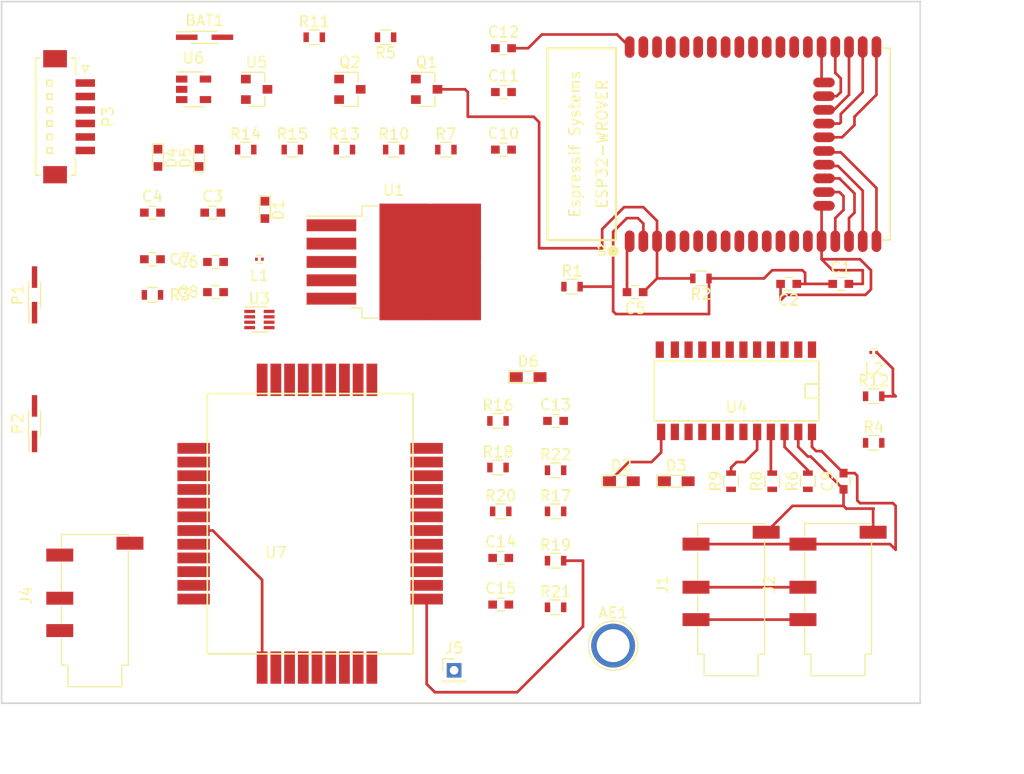
<source format=kicad_pcb>
(kicad_pcb (version 20170920) (host pcbnew no-vcs-found-427e5ec~60~ubuntu16.04.1)

  (general
    (thickness 1.6)
    (drawings 6)
    (tracks 147)
    (zones 0)
    (modules 63)
    (nets 104)
  )

  (page A4)
  (layers
    (0 F.Cu signal)
    (31 B.Cu signal)
    (32 B.Adhes user)
    (33 F.Adhes user)
    (34 B.Paste user)
    (35 F.Paste user)
    (36 B.SilkS user)
    (37 F.SilkS user)
    (38 B.Mask user)
    (39 F.Mask user)
    (40 Dwgs.User user)
    (41 Cmts.User user)
    (42 Eco1.User user)
    (43 Eco2.User user)
    (44 Edge.Cuts user)
    (45 Margin user)
    (46 B.CrtYd user)
    (47 F.CrtYd user)
    (48 B.Fab user)
    (49 F.Fab user)
  )

  (setup
    (last_trace_width 0.25)
    (trace_clearance 0.254)
    (zone_clearance 0.508)
    (zone_45_only no)
    (trace_min 0.2)
    (segment_width 0.2)
    (edge_width 0.15)
    (via_size 1)
    (via_drill 0.5)
    (via_min_size 0.4)
    (via_min_drill 0.3)
    (uvia_size 0.3)
    (uvia_drill 0.1)
    (uvias_allowed no)
    (uvia_min_size 0.2)
    (uvia_min_drill 0.1)
    (pcb_text_width 0.3)
    (pcb_text_size 1.5 1.5)
    (mod_edge_width 0.15)
    (mod_text_size 1 1)
    (mod_text_width 0.15)
    (pad_size 1.524 1.524)
    (pad_drill 0.762)
    (pad_to_mask_clearance 0.2)
    (aux_axis_origin 0 0)
    (visible_elements FFFFFF7F)
    (pcbplotparams
      (layerselection 0x00030_ffffffff)
      (usegerberextensions false)
      (usegerberattributes true)
      (usegerberadvancedattributes true)
      (creategerberjobfile true)
      (excludeedgelayer true)
      (linewidth 0.100000)
      (plotframeref false)
      (viasonmask false)
      (mode 1)
      (useauxorigin false)
      (hpglpennumber 1)
      (hpglpenspeed 20)
      (hpglpendiameter 15)
      (psnegative false)
      (psa4output false)
      (plotreference true)
      (plotvalue true)
      (plotinvisibletext false)
      (padsonsilk false)
      (subtractmaskfromsilk false)
      (outputformat 1)
      (mirror false)
      (drillshape 1)
      (scaleselection 1)
      (outputdirectory ""))
  )

  (net 0 "")
  (net 1 "Net-(AE1-Pad1)")
  (net 2 GND)
  (net 3 "Net-(BAT1-Pad1)")
  (net 4 +3V3)
  (net 5 "Net-(C3-Pad1)")
  (net 6 +5V)
  (net 7 EN)
  (net 8 "Net-(C6-Pad1)")
  (net 9 "Net-(C8-Pad1)")
  (net 10 +5VD)
  (net 11 "Net-(C13-Pad2)")
  (net 12 "Net-(C14-Pad1)")
  (net 13 "Net-(C15-Pad1)")
  (net 14 "Net-(D1-Pad1)")
  (net 15 "Net-(D2-Pad2)")
  (net 16 "Net-(D3-Pad2)")
  (net 17 "Net-(D3-Pad1)")
  (net 18 "Net-(D5-Pad2)")
  (net 19 "Net-(D5-Pad1)")
  (net 20 "Net-(D6-Pad1)")
  (net 21 RX)
  (net 22 TX)
  (net 23 "Net-(J4-Pad3)")
  (net 24 "Net-(J4-Pad2)")
  (net 25 "Net-(J4-Pad1)")
  (net 26 "Net-(J4-Pad4)")
  (net 27 "Net-(L2-Pad1)")
  (net 28 "Net-(P2-Pad1)")
  (net 29 RTS)
  (net 30 DTR)
  (net 31 "Net-(Q1-Pad1)")
  (net 32 100)
  (net 33 "Net-(Q2-Pad1)")
  (net 34 "Net-(R4-Pad1)")
  (net 35 "Net-(R6-Pad2)")
  (net 36 TXD)
  (net 37 "Net-(R8-Pad2)")
  (net 38 "Net-(R9-Pad2)")
  (net 39 RXD)
  (net 40 "Net-(R12-Pad1)")
  (net 41 "Net-(R15-Pad2)")
  (net 42 "Net-(R16-Pad2)")
  (net 43 "Net-(R17-Pad1)")
  (net 44 "Net-(R18-Pad1)")
  (net 45 "Net-(R19-Pad2)")
  (net 46 1036)
  (net 47 1039)
  (net 48 1034)
  (net 49 1035)
  (net 50 1032)
  (net 51 1033)
  (net 52 1025)
  (net 53 1026)
  (net 54 1027)
  (net 55 1014)
  (net 56 1012)
  (net 57 1013)
  (net 58 GPIO9)
  (net 59 GPIO10)
  (net 60 1011)
  (net 61 CLK/GPIO6)
  (net 62 SD0)
  (net 63 SD1)
  (net 64 1015)
  (net 65 102)
  (net 66 104)
  (net 67 1016)
  (net 68 1017)
  (net 69 105)
  (net 70 1018)
  (net 71 1019)
  (net 72 "Net-(U2-Pad32)")
  (net 73 1021)
  (net 74 1022)
  (net 75 1023)
  (net 76 "Net-(U4-Pad14)")
  (net 77 "Net-(U4-Pad15)")
  (net 78 "Net-(U4-Pad16)")
  (net 79 "Net-(U4-Pad17)")
  (net 80 "Net-(U4-Pad18)")
  (net 81 "Net-(U4-Pad19)")
  (net 82 "Net-(U4-Pad6)")
  (net 83 "Net-(U4-Pad5)")
  (net 84 "Net-(U4-Pad4)")
  (net 85 "Net-(U4-Pad2)")
  (net 86 "Net-(U4-Pad1)")
  (net 87 "Net-(U7-Pad4)")
  (net 88 "Net-(U7-Pad5)")
  (net 89 "Net-(U7-Pad7)")
  (net 90 "Net-(U7-Pad14)")
  (net 91 "Net-(J3-Pad7)")
  (net 92 "Net-(J3-Pad3)")
  (net 93 "Net-(J3-Pad2)")
  (net 94 "Net-(U7-Pad20)")
  (net 95 "Net-(U7-Pad22)")
  (net 96 "Net-(U7-Pad23)")
  (net 97 "Net-(U7-Pad24)")
  (net 98 "Net-(U7-Pad25)")
  (net 99 "Net-(U7-Pad26)")
  (net 100 "Net-(U7-Pad29)")
  (net 101 "Net-(U7-Pad38)")
  (net 102 "Net-(U7-Pad40)")
  (net 103 "Net-(U7-Pad42)")

  (net_class Default "This is the default net class."
    (clearance 0.254)
    (trace_width 0.25)
    (via_dia 1)
    (via_drill 0.5)
    (uvia_dia 0.3)
    (uvia_drill 0.1)
    (add_net +3V3)
    (add_net +5V)
    (add_net +5VD)
    (add_net 100)
    (add_net 1011)
    (add_net 1012)
    (add_net 1013)
    (add_net 1014)
    (add_net 1015)
    (add_net 1016)
    (add_net 1017)
    (add_net 1018)
    (add_net 1019)
    (add_net 102)
    (add_net 1021)
    (add_net 1022)
    (add_net 1023)
    (add_net 1025)
    (add_net 1026)
    (add_net 1027)
    (add_net 1032)
    (add_net 1033)
    (add_net 1034)
    (add_net 1035)
    (add_net 1036)
    (add_net 1039)
    (add_net 104)
    (add_net 105)
    (add_net CLK/GPIO6)
    (add_net DTR)
    (add_net EN)
    (add_net GND)
    (add_net GPIO10)
    (add_net GPIO9)
    (add_net "Net-(AE1-Pad1)")
    (add_net "Net-(BAT1-Pad1)")
    (add_net "Net-(C13-Pad2)")
    (add_net "Net-(C14-Pad1)")
    (add_net "Net-(C15-Pad1)")
    (add_net "Net-(C3-Pad1)")
    (add_net "Net-(C6-Pad1)")
    (add_net "Net-(C8-Pad1)")
    (add_net "Net-(D1-Pad1)")
    (add_net "Net-(D2-Pad2)")
    (add_net "Net-(D3-Pad1)")
    (add_net "Net-(D3-Pad2)")
    (add_net "Net-(D5-Pad1)")
    (add_net "Net-(D5-Pad2)")
    (add_net "Net-(D6-Pad1)")
    (add_net "Net-(J3-Pad2)")
    (add_net "Net-(J3-Pad3)")
    (add_net "Net-(J3-Pad7)")
    (add_net "Net-(J4-Pad1)")
    (add_net "Net-(J4-Pad2)")
    (add_net "Net-(J4-Pad3)")
    (add_net "Net-(J4-Pad4)")
    (add_net "Net-(L2-Pad1)")
    (add_net "Net-(P2-Pad1)")
    (add_net "Net-(Q1-Pad1)")
    (add_net "Net-(Q2-Pad1)")
    (add_net "Net-(R12-Pad1)")
    (add_net "Net-(R15-Pad2)")
    (add_net "Net-(R16-Pad2)")
    (add_net "Net-(R17-Pad1)")
    (add_net "Net-(R18-Pad1)")
    (add_net "Net-(R19-Pad2)")
    (add_net "Net-(R4-Pad1)")
    (add_net "Net-(R6-Pad2)")
    (add_net "Net-(R8-Pad2)")
    (add_net "Net-(R9-Pad2)")
    (add_net "Net-(U2-Pad32)")
    (add_net "Net-(U4-Pad1)")
    (add_net "Net-(U4-Pad14)")
    (add_net "Net-(U4-Pad15)")
    (add_net "Net-(U4-Pad16)")
    (add_net "Net-(U4-Pad17)")
    (add_net "Net-(U4-Pad18)")
    (add_net "Net-(U4-Pad19)")
    (add_net "Net-(U4-Pad2)")
    (add_net "Net-(U4-Pad4)")
    (add_net "Net-(U4-Pad5)")
    (add_net "Net-(U4-Pad6)")
    (add_net "Net-(U7-Pad14)")
    (add_net "Net-(U7-Pad20)")
    (add_net "Net-(U7-Pad22)")
    (add_net "Net-(U7-Pad23)")
    (add_net "Net-(U7-Pad24)")
    (add_net "Net-(U7-Pad25)")
    (add_net "Net-(U7-Pad26)")
    (add_net "Net-(U7-Pad29)")
    (add_net "Net-(U7-Pad38)")
    (add_net "Net-(U7-Pad4)")
    (add_net "Net-(U7-Pad40)")
    (add_net "Net-(U7-Pad42)")
    (add_net "Net-(U7-Pad5)")
    (add_net "Net-(U7-Pad7)")
    (add_net RTS)
    (add_net RX)
    (add_net RXD)
    (add_net SD0)
    (add_net SD1)
    (add_net TX)
    (add_net TXD)
  )

  (module Connectors:PJ320D_3.5mm_Jack (layer F.Cu) (tedit 58E89DF9) (tstamp 59DDBDBC)
    (at 27.178 100.584 90)
    (descr "Headphones with microphone connector, 3.5mm, 4 pins.")
    (tags "3.5mm jack mic microphone phones headphones 4pins audio plug")
    (path /59E07DEA)
    (attr smd)
    (fp_text reference J4 (at 0.075 -6.35 90) (layer F.SilkS)
      (effects (font (size 1 1) (thickness 0.15)))
    )
    (fp_text value Conn_01x04 (at -0.025 6.35 90) (layer F.Fab)
      (effects (font (size 1 1) (thickness 0.15)))
    )
    (fp_text user %R (at -1.195 0 90) (layer F.Fab)
      (effects (font (size 1 1) (thickness 0.15)))
    )
    (fp_line (start 5.575 2.9) (end -6.225 2.9) (layer F.Fab) (width 0.1))
    (fp_line (start -6.225 2.9) (end -6.225 2.3) (layer F.Fab) (width 0.1))
    (fp_line (start -6.225 2.3) (end -8.225 2.3) (layer F.Fab) (width 0.1))
    (fp_line (start -8.225 2.3) (end -8.225 -2.3) (layer F.Fab) (width 0.1))
    (fp_line (start -8.225 -2.3) (end -6.225 -2.3) (layer F.Fab) (width 0.1))
    (fp_line (start -6.225 -2.3) (end -6.225 -2.9) (layer F.Fab) (width 0.1))
    (fp_line (start -6.225 -2.9) (end 5.575 -2.9) (layer F.Fab) (width 0.1))
    (fp_line (start 5.575 -2.9) (end 5.575 2.9) (layer F.Fab) (width 0.1))
    (fp_line (start 4.225 3.1) (end -6.375 3.1) (layer F.SilkS) (width 0.12))
    (fp_line (start 5.625 3.1) (end 5.725 3.1) (layer F.SilkS) (width 0.12))
    (fp_line (start 4.525 -3.1) (end 5.725 -3.1) (layer F.SilkS) (width 0.12))
    (fp_line (start 0.525 -3.1) (end 3.125 -3.1) (layer F.SilkS) (width 0.12))
    (fp_line (start -2.475 -3.1) (end -0.875 -3.1) (layer F.SilkS) (width 0.12))
    (fp_line (start -6.375 -3.1) (end -3.875 -3.1) (layer F.SilkS) (width 0.12))
    (fp_line (start 6.07 5) (end 6.07 -5) (layer F.CrtYd) (width 0.05))
    (fp_line (start -8.73 5) (end -8.73 -5) (layer F.CrtYd) (width 0.05))
    (fp_line (start 5.725 3.1) (end 5.725 -3.1) (layer F.SilkS) (width 0.12))
    (fp_line (start -8.73 5) (end 6.07 5) (layer F.CrtYd) (width 0.05))
    (fp_line (start -8.73 -5) (end 6.07 -5) (layer F.CrtYd) (width 0.05))
    (fp_line (start -6.375 -3.1) (end -6.375 -2.5) (layer F.SilkS) (width 0.12))
    (fp_line (start -6.375 2.5) (end -6.375 3.1) (layer F.SilkS) (width 0.12))
    (fp_line (start -8.375 -2.5) (end -8.375 2.5) (layer F.SilkS) (width 0.12))
    (fp_line (start -6.375 -2.5) (end -8.375 -2.5) (layer F.SilkS) (width 0.12))
    (fp_line (start -6.375 2.5) (end -8.375 2.5) (layer F.SilkS) (width 0.12))
    (pad 4 smd rect (at 4.925 3.25 90) (size 1.2 2.5) (layers F.Cu F.Paste F.Mask)
      (net 26 "Net-(J4-Pad4)"))
    (pad 1 smd rect (at 3.825 -3.25 90) (size 1.2 2.5) (layers F.Cu F.Paste F.Mask)
      (net 25 "Net-(J4-Pad1)"))
    (pad 2 smd rect (at -0.175 -3.25 90) (size 1.2 2.5) (layers F.Cu F.Paste F.Mask)
      (net 24 "Net-(J4-Pad2)"))
    (pad 3 smd rect (at -3.175 -3.25 90) (size 1.2 2.5) (layers F.Cu F.Paste F.Mask)
      (net 23 "Net-(J4-Pad3)"))
    (pad "" np_thru_hole circle (at -4.775 0 90) (size 1.5 1.5) (drill 1.5) (layers *.Cu *.Mask))
    (pad "" np_thru_hole circle (at 2.225 0 90) (size 1.5 1.5) (drill 1.5) (layers *.Cu *.Mask))
  )

  (module Connectors:1pin (layer F.Cu) (tedit 59DDA2A0) (tstamp 59DDBBB9)
    (at 75.184 105.156)
    (descr "module 1 pin (ou trou mecanique de percage)")
    (tags DEV)
    (path /59DF6F6F)
    (fp_text reference AE1 (at 0 -3.048) (layer F.SilkS)
      (effects (font (size 1 1) (thickness 0.15)))
    )
    (fp_text value Antenna (at 0 3 180) (layer F.Fab)
      (effects (font (size 1 1) (thickness 0.15)))
    )
    (fp_circle (center 0 0) (end 2 0.8) (layer F.Fab) (width 0.1))
    (fp_circle (center 0 0) (end 2.6 0) (layer F.CrtYd) (width 0.05))
    (fp_circle (center 0 0) (end 0 -2.286) (layer F.SilkS) (width 0.12))
    (pad 1 thru_hole circle (at 0 0) (size 4.064 4.064) (drill 3.048) (layers *.Cu *.Mask)
      (net 1 "Net-(AE1-Pad1)"))
  )

  (module Pin_Headers:Pin_Header_Straight_2x01_Pitch1.00mm_SMD (layer F.Cu) (tedit 59B55814) (tstamp 59DDBBD6)
    (at 37.338 48.768)
    (descr "surface-mounted straight pin header, 2x01, 1.00mm pitch, double rows")
    (tags "Surface mounted pin header SMD 2x01 1.00mm double row")
    (path /59DC9E41)
    (attr smd)
    (fp_text reference BAT1 (at 0 -1.56) (layer F.SilkS)
      (effects (font (size 1 1) (thickness 0.15)))
    )
    (fp_text value BAT (at 0 1.56) (layer F.Fab)
      (effects (font (size 1 1) (thickness 0.15)))
    )
    (fp_line (start 1.15 0.5) (end -1.15 0.5) (layer F.Fab) (width 0.1))
    (fp_line (start -0.8 -0.5) (end 1.15 -0.5) (layer F.Fab) (width 0.1))
    (fp_line (start -1.15 0.5) (end -1.15 -0.15) (layer F.Fab) (width 0.1))
    (fp_line (start -1.15 -0.15) (end -0.8 -0.5) (layer F.Fab) (width 0.1))
    (fp_line (start 1.15 -0.5) (end 1.15 0.5) (layer F.Fab) (width 0.1))
    (fp_line (start -1.15 -0.15) (end -2.4 -0.15) (layer F.Fab) (width 0.1))
    (fp_line (start -2.4 -0.15) (end -2.4 0.15) (layer F.Fab) (width 0.1))
    (fp_line (start -2.4 0.15) (end -1.15 0.15) (layer F.Fab) (width 0.1))
    (fp_line (start 1.15 -0.15) (end 2.4 -0.15) (layer F.Fab) (width 0.1))
    (fp_line (start 2.4 -0.15) (end 2.4 0.15) (layer F.Fab) (width 0.1))
    (fp_line (start 2.4 0.15) (end 1.15 0.15) (layer F.Fab) (width 0.1))
    (fp_line (start -1.21 -0.56) (end 1.21 -0.56) (layer F.SilkS) (width 0.12))
    (fp_line (start -1.21 0.56) (end 1.21 0.56) (layer F.SilkS) (width 0.12))
    (fp_line (start -2.59 -0.51) (end -1.21 -0.51) (layer F.SilkS) (width 0.12))
    (fp_line (start -1.21 -0.56) (end -1.21 -0.51) (layer F.SilkS) (width 0.12))
    (fp_line (start 1.21 -0.56) (end 1.21 -0.51) (layer F.SilkS) (width 0.12))
    (fp_line (start -1.21 0.51) (end -1.21 0.56) (layer F.SilkS) (width 0.12))
    (fp_line (start 1.21 0.51) (end 1.21 0.56) (layer F.SilkS) (width 0.12))
    (fp_line (start -3.65 -1) (end -3.65 1) (layer F.CrtYd) (width 0.05))
    (fp_line (start -3.65 1) (end 3.65 1) (layer F.CrtYd) (width 0.05))
    (fp_line (start 3.65 1) (end 3.65 -1) (layer F.CrtYd) (width 0.05))
    (fp_line (start 3.65 -1) (end -3.65 -1) (layer F.CrtYd) (width 0.05))
    (fp_text user %R (at 0 0 90) (layer F.Fab)
      (effects (font (size 1 1) (thickness 0.15)))
    )
    (pad 1 smd rect (at -1.65 0) (size 2 0.5) (layers F.Cu F.Paste F.Mask)
      (net 3 "Net-(BAT1-Pad1)"))
    (pad 2 smd rect (at 1.65 0) (size 2 0.5) (layers F.Cu F.Paste F.Mask)
      (net 2 GND))
    (model ${KISYS3DMOD}/Pin_Headers.3dshapes/Pin_Header_Straight_2x01_Pitch1.00mm_SMD.wrl
      (at (xyz 0 0 0))
      (scale (xyz 1 1 1))
      (rotate (xyz 0 0 0))
    )
  )

  (module Capacitors_SMD:C_0603 (layer F.Cu) (tedit 59DDAB87) (tstamp 59DDBBE7)
    (at 96.266 71.628)
    (descr "Capacitor SMD 0603, reflow soldering, AVX (see smccp.pdf)")
    (tags "capacitor 0603")
    (path /59DC3FE5)
    (attr smd)
    (fp_text reference C1 (at 0 -1.5) (layer F.SilkS)
      (effects (font (size 1 1) (thickness 0.15)))
    )
    (fp_text value 01.uF (at 0 1.5) (layer F.Fab)
      (effects (font (size 1 1) (thickness 0.15)))
    )
    (fp_line (start 1.4 0.65) (end -1.4 0.65) (layer F.CrtYd) (width 0.05))
    (fp_line (start 1.4 0.65) (end 1.4 -0.65) (layer F.CrtYd) (width 0.05))
    (fp_line (start -1.4 -0.65) (end -1.4 0.65) (layer F.CrtYd) (width 0.05))
    (fp_line (start -1.4 -0.65) (end 1.4 -0.65) (layer F.CrtYd) (width 0.05))
    (fp_line (start 0.35 0.6) (end -0.35 0.6) (layer F.SilkS) (width 0.12))
    (fp_line (start -0.35 -0.6) (end 0.35 -0.6) (layer F.SilkS) (width 0.12))
    (fp_line (start -0.8 -0.4) (end 0.8 -0.4) (layer F.Fab) (width 0.1))
    (fp_line (start 0.8 -0.4) (end 0.8 0.4) (layer F.Fab) (width 0.1))
    (fp_line (start 0.8 0.4) (end -0.8 0.4) (layer F.Fab) (width 0.1))
    (fp_line (start -0.8 0.4) (end -0.8 -0.4) (layer F.Fab) (width 0.1))
    (fp_text user %R (at 0.387572 0.1725) (layer F.Fab)
      (effects (font (size 0.3 0.3) (thickness 0.075)))
    )
    (pad 2 smd rect (at 0.75 0) (size 0.8 0.75) (layers F.Cu F.Paste F.Mask)
      (net 2 GND))
    (pad 1 smd rect (at -0.75 0) (size 0.8 0.75) (layers F.Cu F.Paste F.Mask)
      (net 4 +3V3))
    (model Capacitors_SMD.3dshapes/C_0603.wrl
      (at (xyz 0 0 0))
      (scale (xyz 1 1 1))
      (rotate (xyz 0 0 0))
    )
  )

  (module Capacitors_SMD:C_0603 (layer F.Cu) (tedit 59958EE7) (tstamp 59DDBBF8)
    (at 91.44 71.628 180)
    (descr "Capacitor SMD 0603, reflow soldering, AVX (see smccp.pdf)")
    (tags "capacitor 0603")
    (path /59DC3F20)
    (attr smd)
    (fp_text reference C2 (at 0 -1.5 180) (layer F.SilkS)
      (effects (font (size 1 1) (thickness 0.15)))
    )
    (fp_text value 1uF (at 0 1.5 180) (layer F.Fab)
      (effects (font (size 1 1) (thickness 0.15)))
    )
    (fp_text user %R (at 0 0 180) (layer F.Fab)
      (effects (font (size 0.3 0.3) (thickness 0.075)))
    )
    (fp_line (start -0.8 0.4) (end -0.8 -0.4) (layer F.Fab) (width 0.1))
    (fp_line (start 0.8 0.4) (end -0.8 0.4) (layer F.Fab) (width 0.1))
    (fp_line (start 0.8 -0.4) (end 0.8 0.4) (layer F.Fab) (width 0.1))
    (fp_line (start -0.8 -0.4) (end 0.8 -0.4) (layer F.Fab) (width 0.1))
    (fp_line (start -0.35 -0.6) (end 0.35 -0.6) (layer F.SilkS) (width 0.12))
    (fp_line (start 0.35 0.6) (end -0.35 0.6) (layer F.SilkS) (width 0.12))
    (fp_line (start -1.4 -0.65) (end 1.4 -0.65) (layer F.CrtYd) (width 0.05))
    (fp_line (start -1.4 -0.65) (end -1.4 0.65) (layer F.CrtYd) (width 0.05))
    (fp_line (start 1.4 0.65) (end 1.4 -0.65) (layer F.CrtYd) (width 0.05))
    (fp_line (start 1.4 0.65) (end -1.4 0.65) (layer F.CrtYd) (width 0.05))
    (pad 1 smd rect (at -0.75 0 180) (size 0.8 0.75) (layers F.Cu F.Paste F.Mask)
      (net 4 +3V3))
    (pad 2 smd rect (at 0.75 0 180) (size 0.8 0.75) (layers F.Cu F.Paste F.Mask)
      (net 2 GND))
    (model Capacitors_SMD.3dshapes/C_0603.wrl
      (at (xyz 0 0 0))
      (scale (xyz 1 1 1))
      (rotate (xyz 0 0 0))
    )
  )

  (module Capacitors_SMD:C_0603 (layer F.Cu) (tedit 59958EE7) (tstamp 59DDBC09)
    (at 38.1 65.024)
    (descr "Capacitor SMD 0603, reflow soldering, AVX (see smccp.pdf)")
    (tags "capacitor 0603")
    (path /59DC5C08)
    (attr smd)
    (fp_text reference C3 (at 0 -1.5) (layer F.SilkS)
      (effects (font (size 1 1) (thickness 0.15)))
    )
    (fp_text value CP1_Small (at 0 1.5) (layer F.Fab)
      (effects (font (size 1 1) (thickness 0.15)))
    )
    (fp_line (start 1.4 0.65) (end -1.4 0.65) (layer F.CrtYd) (width 0.05))
    (fp_line (start 1.4 0.65) (end 1.4 -0.65) (layer F.CrtYd) (width 0.05))
    (fp_line (start -1.4 -0.65) (end -1.4 0.65) (layer F.CrtYd) (width 0.05))
    (fp_line (start -1.4 -0.65) (end 1.4 -0.65) (layer F.CrtYd) (width 0.05))
    (fp_line (start 0.35 0.6) (end -0.35 0.6) (layer F.SilkS) (width 0.12))
    (fp_line (start -0.35 -0.6) (end 0.35 -0.6) (layer F.SilkS) (width 0.12))
    (fp_line (start -0.8 -0.4) (end 0.8 -0.4) (layer F.Fab) (width 0.1))
    (fp_line (start 0.8 -0.4) (end 0.8 0.4) (layer F.Fab) (width 0.1))
    (fp_line (start 0.8 0.4) (end -0.8 0.4) (layer F.Fab) (width 0.1))
    (fp_line (start -0.8 0.4) (end -0.8 -0.4) (layer F.Fab) (width 0.1))
    (fp_text user %R (at 0 0) (layer F.Fab)
      (effects (font (size 0.3 0.3) (thickness 0.075)))
    )
    (pad 2 smd rect (at 0.75 0) (size 0.8 0.75) (layers F.Cu F.Paste F.Mask)
      (net 2 GND))
    (pad 1 smd rect (at -0.75 0) (size 0.8 0.75) (layers F.Cu F.Paste F.Mask)
      (net 5 "Net-(C3-Pad1)"))
    (model Capacitors_SMD.3dshapes/C_0603.wrl
      (at (xyz 0 0 0))
      (scale (xyz 1 1 1))
      (rotate (xyz 0 0 0))
    )
  )

  (module Capacitors_SMD:C_0603 (layer F.Cu) (tedit 59958EE7) (tstamp 59DDBC1A)
    (at 32.512 65.024)
    (descr "Capacitor SMD 0603, reflow soldering, AVX (see smccp.pdf)")
    (tags "capacitor 0603")
    (path /59DC718D)
    (attr smd)
    (fp_text reference C4 (at 0 -1.5) (layer F.SilkS)
      (effects (font (size 1 1) (thickness 0.15)))
    )
    (fp_text value CP1_Small (at 0 1.5) (layer F.Fab)
      (effects (font (size 1 1) (thickness 0.15)))
    )
    (fp_line (start 1.4 0.65) (end -1.4 0.65) (layer F.CrtYd) (width 0.05))
    (fp_line (start 1.4 0.65) (end 1.4 -0.65) (layer F.CrtYd) (width 0.05))
    (fp_line (start -1.4 -0.65) (end -1.4 0.65) (layer F.CrtYd) (width 0.05))
    (fp_line (start -1.4 -0.65) (end 1.4 -0.65) (layer F.CrtYd) (width 0.05))
    (fp_line (start 0.35 0.6) (end -0.35 0.6) (layer F.SilkS) (width 0.12))
    (fp_line (start -0.35 -0.6) (end 0.35 -0.6) (layer F.SilkS) (width 0.12))
    (fp_line (start -0.8 -0.4) (end 0.8 -0.4) (layer F.Fab) (width 0.1))
    (fp_line (start 0.8 -0.4) (end 0.8 0.4) (layer F.Fab) (width 0.1))
    (fp_line (start 0.8 0.4) (end -0.8 0.4) (layer F.Fab) (width 0.1))
    (fp_line (start -0.8 0.4) (end -0.8 -0.4) (layer F.Fab) (width 0.1))
    (fp_text user %R (at 0 0) (layer F.Fab)
      (effects (font (size 0.3 0.3) (thickness 0.075)))
    )
    (pad 2 smd rect (at 0.75 0) (size 0.8 0.75) (layers F.Cu F.Paste F.Mask)
      (net 2 GND))
    (pad 1 smd rect (at -0.75 0) (size 0.8 0.75) (layers F.Cu F.Paste F.Mask)
      (net 6 +5V))
    (model Capacitors_SMD.3dshapes/C_0603.wrl
      (at (xyz 0 0 0))
      (scale (xyz 1 1 1))
      (rotate (xyz 0 0 0))
    )
  )

  (module Capacitors_SMD:C_0603 (layer F.Cu) (tedit 59958EE7) (tstamp 59DDBC2B)
    (at 77.216 72.39 180)
    (descr "Capacitor SMD 0603, reflow soldering, AVX (see smccp.pdf)")
    (tags "capacitor 0603")
    (path /59DC502D)
    (attr smd)
    (fp_text reference C5 (at 0 -1.5 180) (layer F.SilkS)
      (effects (font (size 1 1) (thickness 0.15)))
    )
    (fp_text value C (at 0 1.5 180) (layer F.Fab)
      (effects (font (size 1 1) (thickness 0.15)))
    )
    (fp_text user %R (at 0 0 180) (layer F.Fab)
      (effects (font (size 0.3 0.3) (thickness 0.075)))
    )
    (fp_line (start -0.8 0.4) (end -0.8 -0.4) (layer F.Fab) (width 0.1))
    (fp_line (start 0.8 0.4) (end -0.8 0.4) (layer F.Fab) (width 0.1))
    (fp_line (start 0.8 -0.4) (end 0.8 0.4) (layer F.Fab) (width 0.1))
    (fp_line (start -0.8 -0.4) (end 0.8 -0.4) (layer F.Fab) (width 0.1))
    (fp_line (start -0.35 -0.6) (end 0.35 -0.6) (layer F.SilkS) (width 0.12))
    (fp_line (start 0.35 0.6) (end -0.35 0.6) (layer F.SilkS) (width 0.12))
    (fp_line (start -1.4 -0.65) (end 1.4 -0.65) (layer F.CrtYd) (width 0.05))
    (fp_line (start -1.4 -0.65) (end -1.4 0.65) (layer F.CrtYd) (width 0.05))
    (fp_line (start 1.4 0.65) (end 1.4 -0.65) (layer F.CrtYd) (width 0.05))
    (fp_line (start 1.4 0.65) (end -1.4 0.65) (layer F.CrtYd) (width 0.05))
    (pad 1 smd rect (at -0.75 0 180) (size 0.8 0.75) (layers F.Cu F.Paste F.Mask)
      (net 7 EN))
    (pad 2 smd rect (at 0.75 0 180) (size 0.8 0.75) (layers F.Cu F.Paste F.Mask)
      (net 2 GND))
    (model Capacitors_SMD.3dshapes/C_0603.wrl
      (at (xyz 0 0 0))
      (scale (xyz 1 1 1))
      (rotate (xyz 0 0 0))
    )
  )

  (module Capacitors_SMD:C_0603 (layer F.Cu) (tedit 59DDA720) (tstamp 59DDBC3C)
    (at 38.354 69.596 180)
    (descr "Capacitor SMD 0603, reflow soldering, AVX (see smccp.pdf)")
    (tags "capacitor 0603")
    (path /59DCB52A)
    (attr smd)
    (fp_text reference C6 (at 2.54 0 180) (layer F.SilkS)
      (effects (font (size 1 1) (thickness 0.15)))
    )
    (fp_text value C (at 0 1.5 180) (layer F.Fab)
      (effects (font (size 1 1) (thickness 0.15)))
    )
    (fp_text user %R (at 0.635 0 180) (layer F.Fab)
      (effects (font (size 0.3 0.3) (thickness 0.075)))
    )
    (fp_line (start -0.8 0.4) (end -0.8 -0.4) (layer F.Fab) (width 0.1))
    (fp_line (start 0.8 0.4) (end -0.8 0.4) (layer F.Fab) (width 0.1))
    (fp_line (start 0.8 -0.4) (end 0.8 0.4) (layer F.Fab) (width 0.1))
    (fp_line (start -0.8 -0.4) (end 0.8 -0.4) (layer F.Fab) (width 0.1))
    (fp_line (start -0.35 -0.6) (end 0.35 -0.6) (layer F.SilkS) (width 0.12))
    (fp_line (start 0.35 0.6) (end -0.35 0.6) (layer F.SilkS) (width 0.12))
    (fp_line (start -1.4 -0.65) (end 1.4 -0.65) (layer F.CrtYd) (width 0.05))
    (fp_line (start -1.4 -0.65) (end -1.4 0.65) (layer F.CrtYd) (width 0.05))
    (fp_line (start 1.4 0.65) (end 1.4 -0.65) (layer F.CrtYd) (width 0.05))
    (fp_line (start 1.4 0.65) (end -1.4 0.65) (layer F.CrtYd) (width 0.05))
    (pad 1 smd rect (at -0.75 0 180) (size 0.8 0.75) (layers F.Cu F.Paste F.Mask)
      (net 8 "Net-(C6-Pad1)"))
    (pad 2 smd rect (at 0.75 0 180) (size 0.8 0.75) (layers F.Cu F.Paste F.Mask)
      (net 2 GND))
    (model Capacitors_SMD.3dshapes/C_0603.wrl
      (at (xyz 0 0 0))
      (scale (xyz 1 1 1))
      (rotate (xyz 0 0 0))
    )
  )

  (module Capacitors_SMD:C_0603 (layer F.Cu) (tedit 59DDA71D) (tstamp 59DDBC4D)
    (at 32.512 69.342)
    (descr "Capacitor SMD 0603, reflow soldering, AVX (see smccp.pdf)")
    (tags "capacitor 0603")
    (path /59DCB528)
    (attr smd)
    (fp_text reference C7 (at 2.54 0) (layer F.SilkS)
      (effects (font (size 1 1) (thickness 0.15)))
    )
    (fp_text value C (at 0 1.5) (layer F.Fab)
      (effects (font (size 1 1) (thickness 0.15)))
    )
    (fp_text user %R (at 0.635 0 180) (layer F.Fab)
      (effects (font (size 0.3 0.3) (thickness 0.075)))
    )
    (fp_line (start -0.8 0.4) (end -0.8 -0.4) (layer F.Fab) (width 0.1))
    (fp_line (start 0.8 0.4) (end -0.8 0.4) (layer F.Fab) (width 0.1))
    (fp_line (start 0.8 -0.4) (end 0.8 0.4) (layer F.Fab) (width 0.1))
    (fp_line (start -0.8 -0.4) (end 0.8 -0.4) (layer F.Fab) (width 0.1))
    (fp_line (start -0.35 -0.6) (end 0.35 -0.6) (layer F.SilkS) (width 0.12))
    (fp_line (start 0.35 0.6) (end -0.35 0.6) (layer F.SilkS) (width 0.12))
    (fp_line (start -1.4 -0.65) (end 1.4 -0.65) (layer F.CrtYd) (width 0.05))
    (fp_line (start -1.4 -0.65) (end -1.4 0.65) (layer F.CrtYd) (width 0.05))
    (fp_line (start 1.4 0.65) (end 1.4 -0.65) (layer F.CrtYd) (width 0.05))
    (fp_line (start 1.4 0.65) (end -1.4 0.65) (layer F.CrtYd) (width 0.05))
    (pad 1 smd rect (at -0.75 0) (size 0.8 0.75) (layers F.Cu F.Paste F.Mask)
      (net 4 +3V3))
    (pad 2 smd rect (at 0.75 0) (size 0.8 0.75) (layers F.Cu F.Paste F.Mask)
      (net 2 GND))
    (model Capacitors_SMD.3dshapes/C_0603.wrl
      (at (xyz 0 0 0))
      (scale (xyz 1 1 1))
      (rotate (xyz 0 0 0))
    )
  )

  (module Capacitors_SMD:C_0603 (layer F.Cu) (tedit 59DDA72C) (tstamp 59DDBC5E)
    (at 38.354 72.39 180)
    (descr "Capacitor SMD 0603, reflow soldering, AVX (see smccp.pdf)")
    (tags "capacitor 0603")
    (path /59DCB529)
    (attr smd)
    (fp_text reference C8 (at 2.54 0 180) (layer F.SilkS)
      (effects (font (size 1 1) (thickness 0.15)))
    )
    (fp_text value C (at 0 1.5 180) (layer F.Fab)
      (effects (font (size 1 1) (thickness 0.15)))
    )
    (fp_line (start 1.4 0.65) (end -1.4 0.65) (layer F.CrtYd) (width 0.05))
    (fp_line (start 1.4 0.65) (end 1.4 -0.65) (layer F.CrtYd) (width 0.05))
    (fp_line (start -1.4 -0.65) (end -1.4 0.65) (layer F.CrtYd) (width 0.05))
    (fp_line (start -1.4 -0.65) (end 1.4 -0.65) (layer F.CrtYd) (width 0.05))
    (fp_line (start 0.35 0.6) (end -0.35 0.6) (layer F.SilkS) (width 0.12))
    (fp_line (start -0.35 -0.6) (end 0.35 -0.6) (layer F.SilkS) (width 0.12))
    (fp_line (start -0.8 -0.4) (end 0.8 -0.4) (layer F.Fab) (width 0.1))
    (fp_line (start 0.8 -0.4) (end 0.8 0.4) (layer F.Fab) (width 0.1))
    (fp_line (start 0.8 0.4) (end -0.8 0.4) (layer F.Fab) (width 0.1))
    (fp_line (start -0.8 0.4) (end -0.8 -0.4) (layer F.Fab) (width 0.1))
    (fp_text user %R (at 0 0 180) (layer F.Fab)
      (effects (font (size 0.3 0.3) (thickness 0.075)))
    )
    (pad 2 smd rect (at 0.75 0 180) (size 0.8 0.75) (layers F.Cu F.Paste F.Mask)
      (net 2 GND))
    (pad 1 smd rect (at -0.75 0 180) (size 0.8 0.75) (layers F.Cu F.Paste F.Mask)
      (net 9 "Net-(C8-Pad1)"))
    (model Capacitors_SMD.3dshapes/C_0603.wrl
      (at (xyz 0 0 0))
      (scale (xyz 1 1 1))
      (rotate (xyz 0 0 0))
    )
  )

  (module Capacitors_SMD:C_0603 (layer F.Cu) (tedit 59958EE7) (tstamp 59DDBC6F)
    (at 96.52 89.916 90)
    (descr "Capacitor SMD 0603, reflow soldering, AVX (see smccp.pdf)")
    (tags "capacitor 0603")
    (path /59DF6F86)
    (attr smd)
    (fp_text reference C9 (at 0 -1.5 90) (layer F.SilkS)
      (effects (font (size 1 1) (thickness 0.15)))
    )
    (fp_text value 10uF (at 0 1.5 90) (layer F.Fab)
      (effects (font (size 1 1) (thickness 0.15)))
    )
    (fp_line (start 1.4 0.65) (end -1.4 0.65) (layer F.CrtYd) (width 0.05))
    (fp_line (start 1.4 0.65) (end 1.4 -0.65) (layer F.CrtYd) (width 0.05))
    (fp_line (start -1.4 -0.65) (end -1.4 0.65) (layer F.CrtYd) (width 0.05))
    (fp_line (start -1.4 -0.65) (end 1.4 -0.65) (layer F.CrtYd) (width 0.05))
    (fp_line (start 0.35 0.6) (end -0.35 0.6) (layer F.SilkS) (width 0.12))
    (fp_line (start -0.35 -0.6) (end 0.35 -0.6) (layer F.SilkS) (width 0.12))
    (fp_line (start -0.8 -0.4) (end 0.8 -0.4) (layer F.Fab) (width 0.1))
    (fp_line (start 0.8 -0.4) (end 0.8 0.4) (layer F.Fab) (width 0.1))
    (fp_line (start 0.8 0.4) (end -0.8 0.4) (layer F.Fab) (width 0.1))
    (fp_line (start -0.8 0.4) (end -0.8 -0.4) (layer F.Fab) (width 0.1))
    (fp_text user %R (at 0 0 90) (layer F.Fab)
      (effects (font (size 0.3 0.3) (thickness 0.075)))
    )
    (pad 2 smd rect (at 0.75 0 90) (size 0.8 0.75) (layers F.Cu F.Paste F.Mask)
      (net 2 GND))
    (pad 1 smd rect (at -0.75 0 90) (size 0.8 0.75) (layers F.Cu F.Paste F.Mask)
      (net 4 +3V3))
    (model Capacitors_SMD.3dshapes/C_0603.wrl
      (at (xyz 0 0 0))
      (scale (xyz 1 1 1))
      (rotate (xyz 0 0 0))
    )
  )

  (module Capacitors_SMD:C_0603 (layer F.Cu) (tedit 59958EE7) (tstamp 59DDBC80)
    (at 65.024 59.182)
    (descr "Capacitor SMD 0603, reflow soldering, AVX (see smccp.pdf)")
    (tags "capacitor 0603")
    (path /59DC9E39)
    (attr smd)
    (fp_text reference C10 (at 0 -1.5) (layer F.SilkS)
      (effects (font (size 1 1) (thickness 0.15)))
    )
    (fp_text value 4,7uF (at 0 1.5) (layer F.Fab)
      (effects (font (size 1 1) (thickness 0.15)))
    )
    (fp_line (start 1.4 0.65) (end -1.4 0.65) (layer F.CrtYd) (width 0.05))
    (fp_line (start 1.4 0.65) (end 1.4 -0.65) (layer F.CrtYd) (width 0.05))
    (fp_line (start -1.4 -0.65) (end -1.4 0.65) (layer F.CrtYd) (width 0.05))
    (fp_line (start -1.4 -0.65) (end 1.4 -0.65) (layer F.CrtYd) (width 0.05))
    (fp_line (start 0.35 0.6) (end -0.35 0.6) (layer F.SilkS) (width 0.12))
    (fp_line (start -0.35 -0.6) (end 0.35 -0.6) (layer F.SilkS) (width 0.12))
    (fp_line (start -0.8 -0.4) (end 0.8 -0.4) (layer F.Fab) (width 0.1))
    (fp_line (start 0.8 -0.4) (end 0.8 0.4) (layer F.Fab) (width 0.1))
    (fp_line (start 0.8 0.4) (end -0.8 0.4) (layer F.Fab) (width 0.1))
    (fp_line (start -0.8 0.4) (end -0.8 -0.4) (layer F.Fab) (width 0.1))
    (fp_text user %R (at 0 0) (layer F.Fab)
      (effects (font (size 0.3 0.3) (thickness 0.075)))
    )
    (pad 2 smd rect (at 0.75 0) (size 0.8 0.75) (layers F.Cu F.Paste F.Mask)
      (net 2 GND))
    (pad 1 smd rect (at -0.75 0) (size 0.8 0.75) (layers F.Cu F.Paste F.Mask)
      (net 6 +5V))
    (model Capacitors_SMD.3dshapes/C_0603.wrl
      (at (xyz 0 0 0))
      (scale (xyz 1 1 1))
      (rotate (xyz 0 0 0))
    )
  )

  (module Capacitors_SMD:C_0603 (layer F.Cu) (tedit 59958EE7) (tstamp 59DDBC91)
    (at 65.024 53.848)
    (descr "Capacitor SMD 0603, reflow soldering, AVX (see smccp.pdf)")
    (tags "capacitor 0603")
    (path /59DC9E3F)
    (attr smd)
    (fp_text reference C11 (at 0 -1.5) (layer F.SilkS)
      (effects (font (size 1 1) (thickness 0.15)))
    )
    (fp_text value 4,7uF (at 0 1.5) (layer F.Fab)
      (effects (font (size 1 1) (thickness 0.15)))
    )
    (fp_text user %R (at 0 0) (layer F.Fab)
      (effects (font (size 0.3 0.3) (thickness 0.075)))
    )
    (fp_line (start -0.8 0.4) (end -0.8 -0.4) (layer F.Fab) (width 0.1))
    (fp_line (start 0.8 0.4) (end -0.8 0.4) (layer F.Fab) (width 0.1))
    (fp_line (start 0.8 -0.4) (end 0.8 0.4) (layer F.Fab) (width 0.1))
    (fp_line (start -0.8 -0.4) (end 0.8 -0.4) (layer F.Fab) (width 0.1))
    (fp_line (start -0.35 -0.6) (end 0.35 -0.6) (layer F.SilkS) (width 0.12))
    (fp_line (start 0.35 0.6) (end -0.35 0.6) (layer F.SilkS) (width 0.12))
    (fp_line (start -1.4 -0.65) (end 1.4 -0.65) (layer F.CrtYd) (width 0.05))
    (fp_line (start -1.4 -0.65) (end -1.4 0.65) (layer F.CrtYd) (width 0.05))
    (fp_line (start 1.4 0.65) (end 1.4 -0.65) (layer F.CrtYd) (width 0.05))
    (fp_line (start 1.4 0.65) (end -1.4 0.65) (layer F.CrtYd) (width 0.05))
    (pad 1 smd rect (at -0.75 0) (size 0.8 0.75) (layers F.Cu F.Paste F.Mask)
      (net 3 "Net-(BAT1-Pad1)"))
    (pad 2 smd rect (at 0.75 0) (size 0.8 0.75) (layers F.Cu F.Paste F.Mask)
      (net 2 GND))
    (model Capacitors_SMD.3dshapes/C_0603.wrl
      (at (xyz 0 0 0))
      (scale (xyz 1 1 1))
      (rotate (xyz 0 0 0))
    )
  )

  (module Capacitors_SMD:C_0603 (layer F.Cu) (tedit 59958EE7) (tstamp 59DDBCA2)
    (at 65.024 49.784)
    (descr "Capacitor SMD 0603, reflow soldering, AVX (see smccp.pdf)")
    (tags "capacitor 0603")
    (path /59DC9E46)
    (attr smd)
    (fp_text reference C12 (at 0 -1.5) (layer F.SilkS)
      (effects (font (size 1 1) (thickness 0.15)))
    )
    (fp_text value 1uF (at 0 1.5) (layer F.Fab)
      (effects (font (size 1 1) (thickness 0.15)))
    )
    (fp_text user %R (at 0 0) (layer F.Fab)
      (effects (font (size 0.3 0.3) (thickness 0.075)))
    )
    (fp_line (start -0.8 0.4) (end -0.8 -0.4) (layer F.Fab) (width 0.1))
    (fp_line (start 0.8 0.4) (end -0.8 0.4) (layer F.Fab) (width 0.1))
    (fp_line (start 0.8 -0.4) (end 0.8 0.4) (layer F.Fab) (width 0.1))
    (fp_line (start -0.8 -0.4) (end 0.8 -0.4) (layer F.Fab) (width 0.1))
    (fp_line (start -0.35 -0.6) (end 0.35 -0.6) (layer F.SilkS) (width 0.12))
    (fp_line (start 0.35 0.6) (end -0.35 0.6) (layer F.SilkS) (width 0.12))
    (fp_line (start -1.4 -0.65) (end 1.4 -0.65) (layer F.CrtYd) (width 0.05))
    (fp_line (start -1.4 -0.65) (end -1.4 0.65) (layer F.CrtYd) (width 0.05))
    (fp_line (start 1.4 0.65) (end 1.4 -0.65) (layer F.CrtYd) (width 0.05))
    (fp_line (start 1.4 0.65) (end -1.4 0.65) (layer F.CrtYd) (width 0.05))
    (pad 1 smd rect (at -0.75 0) (size 0.8 0.75) (layers F.Cu F.Paste F.Mask)
      (net 10 +5VD))
    (pad 2 smd rect (at 0.75 0) (size 0.8 0.75) (layers F.Cu F.Paste F.Mask)
      (net 2 GND))
    (model Capacitors_SMD.3dshapes/C_0603.wrl
      (at (xyz 0 0 0))
      (scale (xyz 1 1 1))
      (rotate (xyz 0 0 0))
    )
  )

  (module Capacitors_SMD:C_0603 (layer F.Cu) (tedit 59958EE7) (tstamp 59DDBCB3)
    (at 69.85 84.328)
    (descr "Capacitor SMD 0603, reflow soldering, AVX (see smccp.pdf)")
    (tags "capacitor 0603")
    (path /59E07DF0)
    (attr smd)
    (fp_text reference C13 (at 0 -1.5) (layer F.SilkS)
      (effects (font (size 1 1) (thickness 0.15)))
    )
    (fp_text value C (at 0 1.5) (layer F.Fab)
      (effects (font (size 1 1) (thickness 0.15)))
    )
    (fp_text user %R (at 0 0) (layer F.Fab)
      (effects (font (size 0.3 0.3) (thickness 0.075)))
    )
    (fp_line (start -0.8 0.4) (end -0.8 -0.4) (layer F.Fab) (width 0.1))
    (fp_line (start 0.8 0.4) (end -0.8 0.4) (layer F.Fab) (width 0.1))
    (fp_line (start 0.8 -0.4) (end 0.8 0.4) (layer F.Fab) (width 0.1))
    (fp_line (start -0.8 -0.4) (end 0.8 -0.4) (layer F.Fab) (width 0.1))
    (fp_line (start -0.35 -0.6) (end 0.35 -0.6) (layer F.SilkS) (width 0.12))
    (fp_line (start 0.35 0.6) (end -0.35 0.6) (layer F.SilkS) (width 0.12))
    (fp_line (start -1.4 -0.65) (end 1.4 -0.65) (layer F.CrtYd) (width 0.05))
    (fp_line (start -1.4 -0.65) (end -1.4 0.65) (layer F.CrtYd) (width 0.05))
    (fp_line (start 1.4 0.65) (end 1.4 -0.65) (layer F.CrtYd) (width 0.05))
    (fp_line (start 1.4 0.65) (end -1.4 0.65) (layer F.CrtYd) (width 0.05))
    (pad 1 smd rect (at -0.75 0) (size 0.8 0.75) (layers F.Cu F.Paste F.Mask)
      (net 2 GND))
    (pad 2 smd rect (at 0.75 0) (size 0.8 0.75) (layers F.Cu F.Paste F.Mask)
      (net 11 "Net-(C13-Pad2)"))
    (model Capacitors_SMD.3dshapes/C_0603.wrl
      (at (xyz 0 0 0))
      (scale (xyz 1 1 1))
      (rotate (xyz 0 0 0))
    )
  )

  (module Capacitors_SMD:C_0603 (layer F.Cu) (tedit 59958EE7) (tstamp 59DDBCC4)
    (at 64.77 97.028)
    (descr "Capacitor SMD 0603, reflow soldering, AVX (see smccp.pdf)")
    (tags "capacitor 0603")
    (path /59E07DED)
    (attr smd)
    (fp_text reference C14 (at 0 -1.5) (layer F.SilkS)
      (effects (font (size 1 1) (thickness 0.15)))
    )
    (fp_text value C (at 0 1.5) (layer F.Fab)
      (effects (font (size 1 1) (thickness 0.15)))
    )
    (fp_line (start 1.4 0.65) (end -1.4 0.65) (layer F.CrtYd) (width 0.05))
    (fp_line (start 1.4 0.65) (end 1.4 -0.65) (layer F.CrtYd) (width 0.05))
    (fp_line (start -1.4 -0.65) (end -1.4 0.65) (layer F.CrtYd) (width 0.05))
    (fp_line (start -1.4 -0.65) (end 1.4 -0.65) (layer F.CrtYd) (width 0.05))
    (fp_line (start 0.35 0.6) (end -0.35 0.6) (layer F.SilkS) (width 0.12))
    (fp_line (start -0.35 -0.6) (end 0.35 -0.6) (layer F.SilkS) (width 0.12))
    (fp_line (start -0.8 -0.4) (end 0.8 -0.4) (layer F.Fab) (width 0.1))
    (fp_line (start 0.8 -0.4) (end 0.8 0.4) (layer F.Fab) (width 0.1))
    (fp_line (start 0.8 0.4) (end -0.8 0.4) (layer F.Fab) (width 0.1))
    (fp_line (start -0.8 0.4) (end -0.8 -0.4) (layer F.Fab) (width 0.1))
    (fp_text user %R (at 0 0) (layer F.Fab)
      (effects (font (size 0.3 0.3) (thickness 0.075)))
    )
    (pad 2 smd rect (at 0.75 0) (size 0.8 0.75) (layers F.Cu F.Paste F.Mask)
      (net 2 GND))
    (pad 1 smd rect (at -0.75 0) (size 0.8 0.75) (layers F.Cu F.Paste F.Mask)
      (net 12 "Net-(C14-Pad1)"))
    (model Capacitors_SMD.3dshapes/C_0603.wrl
      (at (xyz 0 0 0))
      (scale (xyz 1 1 1))
      (rotate (xyz 0 0 0))
    )
  )

  (module Capacitors_SMD:C_0603 (layer F.Cu) (tedit 59958EE7) (tstamp 59DDBCD5)
    (at 64.77 101.346)
    (descr "Capacitor SMD 0603, reflow soldering, AVX (see smccp.pdf)")
    (tags "capacitor 0603")
    (path /59E07DEE)
    (attr smd)
    (fp_text reference C15 (at 0 -1.5) (layer F.SilkS)
      (effects (font (size 1 1) (thickness 0.15)))
    )
    (fp_text value C (at 0 1.5) (layer F.Fab)
      (effects (font (size 1 1) (thickness 0.15)))
    )
    (fp_line (start 1.4 0.65) (end -1.4 0.65) (layer F.CrtYd) (width 0.05))
    (fp_line (start 1.4 0.65) (end 1.4 -0.65) (layer F.CrtYd) (width 0.05))
    (fp_line (start -1.4 -0.65) (end -1.4 0.65) (layer F.CrtYd) (width 0.05))
    (fp_line (start -1.4 -0.65) (end 1.4 -0.65) (layer F.CrtYd) (width 0.05))
    (fp_line (start 0.35 0.6) (end -0.35 0.6) (layer F.SilkS) (width 0.12))
    (fp_line (start -0.35 -0.6) (end 0.35 -0.6) (layer F.SilkS) (width 0.12))
    (fp_line (start -0.8 -0.4) (end 0.8 -0.4) (layer F.Fab) (width 0.1))
    (fp_line (start 0.8 -0.4) (end 0.8 0.4) (layer F.Fab) (width 0.1))
    (fp_line (start 0.8 0.4) (end -0.8 0.4) (layer F.Fab) (width 0.1))
    (fp_line (start -0.8 0.4) (end -0.8 -0.4) (layer F.Fab) (width 0.1))
    (fp_text user %R (at 0 0) (layer F.Fab)
      (effects (font (size 0.3 0.3) (thickness 0.075)))
    )
    (pad 2 smd rect (at 0.75 0) (size 0.8 0.75) (layers F.Cu F.Paste F.Mask)
      (net 2 GND))
    (pad 1 smd rect (at -0.75 0) (size 0.8 0.75) (layers F.Cu F.Paste F.Mask)
      (net 13 "Net-(C15-Pad1)"))
    (model Capacitors_SMD.3dshapes/C_0603.wrl
      (at (xyz 0 0 0))
      (scale (xyz 1 1 1))
      (rotate (xyz 0 0 0))
    )
  )

  (module LEDs:LED_0603 (layer F.Cu) (tedit 57FE93A5) (tstamp 59DDBCEA)
    (at 42.926 64.77 270)
    (descr "LED 0603 smd package")
    (tags "LED led 0603 SMD smd SMT smt smdled SMDLED smtled SMTLED")
    (path /59DC5D21)
    (attr smd)
    (fp_text reference D1 (at 0 -1.25 270) (layer F.SilkS)
      (effects (font (size 1 1) (thickness 0.15)))
    )
    (fp_text value D (at 0 1.35 270) (layer F.Fab)
      (effects (font (size 1 1) (thickness 0.15)))
    )
    (fp_line (start -1.3 -0.5) (end -1.3 0.5) (layer F.SilkS) (width 0.12))
    (fp_line (start -0.2 -0.2) (end -0.2 0.2) (layer F.Fab) (width 0.1))
    (fp_line (start -0.15 0) (end 0.15 -0.2) (layer F.Fab) (width 0.1))
    (fp_line (start 0.15 0.2) (end -0.15 0) (layer F.Fab) (width 0.1))
    (fp_line (start 0.15 -0.2) (end 0.15 0.2) (layer F.Fab) (width 0.1))
    (fp_line (start 0.8 0.4) (end -0.8 0.4) (layer F.Fab) (width 0.1))
    (fp_line (start 0.8 -0.4) (end 0.8 0.4) (layer F.Fab) (width 0.1))
    (fp_line (start -0.8 -0.4) (end 0.8 -0.4) (layer F.Fab) (width 0.1))
    (fp_line (start -0.8 0.4) (end -0.8 -0.4) (layer F.Fab) (width 0.1))
    (fp_line (start -1.3 0.5) (end 0.8 0.5) (layer F.SilkS) (width 0.12))
    (fp_line (start -1.3 -0.5) (end 0.8 -0.5) (layer F.SilkS) (width 0.12))
    (fp_line (start 1.45 -0.65) (end 1.45 0.65) (layer F.CrtYd) (width 0.05))
    (fp_line (start 1.45 0.65) (end -1.45 0.65) (layer F.CrtYd) (width 0.05))
    (fp_line (start -1.45 0.65) (end -1.45 -0.65) (layer F.CrtYd) (width 0.05))
    (fp_line (start -1.45 -0.65) (end 1.45 -0.65) (layer F.CrtYd) (width 0.05))
    (pad 2 smd rect (at 0.8 0 90) (size 0.8 0.8) (layers F.Cu F.Paste F.Mask)
      (net 2 GND))
    (pad 1 smd rect (at -0.8 0 90) (size 0.8 0.8) (layers F.Cu F.Paste F.Mask)
      (net 14 "Net-(D1-Pad1)"))
    (model ${KISYS3DMOD}/LEDs.3dshapes/LED_0603.wrl
      (at (xyz 0 0 0))
      (scale (xyz 1 1 1))
      (rotate (xyz 0 0 180))
    )
  )

  (module LEDs:LED_0603_HandSoldering (layer F.Cu) (tedit 595FC9C0) (tstamp 59DDBCFF)
    (at 75.946 89.916)
    (descr "LED SMD 0603, hand soldering")
    (tags "LED 0603")
    (path /59DF6F73)
    (attr smd)
    (fp_text reference D2 (at 0 -1.45) (layer F.SilkS)
      (effects (font (size 1 1) (thickness 0.15)))
    )
    (fp_text value LED (at 0 1.55) (layer F.Fab)
      (effects (font (size 1 1) (thickness 0.15)))
    )
    (fp_line (start -1.8 -0.55) (end -1.8 0.55) (layer F.SilkS) (width 0.12))
    (fp_line (start -0.2 -0.2) (end -0.2 0.2) (layer F.Fab) (width 0.1))
    (fp_line (start -0.15 0) (end 0.15 -0.2) (layer F.Fab) (width 0.1))
    (fp_line (start 0.15 0.2) (end -0.15 0) (layer F.Fab) (width 0.1))
    (fp_line (start 0.15 -0.2) (end 0.15 0.2) (layer F.Fab) (width 0.1))
    (fp_line (start 0.8 0.4) (end -0.8 0.4) (layer F.Fab) (width 0.1))
    (fp_line (start 0.8 -0.4) (end 0.8 0.4) (layer F.Fab) (width 0.1))
    (fp_line (start -0.8 -0.4) (end 0.8 -0.4) (layer F.Fab) (width 0.1))
    (fp_line (start -1.8 0.55) (end 0.8 0.55) (layer F.SilkS) (width 0.12))
    (fp_line (start -1.8 -0.55) (end 0.8 -0.55) (layer F.SilkS) (width 0.12))
    (fp_line (start -1.96 -0.7) (end 1.95 -0.7) (layer F.CrtYd) (width 0.05))
    (fp_line (start -1.96 -0.7) (end -1.96 0.7) (layer F.CrtYd) (width 0.05))
    (fp_line (start 1.95 0.7) (end 1.95 -0.7) (layer F.CrtYd) (width 0.05))
    (fp_line (start 1.95 0.7) (end -1.96 0.7) (layer F.CrtYd) (width 0.05))
    (fp_line (start -0.8 -0.4) (end -0.8 0.4) (layer F.Fab) (width 0.1))
    (pad 1 smd rect (at -1.1 0) (size 1.2 0.9) (layers F.Cu F.Paste F.Mask)
      (net 2 GND))
    (pad 2 smd rect (at 1.1 0) (size 1.2 0.9) (layers F.Cu F.Paste F.Mask)
      (net 15 "Net-(D2-Pad2)"))
    (model ${KISYS3DMOD}/LEDs.3dshapes/LED_0603.wrl
      (at (xyz 0 0 0))
      (scale (xyz 1 1 1))
      (rotate (xyz 0 0 180))
    )
  )

  (module LEDs:LED_0603_HandSoldering (layer F.Cu) (tedit 595FC9C0) (tstamp 59DDBD14)
    (at 81.026 89.916)
    (descr "LED SMD 0603, hand soldering")
    (tags "LED 0603")
    (path /59DF6F7C)
    (attr smd)
    (fp_text reference D3 (at 0 -1.45) (layer F.SilkS)
      (effects (font (size 1 1) (thickness 0.15)))
    )
    (fp_text value POW (at 0 1.55) (layer F.Fab)
      (effects (font (size 1 1) (thickness 0.15)))
    )
    (fp_line (start -1.8 -0.55) (end -1.8 0.55) (layer F.SilkS) (width 0.12))
    (fp_line (start -0.2 -0.2) (end -0.2 0.2) (layer F.Fab) (width 0.1))
    (fp_line (start -0.15 0) (end 0.15 -0.2) (layer F.Fab) (width 0.1))
    (fp_line (start 0.15 0.2) (end -0.15 0) (layer F.Fab) (width 0.1))
    (fp_line (start 0.15 -0.2) (end 0.15 0.2) (layer F.Fab) (width 0.1))
    (fp_line (start 0.8 0.4) (end -0.8 0.4) (layer F.Fab) (width 0.1))
    (fp_line (start 0.8 -0.4) (end 0.8 0.4) (layer F.Fab) (width 0.1))
    (fp_line (start -0.8 -0.4) (end 0.8 -0.4) (layer F.Fab) (width 0.1))
    (fp_line (start -1.8 0.55) (end 0.8 0.55) (layer F.SilkS) (width 0.12))
    (fp_line (start -1.8 -0.55) (end 0.8 -0.55) (layer F.SilkS) (width 0.12))
    (fp_line (start -1.96 -0.7) (end 1.95 -0.7) (layer F.CrtYd) (width 0.05))
    (fp_line (start -1.96 -0.7) (end -1.96 0.7) (layer F.CrtYd) (width 0.05))
    (fp_line (start 1.95 0.7) (end 1.95 -0.7) (layer F.CrtYd) (width 0.05))
    (fp_line (start 1.95 0.7) (end -1.96 0.7) (layer F.CrtYd) (width 0.05))
    (fp_line (start -0.8 -0.4) (end -0.8 0.4) (layer F.Fab) (width 0.1))
    (pad 1 smd rect (at -1.1 0) (size 1.2 0.9) (layers F.Cu F.Paste F.Mask)
      (net 17 "Net-(D3-Pad1)"))
    (pad 2 smd rect (at 1.1 0) (size 1.2 0.9) (layers F.Cu F.Paste F.Mask)
      (net 16 "Net-(D3-Pad2)"))
    (model ${KISYS3DMOD}/LEDs.3dshapes/LED_0603.wrl
      (at (xyz 0 0 0))
      (scale (xyz 1 1 1))
      (rotate (xyz 0 0 180))
    )
  )

  (module LEDs:LED_0603 (layer F.Cu) (tedit 57FE93A5) (tstamp 59DDBD29)
    (at 33.02 59.944 270)
    (descr "LED 0603 smd package")
    (tags "LED led 0603 SMD smd SMT smt smdled SMDLED smtled SMTLED")
    (path /59DC9E44)
    (attr smd)
    (fp_text reference D4 (at 0 -1.25 270) (layer F.SilkS)
      (effects (font (size 1 1) (thickness 0.15)))
    )
    (fp_text value BAT60JFILM (at 0 1.35 270) (layer F.Fab)
      (effects (font (size 1 1) (thickness 0.15)))
    )
    (fp_line (start -1.3 -0.5) (end -1.3 0.5) (layer F.SilkS) (width 0.12))
    (fp_line (start -0.2 -0.2) (end -0.2 0.2) (layer F.Fab) (width 0.1))
    (fp_line (start -0.15 0) (end 0.15 -0.2) (layer F.Fab) (width 0.1))
    (fp_line (start 0.15 0.2) (end -0.15 0) (layer F.Fab) (width 0.1))
    (fp_line (start 0.15 -0.2) (end 0.15 0.2) (layer F.Fab) (width 0.1))
    (fp_line (start 0.8 0.4) (end -0.8 0.4) (layer F.Fab) (width 0.1))
    (fp_line (start 0.8 -0.4) (end 0.8 0.4) (layer F.Fab) (width 0.1))
    (fp_line (start -0.8 -0.4) (end 0.8 -0.4) (layer F.Fab) (width 0.1))
    (fp_line (start -0.8 0.4) (end -0.8 -0.4) (layer F.Fab) (width 0.1))
    (fp_line (start -1.3 0.5) (end 0.8 0.5) (layer F.SilkS) (width 0.12))
    (fp_line (start -1.3 -0.5) (end 0.8 -0.5) (layer F.SilkS) (width 0.12))
    (fp_line (start 1.45 -0.65) (end 1.45 0.65) (layer F.CrtYd) (width 0.05))
    (fp_line (start 1.45 0.65) (end -1.45 0.65) (layer F.CrtYd) (width 0.05))
    (fp_line (start -1.45 0.65) (end -1.45 -0.65) (layer F.CrtYd) (width 0.05))
    (fp_line (start -1.45 -0.65) (end 1.45 -0.65) (layer F.CrtYd) (width 0.05))
    (pad 2 smd rect (at 0.8 0 90) (size 0.8 0.8) (layers F.Cu F.Paste F.Mask)
      (net 6 +5V))
    (pad 1 smd rect (at -0.8 0 90) (size 0.8 0.8) (layers F.Cu F.Paste F.Mask)
      (net 10 +5VD))
    (model ${KISYS3DMOD}/LEDs.3dshapes/LED_0603.wrl
      (at (xyz 0 0 0))
      (scale (xyz 1 1 1))
      (rotate (xyz 0 0 180))
    )
  )

  (module LEDs:LED_0603 (layer F.Cu) (tedit 57FE93A5) (tstamp 59DDBD3E)
    (at 36.83 59.944 90)
    (descr "LED 0603 smd package")
    (tags "LED led 0603 SMD smd SMT smt smdled SMDLED smtled SMTLED")
    (path /59DC9E38)
    (attr smd)
    (fp_text reference D5 (at 0 -1.25 90) (layer F.SilkS)
      (effects (font (size 1 1) (thickness 0.15)))
    )
    (fp_text value Led (at 0 1.35 90) (layer F.Fab)
      (effects (font (size 1 1) (thickness 0.15)))
    )
    (fp_line (start -1.45 -0.65) (end 1.45 -0.65) (layer F.CrtYd) (width 0.05))
    (fp_line (start -1.45 0.65) (end -1.45 -0.65) (layer F.CrtYd) (width 0.05))
    (fp_line (start 1.45 0.65) (end -1.45 0.65) (layer F.CrtYd) (width 0.05))
    (fp_line (start 1.45 -0.65) (end 1.45 0.65) (layer F.CrtYd) (width 0.05))
    (fp_line (start -1.3 -0.5) (end 0.8 -0.5) (layer F.SilkS) (width 0.12))
    (fp_line (start -1.3 0.5) (end 0.8 0.5) (layer F.SilkS) (width 0.12))
    (fp_line (start -0.8 0.4) (end -0.8 -0.4) (layer F.Fab) (width 0.1))
    (fp_line (start -0.8 -0.4) (end 0.8 -0.4) (layer F.Fab) (width 0.1))
    (fp_line (start 0.8 -0.4) (end 0.8 0.4) (layer F.Fab) (width 0.1))
    (fp_line (start 0.8 0.4) (end -0.8 0.4) (layer F.Fab) (width 0.1))
    (fp_line (start 0.15 -0.2) (end 0.15 0.2) (layer F.Fab) (width 0.1))
    (fp_line (start 0.15 0.2) (end -0.15 0) (layer F.Fab) (width 0.1))
    (fp_line (start -0.15 0) (end 0.15 -0.2) (layer F.Fab) (width 0.1))
    (fp_line (start -0.2 -0.2) (end -0.2 0.2) (layer F.Fab) (width 0.1))
    (fp_line (start -1.3 -0.5) (end -1.3 0.5) (layer F.SilkS) (width 0.12))
    (pad 1 smd rect (at -0.8 0 270) (size 0.8 0.8) (layers F.Cu F.Paste F.Mask)
      (net 19 "Net-(D5-Pad1)"))
    (pad 2 smd rect (at 0.8 0 270) (size 0.8 0.8) (layers F.Cu F.Paste F.Mask)
      (net 18 "Net-(D5-Pad2)"))
    (model ${KISYS3DMOD}/LEDs.3dshapes/LED_0603.wrl
      (at (xyz 0 0 0))
      (scale (xyz 1 1 1))
      (rotate (xyz 0 0 180))
    )
  )

  (module LEDs:LED_0603_HandSoldering (layer F.Cu) (tedit 595FC9C0) (tstamp 59DDBD53)
    (at 67.31 80.264)
    (descr "LED SMD 0603, hand soldering")
    (tags "LED 0603")
    (path /59E07DF2)
    (attr smd)
    (fp_text reference D6 (at 0 -1.45) (layer F.SilkS)
      (effects (font (size 1 1) (thickness 0.15)))
    )
    (fp_text value D_Photo_ALT (at 0 1.55) (layer F.Fab)
      (effects (font (size 1 1) (thickness 0.15)))
    )
    (fp_line (start -0.8 -0.4) (end -0.8 0.4) (layer F.Fab) (width 0.1))
    (fp_line (start 1.95 0.7) (end -1.96 0.7) (layer F.CrtYd) (width 0.05))
    (fp_line (start 1.95 0.7) (end 1.95 -0.7) (layer F.CrtYd) (width 0.05))
    (fp_line (start -1.96 -0.7) (end -1.96 0.7) (layer F.CrtYd) (width 0.05))
    (fp_line (start -1.96 -0.7) (end 1.95 -0.7) (layer F.CrtYd) (width 0.05))
    (fp_line (start -1.8 -0.55) (end 0.8 -0.55) (layer F.SilkS) (width 0.12))
    (fp_line (start -1.8 0.55) (end 0.8 0.55) (layer F.SilkS) (width 0.12))
    (fp_line (start -0.8 -0.4) (end 0.8 -0.4) (layer F.Fab) (width 0.1))
    (fp_line (start 0.8 -0.4) (end 0.8 0.4) (layer F.Fab) (width 0.1))
    (fp_line (start 0.8 0.4) (end -0.8 0.4) (layer F.Fab) (width 0.1))
    (fp_line (start 0.15 -0.2) (end 0.15 0.2) (layer F.Fab) (width 0.1))
    (fp_line (start 0.15 0.2) (end -0.15 0) (layer F.Fab) (width 0.1))
    (fp_line (start -0.15 0) (end 0.15 -0.2) (layer F.Fab) (width 0.1))
    (fp_line (start -0.2 -0.2) (end -0.2 0.2) (layer F.Fab) (width 0.1))
    (fp_line (start -1.8 -0.55) (end -1.8 0.55) (layer F.SilkS) (width 0.12))
    (pad 2 smd rect (at 1.1 0) (size 1.2 0.9) (layers F.Cu F.Paste F.Mask)
      (net 2 GND))
    (pad 1 smd rect (at -1.1 0) (size 1.2 0.9) (layers F.Cu F.Paste F.Mask)
      (net 20 "Net-(D6-Pad1)"))
    (model ${KISYS3DMOD}/LEDs.3dshapes/LED_0603.wrl
      (at (xyz 0 0 0))
      (scale (xyz 1 1 1))
      (rotate (xyz 0 0 180))
    )
  )

  (module Connectors:PJ320D_3.5mm_Jack (layer F.Cu) (tedit 59DDA289) (tstamp 59DDBD76)
    (at 86.106 99.568 90)
    (descr "Headphones with microphone connector, 3.5mm, 4 pins.")
    (tags "3.5mm jack mic microphone phones headphones 4pins audio plug")
    (path /59DF6F7E)
    (attr smd)
    (fp_text reference J1 (at 0.075 -6.35 90) (layer F.SilkS)
      (effects (font (size 1 1) (thickness 0.15)))
    )
    (fp_text value Conn_01x04 (at -0.025 6.35 90) (layer F.Fab)
      (effects (font (size 1 1) (thickness 0.15)))
    )
    (fp_text user %R (at 1.224999 4.1225 90) (layer F.Fab)
      (effects (font (size 1 1) (thickness 0.15)))
    )
    (fp_line (start 5.575 2.9) (end -6.225 2.9) (layer F.Fab) (width 0.1))
    (fp_line (start -6.225 2.9) (end -6.225 2.3) (layer F.Fab) (width 0.1))
    (fp_line (start -6.225 2.3) (end -8.225 2.3) (layer F.Fab) (width 0.1))
    (fp_line (start -8.225 2.3) (end -8.225 -2.3) (layer F.Fab) (width 0.1))
    (fp_line (start -8.225 -2.3) (end -6.225 -2.3) (layer F.Fab) (width 0.1))
    (fp_line (start -6.225 -2.3) (end -6.225 -2.9) (layer F.Fab) (width 0.1))
    (fp_line (start -6.225 -2.9) (end 5.575 -2.9) (layer F.Fab) (width 0.1))
    (fp_line (start 5.575 -2.9) (end 5.575 2.9) (layer F.Fab) (width 0.1))
    (fp_line (start 4.225 3.1) (end -6.375 3.1) (layer F.SilkS) (width 0.12))
    (fp_line (start 5.625 3.1) (end 5.725 3.1) (layer F.SilkS) (width 0.12))
    (fp_line (start 4.525 -3.1) (end 5.725 -3.1) (layer F.SilkS) (width 0.12))
    (fp_line (start 0.525 -3.1) (end 3.125 -3.1) (layer F.SilkS) (width 0.12))
    (fp_line (start -2.475 -3.1) (end -0.875 -3.1) (layer F.SilkS) (width 0.12))
    (fp_line (start -6.375 -3.1) (end -3.875 -3.1) (layer F.SilkS) (width 0.12))
    (fp_line (start 6.07 5) (end 6.07 -5) (layer F.CrtYd) (width 0.05))
    (fp_line (start -8.73 5) (end -8.73 -5) (layer F.CrtYd) (width 0.05))
    (fp_line (start 5.725 3.1) (end 5.725 -3.1) (layer F.SilkS) (width 0.12))
    (fp_line (start -8.73 5) (end 6.07 5) (layer F.CrtYd) (width 0.05))
    (fp_line (start -8.73 -5) (end 6.07 -5) (layer F.CrtYd) (width 0.05))
    (fp_line (start -6.375 -3.1) (end -6.375 -2.5) (layer F.SilkS) (width 0.12))
    (fp_line (start -6.375 2.5) (end -6.375 3.1) (layer F.SilkS) (width 0.12))
    (fp_line (start -8.375 -2.5) (end -8.375 2.5) (layer F.SilkS) (width 0.12))
    (fp_line (start -6.375 -2.5) (end -8.375 -2.5) (layer F.SilkS) (width 0.12))
    (fp_line (start -6.375 2.5) (end -8.375 2.5) (layer F.SilkS) (width 0.12))
    (pad 4 smd rect (at 4.925 3.25 90) (size 1.2 2.5) (layers F.Cu F.Paste F.Mask)
      (net 4 +3V3))
    (pad 1 smd rect (at 3.825 -3.25 90) (size 1.2 2.5) (layers F.Cu F.Paste F.Mask)
      (net 2 GND))
    (pad 2 smd rect (at -0.175 -3.25 90) (size 1.2 2.5) (layers F.Cu F.Paste F.Mask)
      (net 22 TX))
    (pad 3 smd rect (at -3.175 -3.25 90) (size 1.2 2.5) (layers F.Cu F.Paste F.Mask)
      (net 21 RX))
    (pad "" np_thru_hole circle (at -4.775 0 90) (size 1.5 1.5) (drill 1.5) (layers *.Cu *.Mask))
    (pad "" np_thru_hole circle (at 2.225 0 90) (size 1.5 1.5) (drill 1.5) (layers *.Cu *.Mask))
  )

  (module Connectors:PJ320D_3.5mm_Jack (layer F.Cu) (tedit 58E89DF9) (tstamp 59DDBD99)
    (at 96.012 99.568 90)
    (descr "Headphones with microphone connector, 3.5mm, 4 pins.")
    (tags "3.5mm jack mic microphone phones headphones 4pins audio plug")
    (path /59DF6F70)
    (attr smd)
    (fp_text reference J2 (at 0.075 -6.35 90) (layer F.SilkS)
      (effects (font (size 1 1) (thickness 0.15)))
    )
    (fp_text value Conn_01x04 (at -0.025 6.35 90) (layer F.Fab)
      (effects (font (size 1 1) (thickness 0.15)))
    )
    (fp_line (start -6.375 2.5) (end -8.375 2.5) (layer F.SilkS) (width 0.12))
    (fp_line (start -6.375 -2.5) (end -8.375 -2.5) (layer F.SilkS) (width 0.12))
    (fp_line (start -8.375 -2.5) (end -8.375 2.5) (layer F.SilkS) (width 0.12))
    (fp_line (start -6.375 2.5) (end -6.375 3.1) (layer F.SilkS) (width 0.12))
    (fp_line (start -6.375 -3.1) (end -6.375 -2.5) (layer F.SilkS) (width 0.12))
    (fp_line (start -8.73 -5) (end 6.07 -5) (layer F.CrtYd) (width 0.05))
    (fp_line (start -8.73 5) (end 6.07 5) (layer F.CrtYd) (width 0.05))
    (fp_line (start 5.725 3.1) (end 5.725 -3.1) (layer F.SilkS) (width 0.12))
    (fp_line (start -8.73 5) (end -8.73 -5) (layer F.CrtYd) (width 0.05))
    (fp_line (start 6.07 5) (end 6.07 -5) (layer F.CrtYd) (width 0.05))
    (fp_line (start -6.375 -3.1) (end -3.875 -3.1) (layer F.SilkS) (width 0.12))
    (fp_line (start -2.475 -3.1) (end -0.875 -3.1) (layer F.SilkS) (width 0.12))
    (fp_line (start 0.525 -3.1) (end 3.125 -3.1) (layer F.SilkS) (width 0.12))
    (fp_line (start 4.525 -3.1) (end 5.725 -3.1) (layer F.SilkS) (width 0.12))
    (fp_line (start 5.625 3.1) (end 5.725 3.1) (layer F.SilkS) (width 0.12))
    (fp_line (start 4.225 3.1) (end -6.375 3.1) (layer F.SilkS) (width 0.12))
    (fp_line (start 5.575 -2.9) (end 5.575 2.9) (layer F.Fab) (width 0.1))
    (fp_line (start -6.225 -2.9) (end 5.575 -2.9) (layer F.Fab) (width 0.1))
    (fp_line (start -6.225 -2.3) (end -6.225 -2.9) (layer F.Fab) (width 0.1))
    (fp_line (start -8.225 -2.3) (end -6.225 -2.3) (layer F.Fab) (width 0.1))
    (fp_line (start -8.225 2.3) (end -8.225 -2.3) (layer F.Fab) (width 0.1))
    (fp_line (start -6.225 2.3) (end -8.225 2.3) (layer F.Fab) (width 0.1))
    (fp_line (start -6.225 2.9) (end -6.225 2.3) (layer F.Fab) (width 0.1))
    (fp_line (start 5.575 2.9) (end -6.225 2.9) (layer F.Fab) (width 0.1))
    (fp_text user %R (at -1.195 0 90) (layer F.Fab)
      (effects (font (size 1 1) (thickness 0.15)))
    )
    (pad "" np_thru_hole circle (at 2.225 0 90) (size 1.5 1.5) (drill 1.5) (layers *.Cu *.Mask))
    (pad "" np_thru_hole circle (at -4.775 0 90) (size 1.5 1.5) (drill 1.5) (layers *.Cu *.Mask))
    (pad 3 smd rect (at -3.175 -3.25 90) (size 1.2 2.5) (layers F.Cu F.Paste F.Mask)
      (net 21 RX))
    (pad 2 smd rect (at -0.175 -3.25 90) (size 1.2 2.5) (layers F.Cu F.Paste F.Mask)
      (net 22 TX))
    (pad 1 smd rect (at 3.825 -3.25 90) (size 1.2 2.5) (layers F.Cu F.Paste F.Mask)
      (net 2 GND))
    (pad 4 smd rect (at 4.925 3.25 90) (size 1.2 2.5) (layers F.Cu F.Paste F.Mask)
      (net 4 +3V3))
  )

  (module Pin_Headers:Pin_Header_Straight_1x01_Pitch2.00mm (layer F.Cu) (tedit 59650533) (tstamp 59DDBDD1)
    (at 60.452 107.442)
    (descr "Through hole straight pin header, 1x01, 2.00mm pitch, single row")
    (tags "Through hole pin header THT 1x01 2.00mm single row")
    (path /59E07DEB)
    (fp_text reference J5 (at 0 -2.06) (layer F.SilkS)
      (effects (font (size 1 1) (thickness 0.15)))
    )
    (fp_text value Conn_01x01 (at 0 2.06) (layer F.Fab)
      (effects (font (size 1 1) (thickness 0.15)))
    )
    (fp_line (start -0.5 -1) (end 1 -1) (layer F.Fab) (width 0.1))
    (fp_line (start 1 -1) (end 1 1) (layer F.Fab) (width 0.1))
    (fp_line (start 1 1) (end -1 1) (layer F.Fab) (width 0.1))
    (fp_line (start -1 1) (end -1 -0.5) (layer F.Fab) (width 0.1))
    (fp_line (start -1 -0.5) (end -0.5 -1) (layer F.Fab) (width 0.1))
    (fp_line (start -1.06 1.06) (end 1.06 1.06) (layer F.SilkS) (width 0.12))
    (fp_line (start -1.06 1) (end -1.06 1.06) (layer F.SilkS) (width 0.12))
    (fp_line (start 1.06 1) (end 1.06 1.06) (layer F.SilkS) (width 0.12))
    (fp_line (start -1.06 1) (end 1.06 1) (layer F.SilkS) (width 0.12))
    (fp_line (start -1.06 0) (end -1.06 -1.06) (layer F.SilkS) (width 0.12))
    (fp_line (start -1.06 -1.06) (end 0 -1.06) (layer F.SilkS) (width 0.12))
    (fp_line (start -1.5 -1.5) (end -1.5 1.5) (layer F.CrtYd) (width 0.05))
    (fp_line (start -1.5 1.5) (end 1.5 1.5) (layer F.CrtYd) (width 0.05))
    (fp_line (start 1.5 1.5) (end 1.5 -1.5) (layer F.CrtYd) (width 0.05))
    (fp_line (start 1.5 -1.5) (end -1.5 -1.5) (layer F.CrtYd) (width 0.05))
    (fp_text user %R (at 0 0 90) (layer F.Fab)
      (effects (font (size 1 1) (thickness 0.15)))
    )
    (pad 1 thru_hole rect (at 0 0) (size 1.35 1.35) (drill 0.8) (layers *.Cu *.Mask)
      (net 12 "Net-(C14-Pad1)"))
    (model ${KISYS3DMOD}/Pin_Headers.3dshapes/Pin_Header_Straight_1x01_Pitch2.00mm.wrl
      (at (xyz 0 0 0))
      (scale (xyz 1 1 1))
      (rotate (xyz 0 0 0))
    )
  )

  (module Inductors_SMD:L_0201 (layer F.Cu) (tedit 59966698) (tstamp 59DDBDE2)
    (at 42.418 69.342 180)
    (descr http://www.mouser.com/ds/2/400/nductor_commercial_high-frequency_mlk0603_en-918297.pdf)
    (tags "inductor smd 0201")
    (path /59DC5E3A)
    (attr smd)
    (fp_text reference L1 (at 0 -1.5 180) (layer F.SilkS)
      (effects (font (size 1 1) (thickness 0.15)))
    )
    (fp_text value INDUCTOR_SMALL (at 0 1.5 180) (layer F.Fab)
      (effects (font (size 1 1) (thickness 0.15)))
    )
    (fp_text user %R (at 0 0 180) (layer F.Fab)
      (effects (font (size 0.127 0.127) (thickness 0.025)))
    )
    (fp_line (start -0.25 0.35) (end 0.25 0.35) (layer F.SilkS) (width 0.12))
    (fp_line (start -0.25 -0.35) (end 0.25 -0.35) (layer F.SilkS) (width 0.12))
    (fp_line (start -0.45 0.3) (end 0.45 0.3) (layer F.CrtYd) (width 0.05))
    (fp_line (start 0.3 0.15) (end -0.3 0.15) (layer F.Fab) (width 0.1))
    (fp_line (start 0.3 -0.15) (end -0.3 -0.15) (layer F.Fab) (width 0.1))
    (fp_line (start 0.3 -0.15) (end 0.3 0.15) (layer F.Fab) (width 0.1))
    (fp_line (start -0.3 -0.15) (end -0.3 0.15) (layer F.Fab) (width 0.1))
    (fp_line (start -0.45 -0.3) (end 0.45 -0.3) (layer F.CrtYd) (width 0.05))
    (fp_line (start -0.45 0.3) (end -0.45 -0.3) (layer F.CrtYd) (width 0.05))
    (fp_line (start 0.45 0.3) (end 0.45 -0.3) (layer F.CrtYd) (width 0.05))
    (pad 1 smd rect (at -0.275 0 180) (size 0.25 0.3) (layers F.Cu F.Paste F.Mask)
      (net 14 "Net-(D1-Pad1)"))
    (pad 2 smd rect (at 0.275 0 180) (size 0.25 0.3) (layers F.Cu F.Paste F.Mask)
      (net 6 +5V))
    (model ${KISYS3DMOD}/Inductors_SMD.3dshapes/L_0201.wrl
      (at (xyz 0 0 0))
      (scale (xyz 1 1 1))
      (rotate (xyz 0 0 0))
    )
  )

  (module Inductors_SMD:L_0201 (layer F.Cu) (tedit 59966698) (tstamp 59DDBDF3)
    (at 99.314 77.978 180)
    (descr http://www.mouser.com/ds/2/400/nductor_commercial_high-frequency_mlk0603_en-918297.pdf)
    (tags "inductor smd 0201")
    (path /59DF6F72)
    (attr smd)
    (fp_text reference L2 (at 0 -1.5 180) (layer F.SilkS)
      (effects (font (size 1 1) (thickness 0.15)))
    )
    (fp_text value 22uH (at 0 1.5 180) (layer F.Fab)
      (effects (font (size 1 1) (thickness 0.15)))
    )
    (fp_line (start 0.45 0.3) (end 0.45 -0.3) (layer F.CrtYd) (width 0.05))
    (fp_line (start -0.45 0.3) (end -0.45 -0.3) (layer F.CrtYd) (width 0.05))
    (fp_line (start -0.45 -0.3) (end 0.45 -0.3) (layer F.CrtYd) (width 0.05))
    (fp_line (start -0.3 -0.15) (end -0.3 0.15) (layer F.Fab) (width 0.1))
    (fp_line (start 0.3 -0.15) (end 0.3 0.15) (layer F.Fab) (width 0.1))
    (fp_line (start 0.3 -0.15) (end -0.3 -0.15) (layer F.Fab) (width 0.1))
    (fp_line (start 0.3 0.15) (end -0.3 0.15) (layer F.Fab) (width 0.1))
    (fp_line (start -0.45 0.3) (end 0.45 0.3) (layer F.CrtYd) (width 0.05))
    (fp_line (start -0.25 -0.35) (end 0.25 -0.35) (layer F.SilkS) (width 0.12))
    (fp_line (start -0.25 0.35) (end 0.25 0.35) (layer F.SilkS) (width 0.12))
    (fp_text user %R (at 0 0 180) (layer F.Fab)
      (effects (font (size 0.127 0.127) (thickness 0.025)))
    )
    (pad 2 smd rect (at 0.275 0 180) (size 0.25 0.3) (layers F.Cu F.Paste F.Mask)
      (net 1 "Net-(AE1-Pad1)"))
    (pad 1 smd rect (at -0.275 0 180) (size 0.25 0.3) (layers F.Cu F.Paste F.Mask)
      (net 27 "Net-(L2-Pad1)"))
    (model ${KISYS3DMOD}/Inductors_SMD.3dshapes/L_0201.wrl
      (at (xyz 0 0 0))
      (scale (xyz 1 1 1))
      (rotate (xyz 0 0 0))
    )
  )

  (module Pin_Headers:Pin_Header_Straight_2x01_Pitch1.00mm_SMD (layer F.Cu) (tedit 59B55814) (tstamp 59DDBE10)
    (at 21.59 72.644 90)
    (descr "surface-mounted straight pin header, 2x01, 1.00mm pitch, double rows")
    (tags "Surface mounted pin header SMD 2x01 1.00mm double row")
    (path /59DC73F4)
    (attr smd)
    (fp_text reference P1 (at 0 -1.56 90) (layer F.SilkS)
      (effects (font (size 1 1) (thickness 0.15)))
    )
    (fp_text value CONN_01X02 (at 0 1.56 90) (layer F.Fab)
      (effects (font (size 1 1) (thickness 0.15)))
    )
    (fp_line (start 1.15 0.5) (end -1.15 0.5) (layer F.Fab) (width 0.1))
    (fp_line (start -0.8 -0.5) (end 1.15 -0.5) (layer F.Fab) (width 0.1))
    (fp_line (start -1.15 0.5) (end -1.15 -0.15) (layer F.Fab) (width 0.1))
    (fp_line (start -1.15 -0.15) (end -0.8 -0.5) (layer F.Fab) (width 0.1))
    (fp_line (start 1.15 -0.5) (end 1.15 0.5) (layer F.Fab) (width 0.1))
    (fp_line (start -1.15 -0.15) (end -2.4 -0.15) (layer F.Fab) (width 0.1))
    (fp_line (start -2.4 -0.15) (end -2.4 0.15) (layer F.Fab) (width 0.1))
    (fp_line (start -2.4 0.15) (end -1.15 0.15) (layer F.Fab) (width 0.1))
    (fp_line (start 1.15 -0.15) (end 2.4 -0.15) (layer F.Fab) (width 0.1))
    (fp_line (start 2.4 -0.15) (end 2.4 0.15) (layer F.Fab) (width 0.1))
    (fp_line (start 2.4 0.15) (end 1.15 0.15) (layer F.Fab) (width 0.1))
    (fp_line (start -1.21 -0.56) (end 1.21 -0.56) (layer F.SilkS) (width 0.12))
    (fp_line (start -1.21 0.56) (end 1.21 0.56) (layer F.SilkS) (width 0.12))
    (fp_line (start -2.59 -0.51) (end -1.21 -0.51) (layer F.SilkS) (width 0.12))
    (fp_line (start -1.21 -0.56) (end -1.21 -0.51) (layer F.SilkS) (width 0.12))
    (fp_line (start 1.21 -0.56) (end 1.21 -0.51) (layer F.SilkS) (width 0.12))
    (fp_line (start -1.21 0.51) (end -1.21 0.56) (layer F.SilkS) (width 0.12))
    (fp_line (start 1.21 0.51) (end 1.21 0.56) (layer F.SilkS) (width 0.12))
    (fp_line (start -3.65 -1) (end -3.65 1) (layer F.CrtYd) (width 0.05))
    (fp_line (start -3.65 1) (end 3.65 1) (layer F.CrtYd) (width 0.05))
    (fp_line (start 3.65 1) (end 3.65 -1) (layer F.CrtYd) (width 0.05))
    (fp_line (start 3.65 -1) (end -3.65 -1) (layer F.CrtYd) (width 0.05))
    (fp_text user %R (at 0 0 180) (layer F.Fab)
      (effects (font (size 1 1) (thickness 0.15)))
    )
    (pad 1 smd rect (at -1.65 0 90) (size 2 0.5) (layers F.Cu F.Paste F.Mask)
      (net 2 GND))
    (pad 2 smd rect (at 1.65 0 90) (size 2 0.5) (layers F.Cu F.Paste F.Mask)
      (net 5 "Net-(C3-Pad1)"))
    (model ${KISYS3DMOD}/Pin_Headers.3dshapes/Pin_Header_Straight_2x01_Pitch1.00mm_SMD.wrl
      (at (xyz 0 0 0))
      (scale (xyz 1 1 1))
      (rotate (xyz 0 0 0))
    )
  )

  (module Pin_Headers:Pin_Header_Straight_2x01_Pitch1.00mm_SMD (layer F.Cu) (tedit 59B55814) (tstamp 59DDBE2D)
    (at 21.59 84.582 90)
    (descr "surface-mounted straight pin header, 2x01, 1.00mm pitch, double rows")
    (tags "Surface mounted pin header SMD 2x01 1.00mm double row")
    (path /59DCD1EA)
    (attr smd)
    (fp_text reference P2 (at 0 -1.56 90) (layer F.SilkS)
      (effects (font (size 1 1) (thickness 0.15)))
    )
    (fp_text value CONN_01X02 (at 0 1.56 90) (layer F.Fab)
      (effects (font (size 1 1) (thickness 0.15)))
    )
    (fp_text user %R (at 0 0 180) (layer F.Fab)
      (effects (font (size 1 1) (thickness 0.15)))
    )
    (fp_line (start 3.65 -1) (end -3.65 -1) (layer F.CrtYd) (width 0.05))
    (fp_line (start 3.65 1) (end 3.65 -1) (layer F.CrtYd) (width 0.05))
    (fp_line (start -3.65 1) (end 3.65 1) (layer F.CrtYd) (width 0.05))
    (fp_line (start -3.65 -1) (end -3.65 1) (layer F.CrtYd) (width 0.05))
    (fp_line (start 1.21 0.51) (end 1.21 0.56) (layer F.SilkS) (width 0.12))
    (fp_line (start -1.21 0.51) (end -1.21 0.56) (layer F.SilkS) (width 0.12))
    (fp_line (start 1.21 -0.56) (end 1.21 -0.51) (layer F.SilkS) (width 0.12))
    (fp_line (start -1.21 -0.56) (end -1.21 -0.51) (layer F.SilkS) (width 0.12))
    (fp_line (start -2.59 -0.51) (end -1.21 -0.51) (layer F.SilkS) (width 0.12))
    (fp_line (start -1.21 0.56) (end 1.21 0.56) (layer F.SilkS) (width 0.12))
    (fp_line (start -1.21 -0.56) (end 1.21 -0.56) (layer F.SilkS) (width 0.12))
    (fp_line (start 2.4 0.15) (end 1.15 0.15) (layer F.Fab) (width 0.1))
    (fp_line (start 2.4 -0.15) (end 2.4 0.15) (layer F.Fab) (width 0.1))
    (fp_line (start 1.15 -0.15) (end 2.4 -0.15) (layer F.Fab) (width 0.1))
    (fp_line (start -2.4 0.15) (end -1.15 0.15) (layer F.Fab) (width 0.1))
    (fp_line (start -2.4 -0.15) (end -2.4 0.15) (layer F.Fab) (width 0.1))
    (fp_line (start -1.15 -0.15) (end -2.4 -0.15) (layer F.Fab) (width 0.1))
    (fp_line (start 1.15 -0.5) (end 1.15 0.5) (layer F.Fab) (width 0.1))
    (fp_line (start -1.15 -0.15) (end -0.8 -0.5) (layer F.Fab) (width 0.1))
    (fp_line (start -1.15 0.5) (end -1.15 -0.15) (layer F.Fab) (width 0.1))
    (fp_line (start -0.8 -0.5) (end 1.15 -0.5) (layer F.Fab) (width 0.1))
    (fp_line (start 1.15 0.5) (end -1.15 0.5) (layer F.Fab) (width 0.1))
    (pad 2 smd rect (at 1.65 0 90) (size 2 0.5) (layers F.Cu F.Paste F.Mask)
      (net 8 "Net-(C6-Pad1)"))
    (pad 1 smd rect (at -1.65 0 90) (size 2 0.5) (layers F.Cu F.Paste F.Mask)
      (net 28 "Net-(P2-Pad1)"))
    (model ${KISYS3DMOD}/Pin_Headers.3dshapes/Pin_Header_Straight_2x01_Pitch1.00mm_SMD.wrl
      (at (xyz 0 0 0))
      (scale (xyz 1 1 1))
      (rotate (xyz 0 0 0))
    )
  )

  (module Connectors_Hirose:Hirose_DF13C-06P-1.25V_06x1.25mm_Straight (layer F.Cu) (tedit 56D29539) (tstamp 59DDBE5F)
    (at 24.892 56.134 270)
    (descr "Hirose DF13 series connector, 1.25mm pitch, top entry SMT")
    (tags "connector hirose df13 top straight vertical surface mount SMD SMT")
    (path /59DC5DC8)
    (attr smd)
    (fp_text reference P3 (at 0 -3.5 270) (layer F.SilkS)
      (effects (font (size 1 1) (thickness 0.15)))
    )
    (fp_text value CONN_01X06 (at 0 4.5 270) (layer F.Fab)
      (effects (font (size 1 1) (thickness 0.15)))
    )
    (fp_line (start -5.425 -0.5) (end -3.875 -0.5) (layer F.SilkS) (width 0.15))
    (fp_line (start 5.425 -0.5) (end 3.875 -0.5) (layer F.SilkS) (width 0.15))
    (fp_line (start -5.425 -0.5) (end -5.425 -0.1) (layer F.SilkS) (width 0.15))
    (fp_line (start 5.425 -0.5) (end 5.425 -0.1) (layer F.SilkS) (width 0.15))
    (fp_line (start -5.425 3.2) (end 5.425 3.2) (layer F.SilkS) (width 0.15))
    (fp_line (start -5.425 3.2) (end -5.425 2.8) (layer F.SilkS) (width 0.15))
    (fp_line (start 5.425 3.2) (end 5.425 2.8) (layer F.SilkS) (width 0.15))
    (fp_line (start -4.125 -1.4) (end -4.725 -1.7) (layer F.SilkS) (width 0.15))
    (fp_line (start -4.725 -1.7) (end -4.725 -1.1) (layer F.SilkS) (width 0.15))
    (fp_line (start -4.725 -1.1) (end -4.125 -1.4) (layer F.SilkS) (width 0.15))
    (fp_line (start -3.375 1.65) (end -3.375 2.15) (layer F.SilkS) (width 0.15))
    (fp_line (start -3.375 2.15) (end -2.875 2.15) (layer F.SilkS) (width 0.15))
    (fp_line (start -2.875 2.15) (end -2.875 1.65) (layer F.SilkS) (width 0.15))
    (fp_line (start -2.875 1.65) (end -3.375 1.65) (layer F.SilkS) (width 0.15))
    (fp_line (start -2.125 1.65) (end -2.125 2.15) (layer F.SilkS) (width 0.15))
    (fp_line (start -2.125 2.15) (end -1.625 2.15) (layer F.SilkS) (width 0.15))
    (fp_line (start -1.625 2.15) (end -1.625 1.65) (layer F.SilkS) (width 0.15))
    (fp_line (start -1.625 1.65) (end -2.125 1.65) (layer F.SilkS) (width 0.15))
    (fp_line (start -0.875 1.65) (end -0.875 2.15) (layer F.SilkS) (width 0.15))
    (fp_line (start -0.875 2.15) (end -0.375 2.15) (layer F.SilkS) (width 0.15))
    (fp_line (start -0.375 2.15) (end -0.375 1.65) (layer F.SilkS) (width 0.15))
    (fp_line (start -0.375 1.65) (end -0.875 1.65) (layer F.SilkS) (width 0.15))
    (fp_line (start 0.375 1.65) (end 0.375 2.15) (layer F.SilkS) (width 0.15))
    (fp_line (start 0.375 2.15) (end 0.875 2.15) (layer F.SilkS) (width 0.15))
    (fp_line (start 0.875 2.15) (end 0.875 1.65) (layer F.SilkS) (width 0.15))
    (fp_line (start 0.875 1.65) (end 0.375 1.65) (layer F.SilkS) (width 0.15))
    (fp_line (start 1.625 1.65) (end 1.625 2.15) (layer F.SilkS) (width 0.15))
    (fp_line (start 1.625 2.15) (end 2.125 2.15) (layer F.SilkS) (width 0.15))
    (fp_line (start 2.125 2.15) (end 2.125 1.65) (layer F.SilkS) (width 0.15))
    (fp_line (start 2.125 1.65) (end 1.625 1.65) (layer F.SilkS) (width 0.15))
    (fp_line (start 2.875 1.65) (end 2.875 2.15) (layer F.SilkS) (width 0.15))
    (fp_line (start 2.875 2.15) (end 3.375 2.15) (layer F.SilkS) (width 0.15))
    (fp_line (start 3.375 2.15) (end 3.375 1.65) (layer F.SilkS) (width 0.15))
    (fp_line (start 3.375 1.65) (end 2.875 1.65) (layer F.SilkS) (width 0.15))
    (fp_line (start -6.75 -2.85) (end -6.75 3.65) (layer F.CrtYd) (width 0.05))
    (fp_line (start -6.75 3.65) (end 6.75 3.65) (layer F.CrtYd) (width 0.05))
    (fp_line (start 6.75 3.65) (end 6.75 -2.85) (layer F.CrtYd) (width 0.05))
    (fp_line (start 6.75 -2.85) (end -6.75 -2.85) (layer F.CrtYd) (width 0.05))
    (pad 1 smd rect (at -3.125 -1.4 270) (size 0.7 1.8) (layers F.Cu F.Paste F.Mask)
      (net 2 GND))
    (pad 2 smd rect (at -1.875 -1.4 270) (size 0.7 1.8) (layers F.Cu F.Paste F.Mask)
      (net 30 DTR))
    (pad 3 smd rect (at -0.625 -1.4 270) (size 0.7 1.8) (layers F.Cu F.Paste F.Mask)
      (net 29 RTS))
    (pad 4 smd rect (at 0.625 -1.4 270) (size 0.7 1.8) (layers F.Cu F.Paste F.Mask)
      (net 22 TX))
    (pad 5 smd rect (at 1.875 -1.4 270) (size 0.7 1.8) (layers F.Cu F.Paste F.Mask)
      (net 21 RX))
    (pad 6 smd rect (at 3.125 -1.4 270) (size 0.7 1.8) (layers F.Cu F.Paste F.Mask)
      (net 4 +3V3))
    (pad "" smd rect (at 5.375 1.4 270) (size 1.6 2.2) (layers F.Cu F.Paste F.Mask))
    (pad "" smd rect (at -5.375 1.4 270) (size 1.6 2.2) (layers F.Cu F.Paste F.Mask))
    (model ${KISYS3DMOD}/Connectors_Hirose.3dshapes/Hirose_DF13C-06P-1.25V_06x1.25mm_Straight.wrl
      (at (xyz 0 -0.0275590551181 0))
      (scale (xyz 1 1 1))
      (rotate (xyz 0 0 0))
    )
  )

  (module TO_SOT_Packages_SMD:SOT-23 (layer F.Cu) (tedit 59DDBBC6) (tstamp 59DDBE74)
    (at 57.912 53.594)
    (descr "SOT-23, Standard")
    (tags SOT-23)
    (path /59DC657F)
    (attr smd)
    (fp_text reference Q1 (at 0 -2.5) (layer F.SilkS)
      (effects (font (size 1 1) (thickness 0.15)))
    )
    (fp_text value 2SC1945 (at 0 2.5) (layer F.Fab)
      (effects (font (size 1 1) (thickness 0.15)))
    )
    (fp_line (start 0.76 1.58) (end -0.7 1.58) (layer F.SilkS) (width 0.12))
    (fp_line (start 0.76 -1.58) (end -1.4 -1.58) (layer F.SilkS) (width 0.12))
    (fp_line (start -1.7 1.75) (end -1.7 -1.75) (layer F.CrtYd) (width 0.05))
    (fp_line (start 1.7 1.75) (end -1.7 1.75) (layer F.CrtYd) (width 0.05))
    (fp_line (start 1.7 -1.75) (end 1.7 1.75) (layer F.CrtYd) (width 0.05))
    (fp_line (start -1.7 -1.75) (end 1.7 -1.75) (layer F.CrtYd) (width 0.05))
    (fp_line (start 0.76 -1.58) (end 0.76 -0.65) (layer F.SilkS) (width 0.12))
    (fp_line (start 0.76 1.58) (end 0.76 0.65) (layer F.SilkS) (width 0.12))
    (fp_line (start -0.7 1.52) (end 0.7 1.52) (layer F.Fab) (width 0.1))
    (fp_line (start 0.7 -1.52) (end 0.7 1.52) (layer F.Fab) (width 0.1))
    (fp_line (start -0.7 -0.95) (end -0.15 -1.52) (layer F.Fab) (width 0.1))
    (fp_line (start -0.15 -1.52) (end 0.7 -1.52) (layer F.Fab) (width 0.1))
    (fp_line (start -0.7 -0.95) (end -0.7 1.5) (layer F.Fab) (width 0.1))
    (fp_text user %R (at 1.016 1.27 90) (layer F.Fab)
      (effects (font (size 0.5 0.5) (thickness 0.075)))
    )
    (pad 3 smd rect (at 1 0) (size 0.9 0.8) (layers F.Cu F.Paste F.Mask)
      (net 7 EN))
    (pad 2 smd rect (at -1 0.95) (size 0.9 0.8) (layers F.Cu F.Paste F.Mask)
      (net 30 DTR))
    (pad 1 smd rect (at -1 -0.95) (size 0.9 0.8) (layers F.Cu F.Paste F.Mask)
      (net 31 "Net-(Q1-Pad1)"))
    (model ${KISYS3DMOD}/TO_SOT_Packages_SMD.3dshapes/SOT-23.wrl
      (at (xyz 0 0 0))
      (scale (xyz 1 1 1))
      (rotate (xyz 0 0 0))
    )
  )

  (module TO_SOT_Packages_SMD:SOT-23 (layer F.Cu) (tedit 58CE4E7E) (tstamp 59DDBE89)
    (at 50.8 53.594)
    (descr "SOT-23, Standard")
    (tags SOT-23)
    (path /59DC654C)
    (attr smd)
    (fp_text reference Q2 (at 0 -2.5) (layer F.SilkS)
      (effects (font (size 1 1) (thickness 0.15)))
    )
    (fp_text value 2SC1945 (at 0 2.5) (layer F.Fab)
      (effects (font (size 1 1) (thickness 0.15)))
    )
    (fp_text user %R (at 0 0 90) (layer F.Fab)
      (effects (font (size 0.5 0.5) (thickness 0.075)))
    )
    (fp_line (start -0.7 -0.95) (end -0.7 1.5) (layer F.Fab) (width 0.1))
    (fp_line (start -0.15 -1.52) (end 0.7 -1.52) (layer F.Fab) (width 0.1))
    (fp_line (start -0.7 -0.95) (end -0.15 -1.52) (layer F.Fab) (width 0.1))
    (fp_line (start 0.7 -1.52) (end 0.7 1.52) (layer F.Fab) (width 0.1))
    (fp_line (start -0.7 1.52) (end 0.7 1.52) (layer F.Fab) (width 0.1))
    (fp_line (start 0.76 1.58) (end 0.76 0.65) (layer F.SilkS) (width 0.12))
    (fp_line (start 0.76 -1.58) (end 0.76 -0.65) (layer F.SilkS) (width 0.12))
    (fp_line (start -1.7 -1.75) (end 1.7 -1.75) (layer F.CrtYd) (width 0.05))
    (fp_line (start 1.7 -1.75) (end 1.7 1.75) (layer F.CrtYd) (width 0.05))
    (fp_line (start 1.7 1.75) (end -1.7 1.75) (layer F.CrtYd) (width 0.05))
    (fp_line (start -1.7 1.75) (end -1.7 -1.75) (layer F.CrtYd) (width 0.05))
    (fp_line (start 0.76 -1.58) (end -1.4 -1.58) (layer F.SilkS) (width 0.12))
    (fp_line (start 0.76 1.58) (end -0.7 1.58) (layer F.SilkS) (width 0.12))
    (pad 1 smd rect (at -1 -0.95) (size 0.9 0.8) (layers F.Cu F.Paste F.Mask)
      (net 33 "Net-(Q2-Pad1)"))
    (pad 2 smd rect (at -1 0.95) (size 0.9 0.8) (layers F.Cu F.Paste F.Mask)
      (net 29 RTS))
    (pad 3 smd rect (at 1 0) (size 0.9 0.8) (layers F.Cu F.Paste F.Mask)
      (net 32 100))
    (model ${KISYS3DMOD}/TO_SOT_Packages_SMD.3dshapes/SOT-23.wrl
      (at (xyz 0 0 0))
      (scale (xyz 1 1 1))
      (rotate (xyz 0 0 0))
    )
  )

  (module Resistors_SMD:R_0603 (layer F.Cu) (tedit 58E0A804) (tstamp 59DDBE9A)
    (at 71.374 71.882)
    (descr "Resistor SMD 0603, reflow soldering, Vishay (see dcrcw.pdf)")
    (tags "resistor 0603")
    (path /59DC7BB4)
    (attr smd)
    (fp_text reference R1 (at 0 -1.45) (layer F.SilkS)
      (effects (font (size 1 1) (thickness 0.15)))
    )
    (fp_text value R (at 0 1.5) (layer F.Fab)
      (effects (font (size 1 1) (thickness 0.15)))
    )
    (fp_text user %R (at 0 0) (layer F.Fab)
      (effects (font (size 0.4 0.4) (thickness 0.075)))
    )
    (fp_line (start -0.8 0.4) (end -0.8 -0.4) (layer F.Fab) (width 0.1))
    (fp_line (start 0.8 0.4) (end -0.8 0.4) (layer F.Fab) (width 0.1))
    (fp_line (start 0.8 -0.4) (end 0.8 0.4) (layer F.Fab) (width 0.1))
    (fp_line (start -0.8 -0.4) (end 0.8 -0.4) (layer F.Fab) (width 0.1))
    (fp_line (start 0.5 0.68) (end -0.5 0.68) (layer F.SilkS) (width 0.12))
    (fp_line (start -0.5 -0.68) (end 0.5 -0.68) (layer F.SilkS) (width 0.12))
    (fp_line (start -1.25 -0.7) (end 1.25 -0.7) (layer F.CrtYd) (width 0.05))
    (fp_line (start -1.25 -0.7) (end -1.25 0.7) (layer F.CrtYd) (width 0.05))
    (fp_line (start 1.25 0.7) (end 1.25 -0.7) (layer F.CrtYd) (width 0.05))
    (fp_line (start 1.25 0.7) (end -1.25 0.7) (layer F.CrtYd) (width 0.05))
    (pad 1 smd rect (at -0.75 0) (size 0.5 0.9) (layers F.Cu F.Paste F.Mask)
      (net 32 100))
    (pad 2 smd rect (at 0.75 0) (size 0.5 0.9) (layers F.Cu F.Paste F.Mask)
      (net 4 +3V3))
    (model ${KISYS3DMOD}/Resistors_SMD.3dshapes/R_0603.wrl
      (at (xyz 0 0 0))
      (scale (xyz 1 1 1))
      (rotate (xyz 0 0 0))
    )
  )

  (module Resistors_SMD:R_0603 (layer F.Cu) (tedit 58E0A804) (tstamp 59DDBEAB)
    (at 83.312 71.12 180)
    (descr "Resistor SMD 0603, reflow soldering, Vishay (see dcrcw.pdf)")
    (tags "resistor 0603")
    (path /59DC4ED7)
    (attr smd)
    (fp_text reference R2 (at 0 -1.45 180) (layer F.SilkS)
      (effects (font (size 1 1) (thickness 0.15)))
    )
    (fp_text value R (at 0 1.5 180) (layer F.Fab)
      (effects (font (size 1 1) (thickness 0.15)))
    )
    (fp_text user %R (at 0 0 180) (layer F.Fab)
      (effects (font (size 0.4 0.4) (thickness 0.075)))
    )
    (fp_line (start -0.8 0.4) (end -0.8 -0.4) (layer F.Fab) (width 0.1))
    (fp_line (start 0.8 0.4) (end -0.8 0.4) (layer F.Fab) (width 0.1))
    (fp_line (start 0.8 -0.4) (end 0.8 0.4) (layer F.Fab) (width 0.1))
    (fp_line (start -0.8 -0.4) (end 0.8 -0.4) (layer F.Fab) (width 0.1))
    (fp_line (start 0.5 0.68) (end -0.5 0.68) (layer F.SilkS) (width 0.12))
    (fp_line (start -0.5 -0.68) (end 0.5 -0.68) (layer F.SilkS) (width 0.12))
    (fp_line (start -1.25 -0.7) (end 1.25 -0.7) (layer F.CrtYd) (width 0.05))
    (fp_line (start -1.25 -0.7) (end -1.25 0.7) (layer F.CrtYd) (width 0.05))
    (fp_line (start 1.25 0.7) (end 1.25 -0.7) (layer F.CrtYd) (width 0.05))
    (fp_line (start 1.25 0.7) (end -1.25 0.7) (layer F.CrtYd) (width 0.05))
    (pad 1 smd rect (at -0.75 0 180) (size 0.5 0.9) (layers F.Cu F.Paste F.Mask)
      (net 4 +3V3))
    (pad 2 smd rect (at 0.75 0 180) (size 0.5 0.9) (layers F.Cu F.Paste F.Mask)
      (net 7 EN))
    (model ${KISYS3DMOD}/Resistors_SMD.3dshapes/R_0603.wrl
      (at (xyz 0 0 0))
      (scale (xyz 1 1 1))
      (rotate (xyz 0 0 0))
    )
  )

  (module Resistors_SMD:R_0603 (layer F.Cu) (tedit 59DDC8CF) (tstamp 59DDBEBC)
    (at 32.512 72.644)
    (descr "Resistor SMD 0603, reflow soldering, Vishay (see dcrcw.pdf)")
    (tags "resistor 0603")
    (path /59DCB52B)
    (attr smd)
    (fp_text reference R3 (at 2.54 0) (layer F.SilkS)
      (effects (font (size 1 1) (thickness 0.15)))
    )
    (fp_text value R (at 0 1.5) (layer F.Fab)
      (effects (font (size 1 1) (thickness 0.15)))
    )
    (fp_line (start 1.25 0.7) (end -1.25 0.7) (layer F.CrtYd) (width 0.05))
    (fp_line (start 1.25 0.7) (end 1.25 -0.7) (layer F.CrtYd) (width 0.05))
    (fp_line (start -1.25 -0.7) (end -1.25 0.7) (layer F.CrtYd) (width 0.05))
    (fp_line (start -1.25 -0.7) (end 1.25 -0.7) (layer F.CrtYd) (width 0.05))
    (fp_line (start -0.5 -0.68) (end 0.5 -0.68) (layer F.SilkS) (width 0.12))
    (fp_line (start 0.5 0.68) (end -0.5 0.68) (layer F.SilkS) (width 0.12))
    (fp_line (start -0.8 -0.4) (end 0.8 -0.4) (layer F.Fab) (width 0.1))
    (fp_line (start 0.8 -0.4) (end 0.8 0.4) (layer F.Fab) (width 0.1))
    (fp_line (start 0.8 0.4) (end -0.8 0.4) (layer F.Fab) (width 0.1))
    (fp_line (start -0.8 0.4) (end -0.8 -0.4) (layer F.Fab) (width 0.1))
    (fp_text user %R (at 0 0) (layer F.Fab)
      (effects (font (size 0.4 0.4) (thickness 0.075)))
    )
    (pad 2 smd rect (at 0.75 0) (size 0.5 0.9) (layers F.Cu F.Paste F.Mask)
      (net 2 GND))
    (pad 1 smd rect (at -0.75 0) (size 0.5 0.9) (layers F.Cu F.Paste F.Mask)
      (net 4 +3V3))
    (model ${KISYS3DMOD}/Resistors_SMD.3dshapes/R_0603.wrl
      (at (xyz 0 0 0))
      (scale (xyz 1 1 1))
      (rotate (xyz 0 0 0))
    )
  )

  (module Resistors_SMD:R_0603 (layer F.Cu) (tedit 58E0A804) (tstamp 59DDBECD)
    (at 99.314 86.36)
    (descr "Resistor SMD 0603, reflow soldering, Vishay (see dcrcw.pdf)")
    (tags "resistor 0603")
    (path /59DF6F75)
    (attr smd)
    (fp_text reference R4 (at 0 -1.45) (layer F.SilkS)
      (effects (font (size 1 1) (thickness 0.15)))
    )
    (fp_text value 1k (at 0 1.5) (layer F.Fab)
      (effects (font (size 1 1) (thickness 0.15)))
    )
    (fp_line (start 1.25 0.7) (end -1.25 0.7) (layer F.CrtYd) (width 0.05))
    (fp_line (start 1.25 0.7) (end 1.25 -0.7) (layer F.CrtYd) (width 0.05))
    (fp_line (start -1.25 -0.7) (end -1.25 0.7) (layer F.CrtYd) (width 0.05))
    (fp_line (start -1.25 -0.7) (end 1.25 -0.7) (layer F.CrtYd) (width 0.05))
    (fp_line (start -0.5 -0.68) (end 0.5 -0.68) (layer F.SilkS) (width 0.12))
    (fp_line (start 0.5 0.68) (end -0.5 0.68) (layer F.SilkS) (width 0.12))
    (fp_line (start -0.8 -0.4) (end 0.8 -0.4) (layer F.Fab) (width 0.1))
    (fp_line (start 0.8 -0.4) (end 0.8 0.4) (layer F.Fab) (width 0.1))
    (fp_line (start 0.8 0.4) (end -0.8 0.4) (layer F.Fab) (width 0.1))
    (fp_line (start -0.8 0.4) (end -0.8 -0.4) (layer F.Fab) (width 0.1))
    (fp_text user %R (at 0 0) (layer F.Fab)
      (effects (font (size 0.4 0.4) (thickness 0.075)))
    )
    (pad 2 smd rect (at 0.75 0) (size 0.5 0.9) (layers F.Cu F.Paste F.Mask)
      (net 15 "Net-(D2-Pad2)"))
    (pad 1 smd rect (at -0.75 0) (size 0.5 0.9) (layers F.Cu F.Paste F.Mask)
      (net 34 "Net-(R4-Pad1)"))
    (model ${KISYS3DMOD}/Resistors_SMD.3dshapes/R_0603.wrl
      (at (xyz 0 0 0))
      (scale (xyz 1 1 1))
      (rotate (xyz 0 0 0))
    )
  )

  (module Resistors_SMD:R_0603 (layer F.Cu) (tedit 58E0A804) (tstamp 59DDBEDE)
    (at 54.102 48.768 180)
    (descr "Resistor SMD 0603, reflow soldering, Vishay (see dcrcw.pdf)")
    (tags "resistor 0603")
    (path /59DC6A96)
    (attr smd)
    (fp_text reference R5 (at 0 -1.45 180) (layer F.SilkS)
      (effects (font (size 1 1) (thickness 0.15)))
    )
    (fp_text value R (at 0 1.5 180) (layer F.Fab)
      (effects (font (size 1 1) (thickness 0.15)))
    )
    (fp_text user %R (at 0 0 180) (layer F.Fab)
      (effects (font (size 0.4 0.4) (thickness 0.075)))
    )
    (fp_line (start -0.8 0.4) (end -0.8 -0.4) (layer F.Fab) (width 0.1))
    (fp_line (start 0.8 0.4) (end -0.8 0.4) (layer F.Fab) (width 0.1))
    (fp_line (start 0.8 -0.4) (end 0.8 0.4) (layer F.Fab) (width 0.1))
    (fp_line (start -0.8 -0.4) (end 0.8 -0.4) (layer F.Fab) (width 0.1))
    (fp_line (start 0.5 0.68) (end -0.5 0.68) (layer F.SilkS) (width 0.12))
    (fp_line (start -0.5 -0.68) (end 0.5 -0.68) (layer F.SilkS) (width 0.12))
    (fp_line (start -1.25 -0.7) (end 1.25 -0.7) (layer F.CrtYd) (width 0.05))
    (fp_line (start -1.25 -0.7) (end -1.25 0.7) (layer F.CrtYd) (width 0.05))
    (fp_line (start 1.25 0.7) (end 1.25 -0.7) (layer F.CrtYd) (width 0.05))
    (fp_line (start 1.25 0.7) (end -1.25 0.7) (layer F.CrtYd) (width 0.05))
    (pad 1 smd rect (at -0.75 0 180) (size 0.5 0.9) (layers F.Cu F.Paste F.Mask)
      (net 31 "Net-(Q1-Pad1)"))
    (pad 2 smd rect (at 0.75 0 180) (size 0.5 0.9) (layers F.Cu F.Paste F.Mask)
      (net 29 RTS))
    (model ${KISYS3DMOD}/Resistors_SMD.3dshapes/R_0603.wrl
      (at (xyz 0 0 0))
      (scale (xyz 1 1 1))
      (rotate (xyz 0 0 0))
    )
  )

  (module Resistors_SMD:R_0603 (layer F.Cu) (tedit 58E0A804) (tstamp 59DDBEEF)
    (at 93.218 89.916 90)
    (descr "Resistor SMD 0603, reflow soldering, Vishay (see dcrcw.pdf)")
    (tags "resistor 0603")
    (path /59DF6F84)
    (attr smd)
    (fp_text reference R6 (at 0 -1.45 90) (layer F.SilkS)
      (effects (font (size 1 1) (thickness 0.15)))
    )
    (fp_text value 1k (at 0 1.5 90) (layer F.Fab)
      (effects (font (size 1 1) (thickness 0.15)))
    )
    (fp_line (start 1.25 0.7) (end -1.25 0.7) (layer F.CrtYd) (width 0.05))
    (fp_line (start 1.25 0.7) (end 1.25 -0.7) (layer F.CrtYd) (width 0.05))
    (fp_line (start -1.25 -0.7) (end -1.25 0.7) (layer F.CrtYd) (width 0.05))
    (fp_line (start -1.25 -0.7) (end 1.25 -0.7) (layer F.CrtYd) (width 0.05))
    (fp_line (start -0.5 -0.68) (end 0.5 -0.68) (layer F.SilkS) (width 0.12))
    (fp_line (start 0.5 0.68) (end -0.5 0.68) (layer F.SilkS) (width 0.12))
    (fp_line (start -0.8 -0.4) (end 0.8 -0.4) (layer F.Fab) (width 0.1))
    (fp_line (start 0.8 -0.4) (end 0.8 0.4) (layer F.Fab) (width 0.1))
    (fp_line (start 0.8 0.4) (end -0.8 0.4) (layer F.Fab) (width 0.1))
    (fp_line (start -0.8 0.4) (end -0.8 -0.4) (layer F.Fab) (width 0.1))
    (fp_text user %R (at 0 0 90) (layer F.Fab)
      (effects (font (size 0.4 0.4) (thickness 0.075)))
    )
    (pad 2 smd rect (at 0.75 0 90) (size 0.5 0.9) (layers F.Cu F.Paste F.Mask)
      (net 35 "Net-(R6-Pad2)"))
    (pad 1 smd rect (at -0.75 0 90) (size 0.5 0.9) (layers F.Cu F.Paste F.Mask)
      (net 17 "Net-(D3-Pad1)"))
    (model ${KISYS3DMOD}/Resistors_SMD.3dshapes/R_0603.wrl
      (at (xyz 0 0 0))
      (scale (xyz 1 1 1))
      (rotate (xyz 0 0 0))
    )
  )

  (module Resistors_SMD:R_0603 (layer F.Cu) (tedit 58E0A804) (tstamp 59DDBF00)
    (at 59.69 59.182)
    (descr "Resistor SMD 0603, reflow soldering, Vishay (see dcrcw.pdf)")
    (tags "resistor 0603")
    (path /59DC72EC)
    (attr smd)
    (fp_text reference R7 (at 0 -1.45) (layer F.SilkS)
      (effects (font (size 1 1) (thickness 0.15)))
    )
    (fp_text value R (at 0 1.5) (layer F.Fab)
      (effects (font (size 1 1) (thickness 0.15)))
    )
    (fp_text user %R (at 0 0) (layer F.Fab)
      (effects (font (size 0.4 0.4) (thickness 0.075)))
    )
    (fp_line (start -0.8 0.4) (end -0.8 -0.4) (layer F.Fab) (width 0.1))
    (fp_line (start 0.8 0.4) (end -0.8 0.4) (layer F.Fab) (width 0.1))
    (fp_line (start 0.8 -0.4) (end 0.8 0.4) (layer F.Fab) (width 0.1))
    (fp_line (start -0.8 -0.4) (end 0.8 -0.4) (layer F.Fab) (width 0.1))
    (fp_line (start 0.5 0.68) (end -0.5 0.68) (layer F.SilkS) (width 0.12))
    (fp_line (start -0.5 -0.68) (end 0.5 -0.68) (layer F.SilkS) (width 0.12))
    (fp_line (start -1.25 -0.7) (end 1.25 -0.7) (layer F.CrtYd) (width 0.05))
    (fp_line (start -1.25 -0.7) (end -1.25 0.7) (layer F.CrtYd) (width 0.05))
    (fp_line (start 1.25 0.7) (end 1.25 -0.7) (layer F.CrtYd) (width 0.05))
    (fp_line (start 1.25 0.7) (end -1.25 0.7) (layer F.CrtYd) (width 0.05))
    (pad 1 smd rect (at -0.75 0) (size 0.5 0.9) (layers F.Cu F.Paste F.Mask)
      (net 36 TXD))
    (pad 2 smd rect (at 0.75 0) (size 0.5 0.9) (layers F.Cu F.Paste F.Mask)
      (net 21 RX))
    (model ${KISYS3DMOD}/Resistors_SMD.3dshapes/R_0603.wrl
      (at (xyz 0 0 0))
      (scale (xyz 1 1 1))
      (rotate (xyz 0 0 0))
    )
  )

  (module Resistors_SMD:R_0603 (layer F.Cu) (tedit 58E0A804) (tstamp 59DDBF11)
    (at 89.916 89.916 90)
    (descr "Resistor SMD 0603, reflow soldering, Vishay (see dcrcw.pdf)")
    (tags "resistor 0603")
    (path /59DF6F7B)
    (attr smd)
    (fp_text reference R8 (at 0 -1.45 90) (layer F.SilkS)
      (effects (font (size 1 1) (thickness 0.15)))
    )
    (fp_text value 10 (at 0 1.5 90) (layer F.Fab)
      (effects (font (size 1 1) (thickness 0.15)))
    )
    (fp_line (start 1.25 0.7) (end -1.25 0.7) (layer F.CrtYd) (width 0.05))
    (fp_line (start 1.25 0.7) (end 1.25 -0.7) (layer F.CrtYd) (width 0.05))
    (fp_line (start -1.25 -0.7) (end -1.25 0.7) (layer F.CrtYd) (width 0.05))
    (fp_line (start -1.25 -0.7) (end 1.25 -0.7) (layer F.CrtYd) (width 0.05))
    (fp_line (start -0.5 -0.68) (end 0.5 -0.68) (layer F.SilkS) (width 0.12))
    (fp_line (start 0.5 0.68) (end -0.5 0.68) (layer F.SilkS) (width 0.12))
    (fp_line (start -0.8 -0.4) (end 0.8 -0.4) (layer F.Fab) (width 0.1))
    (fp_line (start 0.8 -0.4) (end 0.8 0.4) (layer F.Fab) (width 0.1))
    (fp_line (start 0.8 0.4) (end -0.8 0.4) (layer F.Fab) (width 0.1))
    (fp_line (start -0.8 0.4) (end -0.8 -0.4) (layer F.Fab) (width 0.1))
    (fp_text user %R (at 0 0 90) (layer F.Fab)
      (effects (font (size 0.4 0.4) (thickness 0.075)))
    )
    (pad 2 smd rect (at 0.75 0 90) (size 0.5 0.9) (layers F.Cu F.Paste F.Mask)
      (net 37 "Net-(R8-Pad2)"))
    (pad 1 smd rect (at -0.75 0 90) (size 0.5 0.9) (layers F.Cu F.Paste F.Mask)
      (net 21 RX))
    (model ${KISYS3DMOD}/Resistors_SMD.3dshapes/R_0603.wrl
      (at (xyz 0 0 0))
      (scale (xyz 1 1 1))
      (rotate (xyz 0 0 0))
    )
  )

  (module Resistors_SMD:R_0603 (layer F.Cu) (tedit 58E0A804) (tstamp 59DDBF22)
    (at 86.106 89.916 90)
    (descr "Resistor SMD 0603, reflow soldering, Vishay (see dcrcw.pdf)")
    (tags "resistor 0603")
    (path /59DF6F83)
    (attr smd)
    (fp_text reference R9 (at 0 -1.45 90) (layer F.SilkS)
      (effects (font (size 1 1) (thickness 0.15)))
    )
    (fp_text value 10 (at 0 1.5 90) (layer F.Fab)
      (effects (font (size 1 1) (thickness 0.15)))
    )
    (fp_text user %R (at 0 0 90) (layer F.Fab)
      (effects (font (size 0.4 0.4) (thickness 0.075)))
    )
    (fp_line (start -0.8 0.4) (end -0.8 -0.4) (layer F.Fab) (width 0.1))
    (fp_line (start 0.8 0.4) (end -0.8 0.4) (layer F.Fab) (width 0.1))
    (fp_line (start 0.8 -0.4) (end 0.8 0.4) (layer F.Fab) (width 0.1))
    (fp_line (start -0.8 -0.4) (end 0.8 -0.4) (layer F.Fab) (width 0.1))
    (fp_line (start 0.5 0.68) (end -0.5 0.68) (layer F.SilkS) (width 0.12))
    (fp_line (start -0.5 -0.68) (end 0.5 -0.68) (layer F.SilkS) (width 0.12))
    (fp_line (start -1.25 -0.7) (end 1.25 -0.7) (layer F.CrtYd) (width 0.05))
    (fp_line (start -1.25 -0.7) (end -1.25 0.7) (layer F.CrtYd) (width 0.05))
    (fp_line (start 1.25 0.7) (end 1.25 -0.7) (layer F.CrtYd) (width 0.05))
    (fp_line (start 1.25 0.7) (end -1.25 0.7) (layer F.CrtYd) (width 0.05))
    (pad 1 smd rect (at -0.75 0 90) (size 0.5 0.9) (layers F.Cu F.Paste F.Mask)
      (net 22 TX))
    (pad 2 smd rect (at 0.75 0 90) (size 0.5 0.9) (layers F.Cu F.Paste F.Mask)
      (net 38 "Net-(R9-Pad2)"))
    (model ${KISYS3DMOD}/Resistors_SMD.3dshapes/R_0603.wrl
      (at (xyz 0 0 0))
      (scale (xyz 1 1 1))
      (rotate (xyz 0 0 0))
    )
  )

  (module Resistors_SMD:R_0603 (layer F.Cu) (tedit 58E0A804) (tstamp 59DDBF33)
    (at 54.864 59.182)
    (descr "Resistor SMD 0603, reflow soldering, Vishay (see dcrcw.pdf)")
    (tags "resistor 0603")
    (path /59E1D194)
    (attr smd)
    (fp_text reference R10 (at 0 -1.45) (layer F.SilkS)
      (effects (font (size 1 1) (thickness 0.15)))
    )
    (fp_text value R (at 0 1.5) (layer F.Fab)
      (effects (font (size 1 1) (thickness 0.15)))
    )
    (fp_line (start 1.25 0.7) (end -1.25 0.7) (layer F.CrtYd) (width 0.05))
    (fp_line (start 1.25 0.7) (end 1.25 -0.7) (layer F.CrtYd) (width 0.05))
    (fp_line (start -1.25 -0.7) (end -1.25 0.7) (layer F.CrtYd) (width 0.05))
    (fp_line (start -1.25 -0.7) (end 1.25 -0.7) (layer F.CrtYd) (width 0.05))
    (fp_line (start -0.5 -0.68) (end 0.5 -0.68) (layer F.SilkS) (width 0.12))
    (fp_line (start 0.5 0.68) (end -0.5 0.68) (layer F.SilkS) (width 0.12))
    (fp_line (start -0.8 -0.4) (end 0.8 -0.4) (layer F.Fab) (width 0.1))
    (fp_line (start 0.8 -0.4) (end 0.8 0.4) (layer F.Fab) (width 0.1))
    (fp_line (start 0.8 0.4) (end -0.8 0.4) (layer F.Fab) (width 0.1))
    (fp_line (start -0.8 0.4) (end -0.8 -0.4) (layer F.Fab) (width 0.1))
    (fp_text user %R (at 0 0) (layer F.Fab)
      (effects (font (size 0.4 0.4) (thickness 0.075)))
    )
    (pad 2 smd rect (at 0.75 0) (size 0.5 0.9) (layers F.Cu F.Paste F.Mask)
      (net 22 TX))
    (pad 1 smd rect (at -0.75 0) (size 0.5 0.9) (layers F.Cu F.Paste F.Mask)
      (net 39 RXD))
    (model ${KISYS3DMOD}/Resistors_SMD.3dshapes/R_0603.wrl
      (at (xyz 0 0 0))
      (scale (xyz 1 1 1))
      (rotate (xyz 0 0 0))
    )
  )

  (module Resistors_SMD:R_0603 (layer F.Cu) (tedit 58E0A804) (tstamp 59DDBF44)
    (at 47.498 48.768)
    (descr "Resistor SMD 0603, reflow soldering, Vishay (see dcrcw.pdf)")
    (tags "resistor 0603")
    (path /59DC6CAF)
    (attr smd)
    (fp_text reference R11 (at 0 -1.45) (layer F.SilkS)
      (effects (font (size 1 1) (thickness 0.15)))
    )
    (fp_text value R (at 0 1.5) (layer F.Fab)
      (effects (font (size 1 1) (thickness 0.15)))
    )
    (fp_line (start 1.25 0.7) (end -1.25 0.7) (layer F.CrtYd) (width 0.05))
    (fp_line (start 1.25 0.7) (end 1.25 -0.7) (layer F.CrtYd) (width 0.05))
    (fp_line (start -1.25 -0.7) (end -1.25 0.7) (layer F.CrtYd) (width 0.05))
    (fp_line (start -1.25 -0.7) (end 1.25 -0.7) (layer F.CrtYd) (width 0.05))
    (fp_line (start -0.5 -0.68) (end 0.5 -0.68) (layer F.SilkS) (width 0.12))
    (fp_line (start 0.5 0.68) (end -0.5 0.68) (layer F.SilkS) (width 0.12))
    (fp_line (start -0.8 -0.4) (end 0.8 -0.4) (layer F.Fab) (width 0.1))
    (fp_line (start 0.8 -0.4) (end 0.8 0.4) (layer F.Fab) (width 0.1))
    (fp_line (start 0.8 0.4) (end -0.8 0.4) (layer F.Fab) (width 0.1))
    (fp_line (start -0.8 0.4) (end -0.8 -0.4) (layer F.Fab) (width 0.1))
    (fp_text user %R (at 0 0) (layer F.Fab)
      (effects (font (size 0.4 0.4) (thickness 0.075)))
    )
    (pad 2 smd rect (at 0.75 0) (size 0.5 0.9) (layers F.Cu F.Paste F.Mask)
      (net 30 DTR))
    (pad 1 smd rect (at -0.75 0) (size 0.5 0.9) (layers F.Cu F.Paste F.Mask)
      (net 33 "Net-(Q2-Pad1)"))
    (model ${KISYS3DMOD}/Resistors_SMD.3dshapes/R_0603.wrl
      (at (xyz 0 0 0))
      (scale (xyz 1 1 1))
      (rotate (xyz 0 0 0))
    )
  )

  (module Resistors_SMD:R_0603 (layer F.Cu) (tedit 58E0A804) (tstamp 59DDBF55)
    (at 99.314 82.042)
    (descr "Resistor SMD 0603, reflow soldering, Vishay (see dcrcw.pdf)")
    (tags "resistor 0603")
    (path /59DF6F74)
    (attr smd)
    (fp_text reference R12 (at 0 -1.45) (layer F.SilkS)
      (effects (font (size 1 1) (thickness 0.15)))
    )
    (fp_text value 22R (at 0 1.5) (layer F.Fab)
      (effects (font (size 1 1) (thickness 0.15)))
    )
    (fp_text user %R (at 0 0) (layer F.Fab)
      (effects (font (size 0.4 0.4) (thickness 0.075)))
    )
    (fp_line (start -0.8 0.4) (end -0.8 -0.4) (layer F.Fab) (width 0.1))
    (fp_line (start 0.8 0.4) (end -0.8 0.4) (layer F.Fab) (width 0.1))
    (fp_line (start 0.8 -0.4) (end 0.8 0.4) (layer F.Fab) (width 0.1))
    (fp_line (start -0.8 -0.4) (end 0.8 -0.4) (layer F.Fab) (width 0.1))
    (fp_line (start 0.5 0.68) (end -0.5 0.68) (layer F.SilkS) (width 0.12))
    (fp_line (start -0.5 -0.68) (end 0.5 -0.68) (layer F.SilkS) (width 0.12))
    (fp_line (start -1.25 -0.7) (end 1.25 -0.7) (layer F.CrtYd) (width 0.05))
    (fp_line (start -1.25 -0.7) (end -1.25 0.7) (layer F.CrtYd) (width 0.05))
    (fp_line (start 1.25 0.7) (end 1.25 -0.7) (layer F.CrtYd) (width 0.05))
    (fp_line (start 1.25 0.7) (end -1.25 0.7) (layer F.CrtYd) (width 0.05))
    (pad 1 smd rect (at -0.75 0) (size 0.5 0.9) (layers F.Cu F.Paste F.Mask)
      (net 40 "Net-(R12-Pad1)"))
    (pad 2 smd rect (at 0.75 0) (size 0.5 0.9) (layers F.Cu F.Paste F.Mask)
      (net 27 "Net-(L2-Pad1)"))
    (model ${KISYS3DMOD}/Resistors_SMD.3dshapes/R_0603.wrl
      (at (xyz 0 0 0))
      (scale (xyz 1 1 1))
      (rotate (xyz 0 0 0))
    )
  )

  (module Resistors_SMD:R_0603 (layer F.Cu) (tedit 58E0A804) (tstamp 59DDBF66)
    (at 50.292 59.182)
    (descr "Resistor SMD 0603, reflow soldering, Vishay (see dcrcw.pdf)")
    (tags "resistor 0603")
    (path /59DC9E45)
    (attr smd)
    (fp_text reference R13 (at 0 -1.45) (layer F.SilkS)
      (effects (font (size 1 1) (thickness 0.15)))
    )
    (fp_text value 100K (at 0 1.5) (layer F.Fab)
      (effects (font (size 1 1) (thickness 0.15)))
    )
    (fp_line (start 1.25 0.7) (end -1.25 0.7) (layer F.CrtYd) (width 0.05))
    (fp_line (start 1.25 0.7) (end 1.25 -0.7) (layer F.CrtYd) (width 0.05))
    (fp_line (start -1.25 -0.7) (end -1.25 0.7) (layer F.CrtYd) (width 0.05))
    (fp_line (start -1.25 -0.7) (end 1.25 -0.7) (layer F.CrtYd) (width 0.05))
    (fp_line (start -0.5 -0.68) (end 0.5 -0.68) (layer F.SilkS) (width 0.12))
    (fp_line (start 0.5 0.68) (end -0.5 0.68) (layer F.SilkS) (width 0.12))
    (fp_line (start -0.8 -0.4) (end 0.8 -0.4) (layer F.Fab) (width 0.1))
    (fp_line (start 0.8 -0.4) (end 0.8 0.4) (layer F.Fab) (width 0.1))
    (fp_line (start 0.8 0.4) (end -0.8 0.4) (layer F.Fab) (width 0.1))
    (fp_line (start -0.8 0.4) (end -0.8 -0.4) (layer F.Fab) (width 0.1))
    (fp_text user %R (at 0 0) (layer F.Fab)
      (effects (font (size 0.4 0.4) (thickness 0.075)))
    )
    (pad 2 smd rect (at 0.75 0) (size 0.5 0.9) (layers F.Cu F.Paste F.Mask)
      (net 6 +5V))
    (pad 1 smd rect (at -0.75 0) (size 0.5 0.9) (layers F.Cu F.Paste F.Mask)
      (net 2 GND))
    (model ${KISYS3DMOD}/Resistors_SMD.3dshapes/R_0603.wrl
      (at (xyz 0 0 0))
      (scale (xyz 1 1 1))
      (rotate (xyz 0 0 0))
    )
  )

  (module Resistors_SMD:R_0603 (layer F.Cu) (tedit 58E0A804) (tstamp 59DDBF77)
    (at 41.148 59.182)
    (descr "Resistor SMD 0603, reflow soldering, Vishay (see dcrcw.pdf)")
    (tags "resistor 0603")
    (path /59DC9E3A)
    (attr smd)
    (fp_text reference R14 (at 0 -1.45) (layer F.SilkS)
      (effects (font (size 1 1) (thickness 0.15)))
    )
    (fp_text value 470R (at 0 1.5) (layer F.Fab)
      (effects (font (size 1 1) (thickness 0.15)))
    )
    (fp_line (start 1.25 0.7) (end -1.25 0.7) (layer F.CrtYd) (width 0.05))
    (fp_line (start 1.25 0.7) (end 1.25 -0.7) (layer F.CrtYd) (width 0.05))
    (fp_line (start -1.25 -0.7) (end -1.25 0.7) (layer F.CrtYd) (width 0.05))
    (fp_line (start -1.25 -0.7) (end 1.25 -0.7) (layer F.CrtYd) (width 0.05))
    (fp_line (start -0.5 -0.68) (end 0.5 -0.68) (layer F.SilkS) (width 0.12))
    (fp_line (start 0.5 0.68) (end -0.5 0.68) (layer F.SilkS) (width 0.12))
    (fp_line (start -0.8 -0.4) (end 0.8 -0.4) (layer F.Fab) (width 0.1))
    (fp_line (start 0.8 -0.4) (end 0.8 0.4) (layer F.Fab) (width 0.1))
    (fp_line (start 0.8 0.4) (end -0.8 0.4) (layer F.Fab) (width 0.1))
    (fp_line (start -0.8 0.4) (end -0.8 -0.4) (layer F.Fab) (width 0.1))
    (fp_text user %R (at 0 0) (layer F.Fab)
      (effects (font (size 0.4 0.4) (thickness 0.075)))
    )
    (pad 2 smd rect (at 0.75 0) (size 0.5 0.9) (layers F.Cu F.Paste F.Mask)
      (net 6 +5V))
    (pad 1 smd rect (at -0.75 0) (size 0.5 0.9) (layers F.Cu F.Paste F.Mask)
      (net 18 "Net-(D5-Pad2)"))
    (model ${KISYS3DMOD}/Resistors_SMD.3dshapes/R_0603.wrl
      (at (xyz 0 0 0))
      (scale (xyz 1 1 1))
      (rotate (xyz 0 0 0))
    )
  )

  (module Resistors_SMD:R_0603 (layer F.Cu) (tedit 58E0A804) (tstamp 59DDBF88)
    (at 45.466 59.182)
    (descr "Resistor SMD 0603, reflow soldering, Vishay (see dcrcw.pdf)")
    (tags "resistor 0603")
    (path /59DC9E3D)
    (attr smd)
    (fp_text reference R15 (at 0 -1.45) (layer F.SilkS)
      (effects (font (size 1 1) (thickness 0.15)))
    )
    (fp_text value 10K (at 0 1.5) (layer F.Fab)
      (effects (font (size 1 1) (thickness 0.15)))
    )
    (fp_text user %R (at 0 0) (layer F.Fab)
      (effects (font (size 0.4 0.4) (thickness 0.075)))
    )
    (fp_line (start -0.8 0.4) (end -0.8 -0.4) (layer F.Fab) (width 0.1))
    (fp_line (start 0.8 0.4) (end -0.8 0.4) (layer F.Fab) (width 0.1))
    (fp_line (start 0.8 -0.4) (end 0.8 0.4) (layer F.Fab) (width 0.1))
    (fp_line (start -0.8 -0.4) (end 0.8 -0.4) (layer F.Fab) (width 0.1))
    (fp_line (start 0.5 0.68) (end -0.5 0.68) (layer F.SilkS) (width 0.12))
    (fp_line (start -0.5 -0.68) (end 0.5 -0.68) (layer F.SilkS) (width 0.12))
    (fp_line (start -1.25 -0.7) (end 1.25 -0.7) (layer F.CrtYd) (width 0.05))
    (fp_line (start -1.25 -0.7) (end -1.25 0.7) (layer F.CrtYd) (width 0.05))
    (fp_line (start 1.25 0.7) (end 1.25 -0.7) (layer F.CrtYd) (width 0.05))
    (fp_line (start 1.25 0.7) (end -1.25 0.7) (layer F.CrtYd) (width 0.05))
    (pad 1 smd rect (at -0.75 0) (size 0.5 0.9) (layers F.Cu F.Paste F.Mask)
      (net 2 GND))
    (pad 2 smd rect (at 0.75 0) (size 0.5 0.9) (layers F.Cu F.Paste F.Mask)
      (net 41 "Net-(R15-Pad2)"))
    (model ${KISYS3DMOD}/Resistors_SMD.3dshapes/R_0603.wrl
      (at (xyz 0 0 0))
      (scale (xyz 1 1 1))
      (rotate (xyz 0 0 0))
    )
  )

  (module Resistors_SMD:R_0603 (layer F.Cu) (tedit 58E0A804) (tstamp 59DDBF99)
    (at 64.516 84.328)
    (descr "Resistor SMD 0603, reflow soldering, Vishay (see dcrcw.pdf)")
    (tags "resistor 0603")
    (path /59E07DF4)
    (attr smd)
    (fp_text reference R16 (at 0 -1.45) (layer F.SilkS)
      (effects (font (size 1 1) (thickness 0.15)))
    )
    (fp_text value R (at 0 1.5) (layer F.Fab)
      (effects (font (size 1 1) (thickness 0.15)))
    )
    (fp_text user %R (at 0 0) (layer F.Fab)
      (effects (font (size 0.4 0.4) (thickness 0.075)))
    )
    (fp_line (start -0.8 0.4) (end -0.8 -0.4) (layer F.Fab) (width 0.1))
    (fp_line (start 0.8 0.4) (end -0.8 0.4) (layer F.Fab) (width 0.1))
    (fp_line (start 0.8 -0.4) (end 0.8 0.4) (layer F.Fab) (width 0.1))
    (fp_line (start -0.8 -0.4) (end 0.8 -0.4) (layer F.Fab) (width 0.1))
    (fp_line (start 0.5 0.68) (end -0.5 0.68) (layer F.SilkS) (width 0.12))
    (fp_line (start -0.5 -0.68) (end 0.5 -0.68) (layer F.SilkS) (width 0.12))
    (fp_line (start -1.25 -0.7) (end 1.25 -0.7) (layer F.CrtYd) (width 0.05))
    (fp_line (start -1.25 -0.7) (end -1.25 0.7) (layer F.CrtYd) (width 0.05))
    (fp_line (start 1.25 0.7) (end 1.25 -0.7) (layer F.CrtYd) (width 0.05))
    (fp_line (start 1.25 0.7) (end -1.25 0.7) (layer F.CrtYd) (width 0.05))
    (pad 1 smd rect (at -0.75 0) (size 0.5 0.9) (layers F.Cu F.Paste F.Mask)
      (net 2 GND))
    (pad 2 smd rect (at 0.75 0) (size 0.5 0.9) (layers F.Cu F.Paste F.Mask)
      (net 42 "Net-(R16-Pad2)"))
    (model ${KISYS3DMOD}/Resistors_SMD.3dshapes/R_0603.wrl
      (at (xyz 0 0 0))
      (scale (xyz 1 1 1))
      (rotate (xyz 0 0 0))
    )
  )

  (module Resistors_SMD:R_0603 (layer F.Cu) (tedit 58E0A804) (tstamp 59DDBFAA)
    (at 69.85 92.71)
    (descr "Resistor SMD 0603, reflow soldering, Vishay (see dcrcw.pdf)")
    (tags "resistor 0603")
    (path /59E07DF3)
    (attr smd)
    (fp_text reference R17 (at 0 -1.45) (layer F.SilkS)
      (effects (font (size 1 1) (thickness 0.15)))
    )
    (fp_text value R (at 0 1.5) (layer F.Fab)
      (effects (font (size 1 1) (thickness 0.15)))
    )
    (fp_text user %R (at 0 0) (layer F.Fab)
      (effects (font (size 0.4 0.4) (thickness 0.075)))
    )
    (fp_line (start -0.8 0.4) (end -0.8 -0.4) (layer F.Fab) (width 0.1))
    (fp_line (start 0.8 0.4) (end -0.8 0.4) (layer F.Fab) (width 0.1))
    (fp_line (start 0.8 -0.4) (end 0.8 0.4) (layer F.Fab) (width 0.1))
    (fp_line (start -0.8 -0.4) (end 0.8 -0.4) (layer F.Fab) (width 0.1))
    (fp_line (start 0.5 0.68) (end -0.5 0.68) (layer F.SilkS) (width 0.12))
    (fp_line (start -0.5 -0.68) (end 0.5 -0.68) (layer F.SilkS) (width 0.12))
    (fp_line (start -1.25 -0.7) (end 1.25 -0.7) (layer F.CrtYd) (width 0.05))
    (fp_line (start -1.25 -0.7) (end -1.25 0.7) (layer F.CrtYd) (width 0.05))
    (fp_line (start 1.25 0.7) (end 1.25 -0.7) (layer F.CrtYd) (width 0.05))
    (fp_line (start 1.25 0.7) (end -1.25 0.7) (layer F.CrtYd) (width 0.05))
    (pad 1 smd rect (at -0.75 0) (size 0.5 0.9) (layers F.Cu F.Paste F.Mask)
      (net 43 "Net-(R17-Pad1)"))
    (pad 2 smd rect (at 0.75 0) (size 0.5 0.9) (layers F.Cu F.Paste F.Mask)
      (net 20 "Net-(D6-Pad1)"))
    (model ${KISYS3DMOD}/Resistors_SMD.3dshapes/R_0603.wrl
      (at (xyz 0 0 0))
      (scale (xyz 1 1 1))
      (rotate (xyz 0 0 0))
    )
  )

  (module Resistors_SMD:R_0603 (layer F.Cu) (tedit 58E0A804) (tstamp 59DDBFBB)
    (at 64.516 88.646)
    (descr "Resistor SMD 0603, reflow soldering, Vishay (see dcrcw.pdf)")
    (tags "resistor 0603")
    (path /59E07DF8)
    (attr smd)
    (fp_text reference R18 (at 0 -1.45) (layer F.SilkS)
      (effects (font (size 1 1) (thickness 0.15)))
    )
    (fp_text value R (at 0 1.5) (layer F.Fab)
      (effects (font (size 1 1) (thickness 0.15)))
    )
    (fp_text user %R (at 0 0) (layer F.Fab)
      (effects (font (size 0.4 0.4) (thickness 0.075)))
    )
    (fp_line (start -0.8 0.4) (end -0.8 -0.4) (layer F.Fab) (width 0.1))
    (fp_line (start 0.8 0.4) (end -0.8 0.4) (layer F.Fab) (width 0.1))
    (fp_line (start 0.8 -0.4) (end 0.8 0.4) (layer F.Fab) (width 0.1))
    (fp_line (start -0.8 -0.4) (end 0.8 -0.4) (layer F.Fab) (width 0.1))
    (fp_line (start 0.5 0.68) (end -0.5 0.68) (layer F.SilkS) (width 0.12))
    (fp_line (start -0.5 -0.68) (end 0.5 -0.68) (layer F.SilkS) (width 0.12))
    (fp_line (start -1.25 -0.7) (end 1.25 -0.7) (layer F.CrtYd) (width 0.05))
    (fp_line (start -1.25 -0.7) (end -1.25 0.7) (layer F.CrtYd) (width 0.05))
    (fp_line (start 1.25 0.7) (end 1.25 -0.7) (layer F.CrtYd) (width 0.05))
    (fp_line (start 1.25 0.7) (end -1.25 0.7) (layer F.CrtYd) (width 0.05))
    (pad 1 smd rect (at -0.75 0) (size 0.5 0.9) (layers F.Cu F.Paste F.Mask)
      (net 44 "Net-(R18-Pad1)"))
    (pad 2 smd rect (at 0.75 0) (size 0.5 0.9) (layers F.Cu F.Paste F.Mask)
      (net 39 RXD))
    (model ${KISYS3DMOD}/Resistors_SMD.3dshapes/R_0603.wrl
      (at (xyz 0 0 0))
      (scale (xyz 1 1 1))
      (rotate (xyz 0 0 0))
    )
  )

  (module Resistors_SMD:R_0603 (layer F.Cu) (tedit 58E0A804) (tstamp 59DDBFCC)
    (at 69.85 97.282)
    (descr "Resistor SMD 0603, reflow soldering, Vishay (see dcrcw.pdf)")
    (tags "resistor 0603")
    (path /59E07DF7)
    (attr smd)
    (fp_text reference R19 (at 0 -1.45) (layer F.SilkS)
      (effects (font (size 1 1) (thickness 0.15)))
    )
    (fp_text value R (at 0 1.5) (layer F.Fab)
      (effects (font (size 1 1) (thickness 0.15)))
    )
    (fp_line (start 1.25 0.7) (end -1.25 0.7) (layer F.CrtYd) (width 0.05))
    (fp_line (start 1.25 0.7) (end 1.25 -0.7) (layer F.CrtYd) (width 0.05))
    (fp_line (start -1.25 -0.7) (end -1.25 0.7) (layer F.CrtYd) (width 0.05))
    (fp_line (start -1.25 -0.7) (end 1.25 -0.7) (layer F.CrtYd) (width 0.05))
    (fp_line (start -0.5 -0.68) (end 0.5 -0.68) (layer F.SilkS) (width 0.12))
    (fp_line (start 0.5 0.68) (end -0.5 0.68) (layer F.SilkS) (width 0.12))
    (fp_line (start -0.8 -0.4) (end 0.8 -0.4) (layer F.Fab) (width 0.1))
    (fp_line (start 0.8 -0.4) (end 0.8 0.4) (layer F.Fab) (width 0.1))
    (fp_line (start 0.8 0.4) (end -0.8 0.4) (layer F.Fab) (width 0.1))
    (fp_line (start -0.8 0.4) (end -0.8 -0.4) (layer F.Fab) (width 0.1))
    (fp_text user %R (at 0 0) (layer F.Fab)
      (effects (font (size 0.4 0.4) (thickness 0.075)))
    )
    (pad 2 smd rect (at 0.75 0) (size 0.5 0.9) (layers F.Cu F.Paste F.Mask)
      (net 45 "Net-(R19-Pad2)"))
    (pad 1 smd rect (at -0.75 0) (size 0.5 0.9) (layers F.Cu F.Paste F.Mask)
      (net 36 TXD))
    (model ${KISYS3DMOD}/Resistors_SMD.3dshapes/R_0603.wrl
      (at (xyz 0 0 0))
      (scale (xyz 1 1 1))
      (rotate (xyz 0 0 0))
    )
  )

  (module Resistors_SMD:R_0603 (layer F.Cu) (tedit 58E0A804) (tstamp 59DDBFDD)
    (at 64.77 92.71)
    (descr "Resistor SMD 0603, reflow soldering, Vishay (see dcrcw.pdf)")
    (tags "resistor 0603")
    (path /59E07DEC)
    (attr smd)
    (fp_text reference R20 (at 0 -1.45) (layer F.SilkS)
      (effects (font (size 1 1) (thickness 0.15)))
    )
    (fp_text value R (at 0 1.5) (layer F.Fab)
      (effects (font (size 1 1) (thickness 0.15)))
    )
    (fp_line (start 1.25 0.7) (end -1.25 0.7) (layer F.CrtYd) (width 0.05))
    (fp_line (start 1.25 0.7) (end 1.25 -0.7) (layer F.CrtYd) (width 0.05))
    (fp_line (start -1.25 -0.7) (end -1.25 0.7) (layer F.CrtYd) (width 0.05))
    (fp_line (start -1.25 -0.7) (end 1.25 -0.7) (layer F.CrtYd) (width 0.05))
    (fp_line (start -0.5 -0.68) (end 0.5 -0.68) (layer F.SilkS) (width 0.12))
    (fp_line (start 0.5 0.68) (end -0.5 0.68) (layer F.SilkS) (width 0.12))
    (fp_line (start -0.8 -0.4) (end 0.8 -0.4) (layer F.Fab) (width 0.1))
    (fp_line (start 0.8 -0.4) (end 0.8 0.4) (layer F.Fab) (width 0.1))
    (fp_line (start 0.8 0.4) (end -0.8 0.4) (layer F.Fab) (width 0.1))
    (fp_line (start -0.8 0.4) (end -0.8 -0.4) (layer F.Fab) (width 0.1))
    (fp_text user %R (at 0 0) (layer F.Fab)
      (effects (font (size 0.4 0.4) (thickness 0.075)))
    )
    (pad 2 smd rect (at 0.75 0) (size 0.5 0.9) (layers F.Cu F.Paste F.Mask)
      (net 13 "Net-(C15-Pad1)"))
    (pad 1 smd rect (at -0.75 0) (size 0.5 0.9) (layers F.Cu F.Paste F.Mask)
      (net 12 "Net-(C14-Pad1)"))
    (model ${KISYS3DMOD}/Resistors_SMD.3dshapes/R_0603.wrl
      (at (xyz 0 0 0))
      (scale (xyz 1 1 1))
      (rotate (xyz 0 0 0))
    )
  )

  (module Resistors_SMD:R_0603 (layer F.Cu) (tedit 58E0A804) (tstamp 59DDBFEE)
    (at 69.85 101.6)
    (descr "Resistor SMD 0603, reflow soldering, Vishay (see dcrcw.pdf)")
    (tags "resistor 0603")
    (path /59E07DF9)
    (attr smd)
    (fp_text reference R21 (at 0 -1.45) (layer F.SilkS)
      (effects (font (size 1 1) (thickness 0.15)))
    )
    (fp_text value R (at 0 1.5) (layer F.Fab)
      (effects (font (size 1 1) (thickness 0.15)))
    )
    (fp_text user %R (at 0 0) (layer F.Fab)
      (effects (font (size 0.4 0.4) (thickness 0.075)))
    )
    (fp_line (start -0.8 0.4) (end -0.8 -0.4) (layer F.Fab) (width 0.1))
    (fp_line (start 0.8 0.4) (end -0.8 0.4) (layer F.Fab) (width 0.1))
    (fp_line (start 0.8 -0.4) (end 0.8 0.4) (layer F.Fab) (width 0.1))
    (fp_line (start -0.8 -0.4) (end 0.8 -0.4) (layer F.Fab) (width 0.1))
    (fp_line (start 0.5 0.68) (end -0.5 0.68) (layer F.SilkS) (width 0.12))
    (fp_line (start -0.5 -0.68) (end 0.5 -0.68) (layer F.SilkS) (width 0.12))
    (fp_line (start -1.25 -0.7) (end 1.25 -0.7) (layer F.CrtYd) (width 0.05))
    (fp_line (start -1.25 -0.7) (end -1.25 0.7) (layer F.CrtYd) (width 0.05))
    (fp_line (start 1.25 0.7) (end 1.25 -0.7) (layer F.CrtYd) (width 0.05))
    (fp_line (start 1.25 0.7) (end -1.25 0.7) (layer F.CrtYd) (width 0.05))
    (pad 1 smd rect (at -0.75 0) (size 0.5 0.9) (layers F.Cu F.Paste F.Mask)
      (net 44 "Net-(R18-Pad1)"))
    (pad 2 smd rect (at 0.75 0) (size 0.5 0.9) (layers F.Cu F.Paste F.Mask)
      (net 2 GND))
    (model ${KISYS3DMOD}/Resistors_SMD.3dshapes/R_0603.wrl
      (at (xyz 0 0 0))
      (scale (xyz 1 1 1))
      (rotate (xyz 0 0 0))
    )
  )

  (module Resistors_SMD:R_0603 (layer F.Cu) (tedit 58E0A804) (tstamp 59DDBFFF)
    (at 69.85 88.9)
    (descr "Resistor SMD 0603, reflow soldering, Vishay (see dcrcw.pdf)")
    (tags "resistor 0603")
    (path /59E07DFA)
    (attr smd)
    (fp_text reference R22 (at 0 -1.45) (layer F.SilkS)
      (effects (font (size 1 1) (thickness 0.15)))
    )
    (fp_text value R (at 0 1.5) (layer F.Fab)
      (effects (font (size 1 1) (thickness 0.15)))
    )
    (fp_line (start 1.25 0.7) (end -1.25 0.7) (layer F.CrtYd) (width 0.05))
    (fp_line (start 1.25 0.7) (end 1.25 -0.7) (layer F.CrtYd) (width 0.05))
    (fp_line (start -1.25 -0.7) (end -1.25 0.7) (layer F.CrtYd) (width 0.05))
    (fp_line (start -1.25 -0.7) (end 1.25 -0.7) (layer F.CrtYd) (width 0.05))
    (fp_line (start -0.5 -0.68) (end 0.5 -0.68) (layer F.SilkS) (width 0.12))
    (fp_line (start 0.5 0.68) (end -0.5 0.68) (layer F.SilkS) (width 0.12))
    (fp_line (start -0.8 -0.4) (end 0.8 -0.4) (layer F.Fab) (width 0.1))
    (fp_line (start 0.8 -0.4) (end 0.8 0.4) (layer F.Fab) (width 0.1))
    (fp_line (start 0.8 0.4) (end -0.8 0.4) (layer F.Fab) (width 0.1))
    (fp_line (start -0.8 0.4) (end -0.8 -0.4) (layer F.Fab) (width 0.1))
    (fp_text user %R (at 0 0) (layer F.Fab)
      (effects (font (size 0.4 0.4) (thickness 0.075)))
    )
    (pad 2 smd rect (at 0.75 0) (size 0.5 0.9) (layers F.Cu F.Paste F.Mask)
      (net 2 GND))
    (pad 1 smd rect (at -0.75 0) (size 0.5 0.9) (layers F.Cu F.Paste F.Mask)
      (net 45 "Net-(R19-Pad2)"))
    (model ${KISYS3DMOD}/Resistors_SMD.3dshapes/R_0603.wrl
      (at (xyz 0 0 0))
      (scale (xyz 1 1 1))
      (rotate (xyz 0 0 0))
    )
  )

  (module TO_SOT_Packages_SMD:TO-263-5_TabPin3 (layer F.Cu) (tedit 590079C0) (tstamp 59DDC02F)
    (at 54.864 69.596)
    (descr "TO-263 / D2PAK / DDPAK SMD package, http://www.infineon.com/cms/en/product/packages/PG-TO263/PG-TO263-5-1/")
    (tags "D2PAK DDPAK TO-263 D2PAK-5 TO-263-5 SOT-426")
    (path /59DC6476)
    (attr smd)
    (fp_text reference U1 (at 0 -6.65) (layer F.SilkS)
      (effects (font (size 1 1) (thickness 0.15)))
    )
    (fp_text value LM2596S (at 0 6.65) (layer F.Fab)
      (effects (font (size 1 1) (thickness 0.15)))
    )
    (fp_line (start 6.5 -5) (end 7.5 -5) (layer F.Fab) (width 0.1))
    (fp_line (start 7.5 -5) (end 7.5 5) (layer F.Fab) (width 0.1))
    (fp_line (start 7.5 5) (end 6.5 5) (layer F.Fab) (width 0.1))
    (fp_line (start 6.5 -5) (end 6.5 5) (layer F.Fab) (width 0.1))
    (fp_line (start 6.5 5) (end -2.75 5) (layer F.Fab) (width 0.1))
    (fp_line (start -2.75 5) (end -2.75 -4) (layer F.Fab) (width 0.1))
    (fp_line (start -2.75 -4) (end -1.75 -5) (layer F.Fab) (width 0.1))
    (fp_line (start -1.75 -5) (end 6.5 -5) (layer F.Fab) (width 0.1))
    (fp_line (start -2.75 -3.8) (end -7.45 -3.8) (layer F.Fab) (width 0.1))
    (fp_line (start -7.45 -3.8) (end -7.45 -3) (layer F.Fab) (width 0.1))
    (fp_line (start -7.45 -3) (end -2.75 -3) (layer F.Fab) (width 0.1))
    (fp_line (start -2.75 -2.1) (end -7.45 -2.1) (layer F.Fab) (width 0.1))
    (fp_line (start -7.45 -2.1) (end -7.45 -1.3) (layer F.Fab) (width 0.1))
    (fp_line (start -7.45 -1.3) (end -2.75 -1.3) (layer F.Fab) (width 0.1))
    (fp_line (start -2.75 -0.4) (end -7.45 -0.4) (layer F.Fab) (width 0.1))
    (fp_line (start -7.45 -0.4) (end -7.45 0.4) (layer F.Fab) (width 0.1))
    (fp_line (start -7.45 0.4) (end -2.75 0.4) (layer F.Fab) (width 0.1))
    (fp_line (start -2.75 1.3) (end -7.45 1.3) (layer F.Fab) (width 0.1))
    (fp_line (start -7.45 1.3) (end -7.45 2.1) (layer F.Fab) (width 0.1))
    (fp_line (start -7.45 2.1) (end -2.75 2.1) (layer F.Fab) (width 0.1))
    (fp_line (start -2.75 3) (end -7.45 3) (layer F.Fab) (width 0.1))
    (fp_line (start -7.45 3) (end -7.45 3.8) (layer F.Fab) (width 0.1))
    (fp_line (start -7.45 3.8) (end -2.75 3.8) (layer F.Fab) (width 0.1))
    (fp_line (start -1.45 -5.2) (end -2.95 -5.2) (layer F.SilkS) (width 0.12))
    (fp_line (start -2.95 -5.2) (end -2.95 -4.25) (layer F.SilkS) (width 0.12))
    (fp_line (start -2.95 -4.25) (end -8.075 -4.25) (layer F.SilkS) (width 0.12))
    (fp_line (start -1.45 5.2) (end -2.95 5.2) (layer F.SilkS) (width 0.12))
    (fp_line (start -2.95 5.2) (end -2.95 4.25) (layer F.SilkS) (width 0.12))
    (fp_line (start -2.95 4.25) (end -4.05 4.25) (layer F.SilkS) (width 0.12))
    (fp_line (start -8.32 -5.65) (end -8.32 5.65) (layer F.CrtYd) (width 0.05))
    (fp_line (start -8.32 5.65) (end 8.32 5.65) (layer F.CrtYd) (width 0.05))
    (fp_line (start 8.32 5.65) (end 8.32 -5.65) (layer F.CrtYd) (width 0.05))
    (fp_line (start 8.32 -5.65) (end -8.32 -5.65) (layer F.CrtYd) (width 0.05))
    (fp_text user %R (at 0 0) (layer F.Fab)
      (effects (font (size 1 1) (thickness 0.15)))
    )
    (pad 1 smd rect (at -5.775 -3.4) (size 4.6 1.1) (layers F.Cu F.Paste F.Mask)
      (net 5 "Net-(C3-Pad1)"))
    (pad 2 smd rect (at -5.775 -1.7) (size 4.6 1.1) (layers F.Cu F.Paste F.Mask)
      (net 14 "Net-(D1-Pad1)"))
    (pad 3 smd rect (at -5.775 0) (size 4.6 1.1) (layers F.Cu F.Paste F.Mask)
      (net 2 GND))
    (pad 4 smd rect (at -5.775 1.7) (size 4.6 1.1) (layers F.Cu F.Paste F.Mask)
      (net 6 +5V))
    (pad 5 smd rect (at -5.775 3.4) (size 4.6 1.1) (layers F.Cu F.Paste F.Mask)
      (net 2 GND))
    (pad 3 smd rect (at 3.375 0) (size 9.4 10.8) (layers F.Cu F.Mask)
      (net 2 GND))
    (pad 3 smd rect (at 5.8 2.775) (size 4.55 5.25) (layers F.Cu F.Paste)
      (net 2 GND))
    (pad 3 smd rect (at 0.95 -2.775) (size 4.55 5.25) (layers F.Cu F.Paste)
      (net 2 GND))
    (pad 3 smd rect (at 5.8 -2.775) (size 4.55 5.25) (layers F.Cu F.Paste)
      (net 2 GND))
    (pad 3 smd rect (at 0.95 2.775) (size 4.55 5.25) (layers F.Cu F.Paste)
      (net 2 GND))
    (model ${KISYS3DMOD}/TO_SOT_Packages_SMD.3dshapes/TO-263-5_TabPin3.wrl
      (at (xyz 0 0 0))
      (scale (xyz 1 1 1))
      (rotate (xyz 0 0 0))
    )
  )

  (module libary:esp32-wrover-32S (layer F.Cu) (tedit 58B529B1) (tstamp 59DDC07A)
    (at 86.868 58.674 270)
    (path /59DC3EE1)
    (fp_text reference U2 (at 9.788766 12.728355 270) (layer F.SilkS)
      (effects (font (size 0.6 0.6) (thickness 0.15)))
    )
    (fp_text value ESP32-WROVER-V3 (at 0 -12.7 270) (layer F.Fab) hide
      (effects (font (size 1 1) (thickness 0.15)))
    )
    (fp_line (start -8.89 -13.208) (end -8.89 -13.97) (layer F.SilkS) (width 0.15))
    (fp_line (start -8.89 -13.97) (end 8.89 -13.97) (layer F.SilkS) (width 0.15))
    (fp_line (start 8.89 -13.97) (end 8.89 -13.208) (layer F.SilkS) (width 0.15))
    (fp_line (start -8.89 11.43) (end -8.89 11.43) (layer F.SilkS) (width 0.2))
    (fp_line (start -8.89 11.43) (end -8.89 11.43) (layer F.SilkS) (width 0.2))
    (fp_line (start -8.89 17.78) (end -8.89 11.43) (layer F.SilkS) (width 0.2))
    (fp_line (start 8.89 17.78) (end -8.89 17.78) (layer F.SilkS) (width 0.2))
    (fp_line (start 8.89 11.43) (end 8.89 17.78) (layer F.SilkS) (width 0.2))
    (fp_line (start -8.89 11.43) (end 8.89 11.43) (layer F.SilkS) (width 0.2))
    (fp_line (start -8.89 16.51) (end -8.89 16.51) (layer F.Fab) (width 0.2))
    (fp_line (start -8.89 16.51) (end -8.89 16.51) (layer F.Fab) (width 0.2))
    (fp_line (start -8.89 16.51) (end -8.89 16.51) (layer F.Fab) (width 0.2))
    (fp_line (start -8.89 16.51) (end -8.89 16.51) (layer F.Fab) (width 0.2))
    (fp_line (start -8.89 17.78) (end -8.89 16.51) (layer F.Fab) (width 0.2))
    (fp_line (start 8.89 17.78) (end -8.89 17.78) (layer F.Fab) (width 0.2))
    (fp_line (start 8.89 16.51) (end 8.89 17.78) (layer F.Fab) (width 0.2))
    (fp_line (start -8.89 16.51) (end -8.89 16.51) (layer F.Fab) (width 0.2))
    (fp_line (start -8.89 -13.97) (end -8.89 16.51) (layer F.Fab) (width 0.2))
    (fp_line (start 8.89 -13.97) (end -8.89 -13.97) (layer F.Fab) (width 0.2))
    (fp_line (start 8.89 16.51) (end 8.89 -13.97) (layer F.Fab) (width 0.2))
    (fp_text user "Espressif Systems" (at 0 15.24 270) (layer F.SilkS)
      (effects (font (size 1 1) (thickness 0.15)))
    )
    (fp_circle (center 9.906 11.684) (end 10.033 11.938) (layer F.SilkS) (width 0.5))
    (fp_text user ESP32-WROVER (at 0 12.7 270) (layer F.SilkS)
      (effects (font (size 1 1) (thickness 0.15)))
    )
    (pad 20 smd oval (at -0.635 -7.84) (size 2 0.9) (layers F.Cu F.Paste F.Mask)
      (net 61 CLK/GPIO6))
    (pad 21 smd oval (at -1.905 -7.84) (size 2 0.9) (layers F.Cu F.Paste F.Mask)
      (net 62 SD0))
    (pad 22 smd oval (at -3.175 -7.84) (size 2 0.9) (layers F.Cu F.Paste F.Mask)
      (net 63 SD1))
    (pad 23 smd oval (at -4.445 -7.84) (size 2 0.9) (layers F.Cu F.Paste F.Mask)
      (net 64 1015))
    (pad 24 smd oval (at -5.715 -7.84) (size 2 0.9) (layers F.Cu F.Paste F.Mask)
      (net 65 102))
    (pad 19 smd oval (at 0.635 -7.84) (size 2 0.9) (layers F.Cu F.Paste F.Mask)
      (net 60 1011))
    (pad 18 smd oval (at 1.905 -7.84) (size 2 0.9) (layers F.Cu F.Paste F.Mask)
      (net 59 GPIO10))
    (pad 17 smd oval (at 3.175 -7.84) (size 2 0.9) (layers F.Cu F.Paste F.Mask)
      (net 58 GPIO9))
    (pad 16 smd oval (at 4.445 -7.84) (size 2 0.9) (layers F.Cu F.Paste F.Mask)
      (net 57 1013))
    (pad 15 smd oval (at 5.715 -7.84) (size 2 0.9) (layers F.Cu F.Paste F.Mask)
      (net 2 GND))
    (pad 38 smd oval (at -9 10.16 270) (size 2 0.9) (layers F.Cu F.Paste F.Mask)
      (net 2 GND))
    (pad 37 smd oval (at -9 8.89 270) (size 2 0.9) (layers F.Cu F.Paste F.Mask)
      (net 75 1023))
    (pad 36 smd oval (at -9 7.62 270) (size 2 0.9) (layers F.Cu F.Paste F.Mask)
      (net 74 1022))
    (pad 35 smd oval (at -9 6.35 270) (size 2 0.9) (layers F.Cu F.Paste F.Mask)
      (net 36 TXD))
    (pad 34 smd oval (at -9 5.08 270) (size 2 0.9) (layers F.Cu F.Paste F.Mask)
      (net 39 RXD))
    (pad 33 smd oval (at -9 3.81 270) (size 2 0.9) (layers F.Cu F.Paste F.Mask)
      (net 73 1021))
    (pad 32 smd oval (at -9 2.54 270) (size 2 0.9) (layers F.Cu F.Paste F.Mask)
      (net 72 "Net-(U2-Pad32)"))
    (pad 31 smd oval (at -9 1.27 270) (size 2 0.9) (layers F.Cu F.Paste F.Mask)
      (net 71 1019))
    (pad 30 smd oval (at -9 0 270) (size 2 0.9) (layers F.Cu F.Paste F.Mask)
      (net 70 1018))
    (pad 29 smd oval (at -9 -1.27 270) (size 2 0.9) (layers F.Cu F.Paste F.Mask)
      (net 69 105))
    (pad 28 smd oval (at -9 -2.54 270) (size 2 0.9) (layers F.Cu F.Paste F.Mask)
      (net 68 1017))
    (pad 27 smd oval (at -9 -3.81 270) (size 2 0.9) (layers F.Cu F.Paste F.Mask)
      (net 67 1016))
    (pad 26 smd oval (at -9 -5.08 270) (size 2 0.9) (layers F.Cu F.Paste F.Mask)
      (net 66 104))
    (pad 25 smd oval (at -9 -6.35 270) (size 2 0.9) (layers F.Cu F.Paste F.Mask)
      (net 32 100))
    (pad 24 smd oval (at -9 -7.62 270) (size 2 0.9) (layers F.Cu F.Paste F.Mask)
      (net 65 102))
    (pad 23 smd oval (at -9 -8.89 270) (size 2 0.9) (layers F.Cu F.Paste F.Mask)
      (net 64 1015))
    (pad 22 smd oval (at -9 -10.16 270) (size 2 0.9) (layers F.Cu F.Paste F.Mask)
      (net 63 SD1))
    (pad 21 smd oval (at -9 -11.43 270) (size 2 0.9) (layers F.Cu F.Paste F.Mask)
      (net 62 SD0))
    (pad 20 smd oval (at -9 -12.7 270) (size 2 0.9) (layers F.Cu F.Paste F.Mask)
      (net 61 CLK/GPIO6))
    (pad 19 smd oval (at 9 -12.7 270) (size 2 0.9) (layers F.Cu F.Paste F.Mask)
      (net 60 1011))
    (pad 18 smd oval (at 9 -11.43 270) (size 2 0.9) (layers F.Cu F.Paste F.Mask)
      (net 59 GPIO10))
    (pad 17 smd oval (at 9 -10.16 270) (size 2 0.9) (layers F.Cu F.Paste F.Mask)
      (net 58 GPIO9))
    (pad 16 smd oval (at 9 -8.89 270) (size 2 0.9) (layers F.Cu F.Paste F.Mask)
      (net 57 1013))
    (pad 15 smd oval (at 9 -7.62 270) (size 2 0.9) (layers F.Cu F.Paste F.Mask)
      (net 2 GND))
    (pad 14 smd oval (at 9 -6.35 270) (size 2 0.9) (layers F.Cu F.Paste F.Mask)
      (net 56 1012))
    (pad 13 smd oval (at 9 -5.08 270) (size 2 0.9) (layers F.Cu F.Paste F.Mask)
      (net 55 1014))
    (pad 12 smd oval (at 9 -3.81 270) (size 2 0.9) (layers F.Cu F.Paste F.Mask)
      (net 54 1027))
    (pad 11 smd oval (at 9 -2.54 270) (size 2 0.9) (layers F.Cu F.Paste F.Mask)
      (net 53 1026))
    (pad 10 smd oval (at 9 -1.27 270) (size 2 0.9) (layers F.Cu F.Paste F.Mask)
      (net 52 1025))
    (pad 9 smd oval (at 9 0 270) (size 2 0.9) (layers F.Cu F.Paste F.Mask)
      (net 51 1033))
    (pad 8 smd oval (at 9 1.27 270) (size 2 0.9) (layers F.Cu F.Paste F.Mask)
      (net 50 1032))
    (pad 7 smd oval (at 9 2.54 270) (size 2 0.9) (layers F.Cu F.Paste F.Mask)
      (net 49 1035))
    (pad 6 smd oval (at 9 3.81 270) (size 2 0.9) (layers F.Cu F.Paste F.Mask)
      (net 48 1034))
    (pad 5 smd oval (at 9 5.08 270) (size 2 0.9) (layers F.Cu F.Paste F.Mask)
      (net 47 1039))
    (pad 4 smd oval (at 9 6.35 270) (size 2 0.9) (layers F.Cu F.Paste F.Mask)
      (net 46 1036))
    (pad 3 smd oval (at 9 7.62 270) (size 2 0.9) (layers F.Cu F.Paste F.Mask)
      (net 7 EN))
    (pad 2 smd oval (at 9 8.89 270) (size 2 0.9) (layers F.Cu F.Paste F.Mask)
      (net 4 +3V3))
    (pad 1 smd oval (at 9 10.16 270) (size 2 0.9) (layers F.Cu F.Paste F.Mask)
      (net 2 GND))
    (model ${KIPRJMOD}/lib/3d/esp-32-wrover.wrl
      (at (xyz 0.3622047244094488 0.5354330708661418 0))
      (scale (xyz 0.4 0.39 0.4))
      (rotate (xyz 0 0 180))
    )
  )

  (module TO_SOT_Packages_SMD:SC-70-8 (layer F.Cu) (tedit 58CE4E7E) (tstamp 59DDC092)
    (at 42.418 74.93)
    (descr SC70-8)
    (tags SC70-8)
    (path /59DCB527)
    (attr smd)
    (fp_text reference U3 (at 0 -1.95) (layer F.SilkS)
      (effects (font (size 1 1) (thickness 0.15)))
    )
    (fp_text value MCP1727 (at 0 2.05) (layer F.Fab)
      (effects (font (size 1 1) (thickness 0.15)))
    )
    (fp_text user %R (at 0 0 90) (layer F.Fab)
      (effects (font (size 0.5 0.5) (thickness 0.075)))
    )
    (fp_line (start 1.7 1.3) (end -1.7 1.3) (layer F.CrtYd) (width 0.05))
    (fp_line (start 1.7 -1.3) (end 1.7 1.3) (layer F.CrtYd) (width 0.05))
    (fp_line (start -1.7 -1.3) (end 1.7 -1.3) (layer F.CrtYd) (width 0.05))
    (fp_line (start -1.7 1.3) (end -1.7 -1.3) (layer F.CrtYd) (width 0.05))
    (fp_line (start 0.735 -1.16) (end -1.35 -1.16) (layer F.SilkS) (width 0.12))
    (fp_line (start -0.675 1.16) (end 0.735 1.16) (layer F.SilkS) (width 0.12))
    (fp_line (start 0.675 -1.1) (end -0.175 -1.1) (layer F.Fab) (width 0.1))
    (fp_line (start -0.675 -0.6) (end -0.675 1.1) (layer F.Fab) (width 0.1))
    (fp_line (start 0.675 -1.1) (end 0.675 1.1) (layer F.Fab) (width 0.1))
    (fp_line (start 0.675 1.1) (end -0.675 1.1) (layer F.Fab) (width 0.1))
    (fp_line (start -0.175 -1.1) (end -0.675 -0.6) (layer F.Fab) (width 0.1))
    (pad 1 smd rect (at -0.9 -0.75 270) (size 0.3 1) (layers F.Cu F.Paste F.Mask)
      (net 8 "Net-(C6-Pad1)"))
    (pad 2 smd rect (at -0.9 -0.25 270) (size 0.3 1) (layers F.Cu F.Paste F.Mask)
      (net 8 "Net-(C6-Pad1)"))
    (pad 3 smd rect (at -0.9 0.25 270) (size 0.3 1) (layers F.Cu F.Paste F.Mask)
      (net 28 "Net-(P2-Pad1)"))
    (pad 4 smd rect (at -0.9 0.75 270) (size 0.3 1) (layers F.Cu F.Paste F.Mask)
      (net 2 GND))
    (pad 5 smd rect (at 0.9 0.75 270) (size 0.3 1) (layers F.Cu F.Paste F.Mask)
      (net 2 GND))
    (pad 6 smd rect (at 0.9 0.25 270) (size 0.3 1) (layers F.Cu F.Paste F.Mask)
      (net 9 "Net-(C8-Pad1)"))
    (pad 7 smd rect (at 0.9 -0.25 270) (size 0.3 1) (layers F.Cu F.Paste F.Mask)
      (net 4 +3V3))
    (pad 8 smd rect (at 0.9 -0.75 270) (size 0.3 1) (layers F.Cu F.Paste F.Mask)
      (net 4 +3V3))
    (model ${KISYS3DMOD}/TO_SOT_Packages_SMD.3dshapes/SC-70-8.wrl
      (at (xyz 0 0 0))
      (scale (xyz 1 1 1))
      (rotate (xyz 0 0 0))
    )
  )

  (module SMD_Packages:SOIC-24 (layer F.Cu) (tedit 59DDA44D) (tstamp 59DDC0B5)
    (at 86.614 81.534 180)
    (path /59DF6F71)
    (attr smd)
    (fp_text reference U4 (at 0 -1.524 180) (layer F.SilkS)
      (effects (font (size 1 1) (thickness 0.15)))
    )
    (fp_text value GPS-NEO-M6 (at 0 1.143) (layer F.Fab)
      (effects (font (size 1 1) (thickness 0.15)))
    )
    (fp_line (start 7.62 -2.794) (end 7.62 2.794) (layer F.SilkS) (width 0.15))
    (fp_line (start -7.62 -2.794) (end -7.62 2.794) (layer F.SilkS) (width 0.15))
    (fp_line (start 7.62 -2.794) (end -7.62 -2.794) (layer F.SilkS) (width 0.15))
    (fp_line (start -7.62 -0.635) (end -6.35 -0.635) (layer F.SilkS) (width 0.15))
    (fp_line (start -6.35 -0.635) (end -6.35 0.635) (layer F.SilkS) (width 0.15))
    (fp_line (start -6.35 0.635) (end -7.62 0.635) (layer F.SilkS) (width 0.15))
    (fp_line (start -7.62 2.794) (end 7.62 2.794) (layer F.SilkS) (width 0.15))
    (pad 1 smd rect (at -6.985 3.81 180) (size 0.762 1.524) (layers F.Cu F.Paste F.Mask)
      (net 86 "Net-(U4-Pad1)"))
    (pad 2 smd rect (at -5.715 3.81 180) (size 0.762 1.524) (layers F.Cu F.Paste F.Mask)
      (net 85 "Net-(U4-Pad2)"))
    (pad 3 smd rect (at -4.445 3.81 180) (size 0.762 1.524) (layers F.Cu F.Paste F.Mask)
      (net 34 "Net-(R4-Pad1)"))
    (pad 4 smd rect (at -3.175 3.81 180) (size 0.762 1.524) (layers F.Cu F.Paste F.Mask)
      (net 84 "Net-(U4-Pad4)"))
    (pad 5 smd rect (at -1.905 3.81 180) (size 0.762 1.524) (layers F.Cu F.Paste F.Mask)
      (net 83 "Net-(U4-Pad5)"))
    (pad 6 smd rect (at -0.635 3.81 180) (size 0.762 1.524) (layers F.Cu F.Paste F.Mask)
      (net 82 "Net-(U4-Pad6)"))
    (pad 7 smd rect (at 0.635 3.81 180) (size 0.762 1.524) (layers F.Cu F.Paste F.Mask)
      (net 2 GND))
    (pad 8 smd rect (at 1.905 3.81 180) (size 0.762 1.524) (layers F.Cu F.Paste F.Mask)
      (net 40 "Net-(R12-Pad1)"))
    (pad 9 smd rect (at 3.175 3.81 180) (size 0.762 1.524) (layers F.Cu F.Paste F.Mask)
      (net 40 "Net-(R12-Pad1)"))
    (pad 10 smd rect (at 4.445 3.81 180) (size 0.762 1.524) (layers F.Cu F.Paste F.Mask)
      (net 2 GND))
    (pad 11 smd rect (at 5.715 3.81 180) (size 0.762 1.524) (layers F.Cu F.Paste F.Mask)
      (net 1 "Net-(AE1-Pad1)"))
    (pad 12 smd rect (at 7.112 3.81 180) (size 0.762 1.524) (layers F.Cu F.Paste F.Mask)
      (net 2 GND))
    (pad 24 smd rect (at -6.985 -3.81 180) (size 0.762 1.524) (layers F.Cu F.Paste F.Mask)
      (net 2 GND))
    (pad 23 smd rect (at -5.715 -3.81 180) (size 0.762 1.524) (layers F.Cu F.Paste F.Mask)
      (net 4 +3V3))
    (pad 22 smd rect (at -4.445 -3.81 180) (size 0.762 1.524) (layers F.Cu F.Paste F.Mask)
      (net 35 "Net-(R6-Pad2)"))
    (pad 21 smd rect (at -3.175 -3.81 180) (size 0.762 1.524) (layers F.Cu F.Paste F.Mask)
      (net 37 "Net-(R8-Pad2)"))
    (pad 20 smd rect (at -1.905 -3.81 180) (size 0.762 1.524) (layers F.Cu F.Paste F.Mask)
      (net 38 "Net-(R9-Pad2)"))
    (pad 19 smd rect (at -0.635 -3.81 180) (size 0.762 1.524) (layers F.Cu F.Paste F.Mask)
      (net 81 "Net-(U4-Pad19)"))
    (pad 18 smd rect (at 0.635 -3.81 180) (size 0.762 1.524) (layers F.Cu F.Paste F.Mask)
      (net 80 "Net-(U4-Pad18)"))
    (pad 17 smd rect (at 1.905 -3.81 180) (size 0.762 1.524) (layers F.Cu F.Paste F.Mask)
      (net 79 "Net-(U4-Pad17)"))
    (pad 16 smd rect (at 3.175 -3.81 180) (size 0.762 1.524) (layers F.Cu F.Paste F.Mask)
      (net 78 "Net-(U4-Pad16)"))
    (pad 15 smd rect (at 4.445 -3.81 180) (size 0.762 1.524) (layers F.Cu F.Paste F.Mask)
      (net 77 "Net-(U4-Pad15)"))
    (pad 14 smd rect (at 5.715 -3.81 180) (size 0.762 1.524) (layers F.Cu F.Paste F.Mask)
      (net 76 "Net-(U4-Pad14)"))
    (pad 13 smd rect (at 6.985 -3.81 180) (size 0.762 1.524) (layers F.Cu F.Paste F.Mask)
      (net 2 GND))
    (model SMD_Packages.3dshapes/SOIC-24.wrl
      (at (xyz 0 0 0))
      (scale (xyz 0.5 0.6 0.5))
      (rotate (xyz 0 0 0))
    )
  )

  (module TO_SOT_Packages_SMD:SOT-23 (layer F.Cu) (tedit 58CE4E7E) (tstamp 59DDC0CA)
    (at 42.164 53.594)
    (descr "SOT-23, Standard")
    (tags SOT-23)
    (path /59DC9E43)
    (attr smd)
    (fp_text reference U5 (at 0 -2.5) (layer F.SilkS)
      (effects (font (size 1 1) (thickness 0.15)))
    )
    (fp_text value DMP1045U (at 0 2.5) (layer F.Fab)
      (effects (font (size 1 1) (thickness 0.15)))
    )
    (fp_text user %R (at 0 0 90) (layer F.Fab)
      (effects (font (size 0.5 0.5) (thickness 0.075)))
    )
    (fp_line (start -0.7 -0.95) (end -0.7 1.5) (layer F.Fab) (width 0.1))
    (fp_line (start -0.15 -1.52) (end 0.7 -1.52) (layer F.Fab) (width 0.1))
    (fp_line (start -0.7 -0.95) (end -0.15 -1.52) (layer F.Fab) (width 0.1))
    (fp_line (start 0.7 -1.52) (end 0.7 1.52) (layer F.Fab) (width 0.1))
    (fp_line (start -0.7 1.52) (end 0.7 1.52) (layer F.Fab) (width 0.1))
    (fp_line (start 0.76 1.58) (end 0.76 0.65) (layer F.SilkS) (width 0.12))
    (fp_line (start 0.76 -1.58) (end 0.76 -0.65) (layer F.SilkS) (width 0.12))
    (fp_line (start -1.7 -1.75) (end 1.7 -1.75) (layer F.CrtYd) (width 0.05))
    (fp_line (start 1.7 -1.75) (end 1.7 1.75) (layer F.CrtYd) (width 0.05))
    (fp_line (start 1.7 1.75) (end -1.7 1.75) (layer F.CrtYd) (width 0.05))
    (fp_line (start -1.7 1.75) (end -1.7 -1.75) (layer F.CrtYd) (width 0.05))
    (fp_line (start 0.76 -1.58) (end -1.4 -1.58) (layer F.SilkS) (width 0.12))
    (fp_line (start 0.76 1.58) (end -0.7 1.58) (layer F.SilkS) (width 0.12))
    (pad 1 smd rect (at -1 -0.95) (size 0.9 0.8) (layers F.Cu F.Paste F.Mask)
      (net 6 +5V))
    (pad 2 smd rect (at -1 0.95) (size 0.9 0.8) (layers F.Cu F.Paste F.Mask)
      (net 10 +5VD))
    (pad 3 smd rect (at 1 0) (size 0.9 0.8) (layers F.Cu F.Paste F.Mask)
      (net 3 "Net-(BAT1-Pad1)"))
    (model ${KISYS3DMOD}/TO_SOT_Packages_SMD.3dshapes/SOT-23.wrl
      (at (xyz 0 0 0))
      (scale (xyz 1 1 1))
      (rotate (xyz 0 0 0))
    )
  )

  (module TO_SOT_Packages_SMD:SOT-23-5 (layer F.Cu) (tedit 58CE4E7E) (tstamp 59DDC0DF)
    (at 36.322 53.594)
    (descr "5-pin SOT23 package")
    (tags SOT-23-5)
    (path /59DC9E37)
    (attr smd)
    (fp_text reference U6 (at 0 -2.9) (layer F.SilkS)
      (effects (font (size 1 1) (thickness 0.15)))
    )
    (fp_text value MCP73831/2 (at 0 2.9) (layer F.Fab)
      (effects (font (size 1 1) (thickness 0.15)))
    )
    (fp_text user %R (at 0 0 90) (layer F.Fab)
      (effects (font (size 0.5 0.5) (thickness 0.075)))
    )
    (fp_line (start -0.9 1.61) (end 0.9 1.61) (layer F.SilkS) (width 0.12))
    (fp_line (start 0.9 -1.61) (end -1.55 -1.61) (layer F.SilkS) (width 0.12))
    (fp_line (start -1.9 -1.8) (end 1.9 -1.8) (layer F.CrtYd) (width 0.05))
    (fp_line (start 1.9 -1.8) (end 1.9 1.8) (layer F.CrtYd) (width 0.05))
    (fp_line (start 1.9 1.8) (end -1.9 1.8) (layer F.CrtYd) (width 0.05))
    (fp_line (start -1.9 1.8) (end -1.9 -1.8) (layer F.CrtYd) (width 0.05))
    (fp_line (start -0.9 -0.9) (end -0.25 -1.55) (layer F.Fab) (width 0.1))
    (fp_line (start 0.9 -1.55) (end -0.25 -1.55) (layer F.Fab) (width 0.1))
    (fp_line (start -0.9 -0.9) (end -0.9 1.55) (layer F.Fab) (width 0.1))
    (fp_line (start 0.9 1.55) (end -0.9 1.55) (layer F.Fab) (width 0.1))
    (fp_line (start 0.9 -1.55) (end 0.9 1.55) (layer F.Fab) (width 0.1))
    (pad 1 smd rect (at -1.1 -0.95) (size 1.06 0.65) (layers F.Cu F.Paste F.Mask)
      (net 19 "Net-(D5-Pad1)"))
    (pad 2 smd rect (at -1.1 0) (size 1.06 0.65) (layers F.Cu F.Paste F.Mask)
      (net 2 GND))
    (pad 3 smd rect (at -1.1 0.95) (size 1.06 0.65) (layers F.Cu F.Paste F.Mask)
      (net 3 "Net-(BAT1-Pad1)"))
    (pad 4 smd rect (at 1.1 0.95) (size 1.06 0.65) (layers F.Cu F.Paste F.Mask)
      (net 6 +5V))
    (pad 5 smd rect (at 1.1 -0.95) (size 1.06 0.65) (layers F.Cu F.Paste F.Mask)
      (net 41 "Net-(R15-Pad2)"))
    (model ${KISYS3DMOD}/TO_SOT_Packages_SMD.3dshapes/SOT-23-5.wrl
      (at (xyz 0 0 0))
      (scale (xyz 1 1 1))
      (rotate (xyz 0 0 0))
    )
  )

  (module libary:SIM800C (layer F.Cu) (tedit 59DC4588) (tstamp 59DDC114)
    (at 47.752 91.948 180)
    (path /59E07DE6)
    (fp_text reference U7 (at 3.81 -4.58 180) (layer F.SilkS)
      (effects (font (size 1 1) (thickness 0.15)))
    )
    (fp_text value SIM800C (at 3.81 -5.58 180) (layer F.Fab)
      (effects (font (size 1 1) (thickness 0.15)))
    )
    (fp_line (start 7.62 -13.97) (end -8.89 -13.97) (layer F.SilkS) (width 0.15))
    (fp_line (start -8.89 -13.97) (end -8.89 6.35) (layer F.SilkS) (width 0.15))
    (fp_line (start 10.16 10.16) (end 10.16 -10.16) (layer F.SilkS) (width 0.15))
    (fp_line (start 10.16 -10.16) (end 10.16 -13.97) (layer F.SilkS) (width 0.15))
    (fp_line (start -8.89 6.35) (end -8.89 10.16) (layer F.SilkS) (width 0.15))
    (fp_line (start 10.16 -13.97) (end 7.62 -13.97) (layer F.SilkS) (width 0.15))
    (fp_line (start -8.89 10.16) (end 10.16 10.16) (layer F.SilkS) (width 0.15))
    (pad 42 smd rect (at -5.08 -15.24 90) (size 3 1) (layers F.Cu F.Paste F.Mask)
      (net 103 "Net-(U7-Pad42)"))
    (pad 41 smd rect (at -3.81 -15.24 90) (size 3 1) (layers F.Cu F.Paste F.Mask)
      (net 43 "Net-(R17-Pad1)"))
    (pad 40 smd rect (at -2.54 -15.24 90) (size 3 1) (layers F.Cu F.Paste F.Mask)
      (net 102 "Net-(U7-Pad40)"))
    (pad 39 smd rect (at -1.27 -15.24 90) (size 3 1) (layers F.Cu F.Paste F.Mask)
      (net 42 "Net-(R16-Pad2)"))
    (pad 38 smd rect (at 0 -15.24 90) (size 3 1) (layers F.Cu F.Paste F.Mask)
      (net 101 "Net-(U7-Pad38)"))
    (pad 37 smd rect (at 1.27 -15.24 90) (size 3 1) (layers F.Cu F.Paste F.Mask)
      (net 2 GND))
    (pad 36 smd rect (at 2.54 -15.24 90) (size 3 1) (layers F.Cu F.Paste F.Mask)
      (net 2 GND))
    (pad 35 smd rect (at 3.81 -15.24 90) (size 3 1) (layers F.Cu F.Paste F.Mask)
      (net 4 +3V3))
    (pad 34 smd rect (at 5.08 -15.24 90) (size 3 1) (layers F.Cu F.Paste F.Mask)
      (net 4 +3V3))
    (pad 33 smd rect (at 11.43 -8.89 180) (size 3 1) (layers F.Cu F.Paste F.Mask)
      (net 2 GND))
    (pad 32 smd rect (at 11.43 -7.62 180) (size 3 1) (layers F.Cu F.Paste F.Mask)
      (net 13 "Net-(C15-Pad1)"))
    (pad 31 smd rect (at 11.43 -6.35 180) (size 3 1) (layers F.Cu F.Paste F.Mask)
      (net 2 GND))
    (pad 30 smd rect (at 11.43 -5.08 180) (size 3 1) (layers F.Cu F.Paste F.Mask)
      (net 2 GND))
    (pad 29 smd rect (at 11.43 -3.81 180) (size 3 1) (layers F.Cu F.Paste F.Mask)
      (net 100 "Net-(U7-Pad29)"))
    (pad 28 smd rect (at 11.43 -2.54 180) (size 3 1) (layers F.Cu F.Paste F.Mask)
      (net 4 +3V3))
    (pad 27 smd rect (at 11.43 -1.27 180) (size 3 1) (layers F.Cu F.Paste F.Mask)
      (net 2 GND))
    (pad 26 smd rect (at 11.43 0 180) (size 3 1) (layers F.Cu F.Paste F.Mask)
      (net 99 "Net-(U7-Pad26)"))
    (pad 25 smd rect (at 11.43 1.27 180) (size 3 1) (layers F.Cu F.Paste F.Mask)
      (net 98 "Net-(U7-Pad25)"))
    (pad 24 smd rect (at 11.43 2.54 180) (size 3 1) (layers F.Cu F.Paste F.Mask)
      (net 97 "Net-(U7-Pad24)"))
    (pad 23 smd rect (at 11.43 3.81 180) (size 3 1) (layers F.Cu F.Paste F.Mask)
      (net 96 "Net-(U7-Pad23)"))
    (pad 22 smd rect (at 11.43 5.08 180) (size 3 1) (layers F.Cu F.Paste F.Mask)
      (net 95 "Net-(U7-Pad22)"))
    (pad 21 smd rect (at 5.08 11.43 90) (size 3 1) (layers F.Cu F.Paste F.Mask)
      (net 2 GND))
    (pad 20 smd rect (at 3.81 11.43 90) (size 3 1) (layers F.Cu F.Paste F.Mask)
      (net 94 "Net-(U7-Pad20)"))
    (pad 19 smd rect (at 2.54 11.43 90) (size 3 1) (layers F.Cu F.Paste F.Mask)
      (net 2 GND))
    (pad 18 smd rect (at 1.27 11.43 90) (size 3 1) (layers F.Cu F.Paste F.Mask)
      (net 11 "Net-(C13-Pad2)"))
    (pad 17 smd rect (at 0 11.43 90) (size 3 1) (layers F.Cu F.Paste F.Mask)
      (net 93 "Net-(J3-Pad2)"))
    (pad 16 smd rect (at -1.27 11.43 90) (size 3 1) (layers F.Cu F.Paste F.Mask)
      (net 92 "Net-(J3-Pad3)"))
    (pad 15 smd rect (at -2.54 11.43 90) (size 3 1) (layers F.Cu F.Paste F.Mask)
      (net 91 "Net-(J3-Pad7)"))
    (pad 14 smd rect (at -3.81 11.43 90) (size 3 1) (layers F.Cu F.Paste F.Mask)
      (net 90 "Net-(U7-Pad14)"))
    (pad 13 smd rect (at -5.08 11.43 90) (size 3 1) (layers F.Cu F.Paste F.Mask)
      (net 2 GND))
    (pad 12 smd rect (at -10.16 5.08 180) (size 3 1) (layers F.Cu F.Paste F.Mask)
      (net 25 "Net-(J4-Pad1)"))
    (pad 11 smd rect (at -10.16 3.81 180) (size 3 1) (layers F.Cu F.Paste F.Mask)
      (net 24 "Net-(J4-Pad2)"))
    (pad 10 smd rect (at -10.16 2.54 180) (size 3 1) (layers F.Cu F.Paste F.Mask)
      (net 23 "Net-(J4-Pad3)"))
    (pad 9 smd rect (at -10.16 1.27 180) (size 3 1) (layers F.Cu F.Paste F.Mask)
      (net 26 "Net-(J4-Pad4)"))
    (pad 8 smd rect (at -10.16 0 180) (size 3 1) (layers F.Cu F.Paste F.Mask)
      (net 2 GND))
    (pad 7 smd rect (at -10.16 -1.27 180) (size 3 1) (layers F.Cu F.Paste F.Mask)
      (net 89 "Net-(U7-Pad7)"))
    (pad 6 smd rect (at -10.16 -2.54 180) (size 3 1) (layers F.Cu F.Paste F.Mask)
      (net 59 GPIO10))
    (pad 5 smd rect (at -10.16 -3.81 180) (size 3 1) (layers F.Cu F.Paste F.Mask)
      (net 88 "Net-(U7-Pad5)"))
    (pad 4 smd rect (at -10.16 -5.08 180) (size 3 1) (layers F.Cu F.Paste F.Mask)
      (net 87 "Net-(U7-Pad4)"))
    (pad 3 smd rect (at -10.16 -6.35 180) (size 3 1) (layers F.Cu F.Paste F.Mask)
      (net 60 1011))
    (pad 2 smd rect (at -10.16 -7.62 180) (size 3 1) (layers F.Cu F.Paste F.Mask)
      (net 44 "Net-(R18-Pad1)"))
    (pad 1 smd rect (at -10.16 -8.89 180) (size 3 1) (layers F.Cu F.Paste F.Mask)
      (net 45 "Net-(R19-Pad2)"))
  )

  (gr_line (start 18.542 110.49) (end 18.542 45.466) (angle 90) (layer Edge.Cuts) (width 0.15))
  (gr_line (start 103.632 45.466) (end 18.542 45.466) (angle 90) (layer Edge.Cuts) (width 0.15))
  (gr_line (start 103.632 110.49) (end 103.632 45.466) (angle 90) (layer Edge.Cuts) (width 0.15))
  (gr_line (start 103.632 110.49) (end 18.542 110.49) (angle 90) (layer Edge.Cuts) (width 0.15))
  (dimension 65.024 (width 0.3) (layer F.Fab)
    (gr_text "65.024 mm" (at 112.014 77.978 90) (layer F.Fab) (tstamp 59E9C1D7)
      (effects (font (size 1.5 1.5) (thickness 0.3)))
    )
    (feature1 (pts (xy 107.696 45.466) (xy 111.92 45.466)))
    (feature2 (pts (xy 107.696 110.49) (xy 111.92 110.49)))
    (crossbar (pts (xy 109.22 110.49) (xy 109.22 45.466)))
    (arrow1a (pts (xy 109.22 45.466) (xy 109.806421 46.592504)))
    (arrow1b (pts (xy 109.22 45.466) (xy 108.633579 46.592504)))
    (arrow2a (pts (xy 109.22 110.49) (xy 109.806421 109.363496)))
    (arrow2b (pts (xy 109.22 110.49) (xy 108.633579 109.363496)))
  )
  (dimension 85.09 (width 0.3) (layer F.Fab)
    (gr_text "85.090 mm" (at 61.087 117.681999) (layer F.Fab)
      (effects (font (size 1.5 1.5) (thickness 0.3)))
    )
    (feature1 (pts (xy 103.632 114.554) (xy 103.632 119.031999)))
    (feature2 (pts (xy 18.542 114.554) (xy 18.542 119.031999)))
    (crossbar (pts (xy 18.542 116.331999) (xy 103.632 116.331999)))
    (arrow1a (pts (xy 103.632 116.331999) (xy 102.505496 116.91842)))
    (arrow1b (pts (xy 103.632 116.331999) (xy 102.505496 115.745578)))
    (arrow2a (pts (xy 18.542 116.331999) (xy 19.668504 116.91842)))
    (arrow2b (pts (xy 18.542 116.331999) (xy 19.668504 115.745578)))
  )

  (segment (start 92.762 95.743) (end 82.856 95.743) (width 0.25) (layer F.Cu) (net 2) (status C00000))
  (segment (start 96.52 89.166) (end 97.548 89.166) (width 0.25) (layer F.Cu) (net 2) (status 400000))
  (segment (start 100.823 95.743) (end 92.762 95.743) (width 0.25) (layer F.Cu) (net 2) (tstamp 59F3282D) (status 800000))
  (segment (start 101.346 96.266) (end 100.823 95.743) (width 0.25) (layer F.Cu) (net 2) (tstamp 59F3282C))
  (segment (start 101.346 92.202) (end 101.346 96.266) (width 0.25) (layer F.Cu) (net 2) (tstamp 59F3282B))
  (segment (start 101.092 91.948) (end 101.346 92.202) (width 0.25) (layer F.Cu) (net 2) (tstamp 59F3282A))
  (segment (start 98.044 91.948) (end 101.092 91.948) (width 0.25) (layer F.Cu) (net 2) (tstamp 59F32829))
  (segment (start 97.79 91.694) (end 98.044 91.948) (width 0.25) (layer F.Cu) (net 2) (tstamp 59F32828))
  (segment (start 97.79 89.408) (end 97.79 91.694) (width 0.25) (layer F.Cu) (net 2) (tstamp 59F32827))
  (segment (start 97.548 89.166) (end 97.79 89.408) (width 0.25) (layer F.Cu) (net 2) (tstamp 59F32826))
  (segment (start 79.629 85.344) (end 79.629 87.249) (width 0.25) (layer F.Cu) (net 2) (status 400000))
  (segment (start 76.624 88.138) (end 74.846 89.916) (width 0.25) (layer F.Cu) (net 2) (tstamp 59F3281B) (status 800000))
  (segment (start 78.74 88.138) (end 76.624 88.138) (width 0.25) (layer F.Cu) (net 2) (tstamp 59F3281A))
  (segment (start 79.629 87.249) (end 78.74 88.138) (width 0.25) (layer F.Cu) (net 2) (tstamp 59F32819))
  (segment (start 65.774 49.784) (end 67.31 49.784) (width 0.25) (layer F.Cu) (net 2) (status 400000))
  (segment (start 75.548 48.514) (end 76.708 49.674) (width 0.25) (layer F.Cu) (net 2) (tstamp 59F32064) (status 800000))
  (segment (start 68.58 48.514) (end 75.548 48.514) (width 0.25) (layer F.Cu) (net 2) (tstamp 59F32062))
  (segment (start 67.31 49.784) (end 68.58 48.514) (width 0.25) (layer F.Cu) (net 2) (tstamp 59F32060))
  (segment (start 93.599 85.344) (end 93.599 86.741) (width 0.25) (layer F.Cu) (net 2) (status 400000))
  (segment (start 94.476 87.122) (end 96.52 89.166) (width 0.25) (layer F.Cu) (net 2) (tstamp 59F31319) (status 800000))
  (segment (start 93.98 87.122) (end 94.476 87.122) (width 0.25) (layer F.Cu) (net 2) (tstamp 59F31318))
  (segment (start 93.599 86.741) (end 93.98 87.122) (width 0.25) (layer F.Cu) (net 2) (tstamp 59F31317))
  (segment (start 76.466 72.39) (end 76.466 67.916) (width 0.25) (layer F.Cu) (net 2) (status C00000))
  (segment (start 76.466 67.916) (end 76.708 67.674) (width 0.25) (layer F.Cu) (net 2) (tstamp 59F31254) (status C00000))
  (segment (start 90.69 71.628) (end 90.69 73.14) (width 0.25) (layer F.Cu) (net 2) (status 400000))
  (segment (start 98.044 69.342) (end 94.488 69.342) (width 0.25) (layer F.Cu) (net 2) (tstamp 59F2EE24))
  (segment (start 99.06 70.358) (end 98.044 69.342) (width 0.25) (layer F.Cu) (net 2) (tstamp 59F2EE23))
  (segment (start 99.06 72.136) (end 99.06 70.358) (width 0.25) (layer F.Cu) (net 2) (tstamp 59F2EE22))
  (segment (start 98.552 72.644) (end 99.06 72.136) (width 0.25) (layer F.Cu) (net 2) (tstamp 59F2EE21))
  (segment (start 91.186 72.644) (end 98.552 72.644) (width 0.25) (layer F.Cu) (net 2) (tstamp 59F2EE20))
  (segment (start 90.69 73.14) (end 91.186 72.644) (width 0.25) (layer F.Cu) (net 2) (tstamp 59F2EE1F))
  (segment (start 90.436 71.882) (end 90.69 71.628) (width 0.25) (layer F.Cu) (net 2) (tstamp 59F2EE0C))
  (segment (start 97.016 71.628) (end 98.298 71.628) (width 0.25) (layer F.Cu) (net 2) (status 400000))
  (segment (start 98.298 71.628) (end 98.298 70.358) (width 0.25) (layer F.Cu) (net 2) (tstamp 59F2E98D))
  (segment (start 98.298 70.358) (end 95.504 70.358) (width 0.25) (layer F.Cu) (net 2) (tstamp 59F2E98E))
  (segment (start 95.504 70.358) (end 94.488 69.342) (width 0.25) (layer F.Cu) (net 2) (tstamp 59F2E98F))
  (segment (start 94.488 69.342) (end 94.488 67.674) (width 0.25) (layer F.Cu) (net 2) (tstamp 59F2E990) (status 800000))
  (segment (start 94.488 67.674) (end 94.488 64.609) (width 0.25) (layer F.Cu) (net 2) (status C00000))
  (segment (start 94.488 64.609) (end 94.708 64.389) (width 0.25) (layer F.Cu) (net 2) (tstamp 59F2E5C7) (status C00000))
  (segment (start 36.322 94.488) (end 38.1 94.488) (width 0.25) (layer F.Cu) (net 4) (status 400000))
  (segment (start 38.1 94.488) (end 42.672 99.06) (width 0.25) (layer F.Cu) (net 4) (tstamp 59F3284C))
  (segment (start 42.672 99.06) (end 42.672 107.188) (width 0.25) (layer F.Cu) (net 4) (tstamp 59F3284E) (status 800000))
  (segment (start 72.124 71.882) (end 75.184 71.882) (width 0.25) (layer F.Cu) (net 4) (status 400000))
  (segment (start 84.062 71.12) (end 84.062 74.41) (width 0.25) (layer F.Cu) (net 4) (status 400000))
  (segment (start 77.978 66.04) (end 77.978 67.674) (width 0.25) (layer F.Cu) (net 4) (tstamp 59F31F4E) (status 800000))
  (segment (start 77.47 65.532) (end 77.978 66.04) (width 0.25) (layer F.Cu) (net 4) (tstamp 59F31F4D))
  (segment (start 76.454 65.532) (end 77.47 65.532) (width 0.25) (layer F.Cu) (net 4) (tstamp 59F31F4B))
  (segment (start 75.184 66.802) (end 76.454 65.532) (width 0.25) (layer F.Cu) (net 4) (tstamp 59F31F49))
  (segment (start 75.184 74.168) (end 75.184 71.882) (width 0.25) (layer F.Cu) (net 4) (tstamp 59F31F48))
  (segment (start 75.184 71.882) (end 75.184 66.802) (width 0.25) (layer F.Cu) (net 4) (tstamp 59F31F53))
  (segment (start 75.438 74.422) (end 75.184 74.168) (width 0.25) (layer F.Cu) (net 4) (tstamp 59F31F47))
  (segment (start 84.05 74.422) (end 75.438 74.422) (width 0.25) (layer F.Cu) (net 4) (tstamp 59F31F46))
  (segment (start 84.062 74.41) (end 84.05 74.422) (width 0.25) (layer F.Cu) (net 4) (tstamp 59F31F45))
  (segment (start 92.329 85.344) (end 92.329 86.741) (width 0.25) (layer F.Cu) (net 4) (status 400000))
  (segment (start 93.484 87.63) (end 96.52 90.666) (width 0.25) (layer F.Cu) (net 4) (tstamp 59F3131E) (status 800000))
  (segment (start 93.218 87.63) (end 93.484 87.63) (width 0.25) (layer F.Cu) (net 4) (tstamp 59F3131D))
  (segment (start 92.329 86.741) (end 93.218 87.63) (width 0.25) (layer F.Cu) (net 4) (tstamp 59F3131C))
  (segment (start 96.52 92.202) (end 91.797 92.202) (width 0.25) (layer F.Cu) (net 4))
  (segment (start 91.797 92.202) (end 89.356 94.643) (width 0.25) (layer F.Cu) (net 4) (tstamp 59F31313) (status 800000))
  (segment (start 96.52 90.666) (end 96.52 92.202) (width 0.25) (layer F.Cu) (net 4) (status 400000))
  (segment (start 99.262 92.508) (end 99.262 94.643) (width 0.25) (layer F.Cu) (net 4) (tstamp 59F31310) (status 800000))
  (segment (start 99.314 92.456) (end 99.262 92.508) (width 0.25) (layer F.Cu) (net 4) (tstamp 59F3130F))
  (segment (start 96.774 92.456) (end 99.314 92.456) (width 0.25) (layer F.Cu) (net 4) (tstamp 59F3130E))
  (segment (start 96.52 92.202) (end 96.774 92.456) (width 0.25) (layer F.Cu) (net 4) (tstamp 59F3130D))
  (segment (start 84.062 71.12) (end 89.154 71.12) (width 0.25) (layer F.Cu) (net 4) (status 400000))
  (segment (start 92.964 70.612) (end 92.964 71.628) (width 0.25) (layer F.Cu) (net 4) (tstamp 59F31301))
  (segment (start 92.71 70.358) (end 92.964 70.612) (width 0.25) (layer F.Cu) (net 4) (tstamp 59F31300))
  (segment (start 89.916 70.358) (end 92.71 70.358) (width 0.25) (layer F.Cu) (net 4) (tstamp 59F312FF))
  (segment (start 89.154 71.12) (end 89.916 70.358) (width 0.25) (layer F.Cu) (net 4) (tstamp 59F312FE))
  (segment (start 95.516 71.628) (end 92.964 71.628) (width 0.25) (layer F.Cu) (net 4) (status 400000))
  (segment (start 92.964 71.628) (end 92.19 71.628) (width 0.25) (layer F.Cu) (net 4) (tstamp 59F31304) (status 800000))
  (segment (start 79.248 67.674) (end 79.248 65.786) (width 0.25) (layer F.Cu) (net 7) (status 400000))
  (segment (start 61.468 53.594) (end 58.912 53.594) (width 0.25) (layer F.Cu) (net 7) (tstamp 59F3207D) (status 800000))
  (segment (start 61.722 53.848) (end 61.468 53.594) (width 0.25) (layer F.Cu) (net 7) (tstamp 59F3207C))
  (segment (start 61.722 56.134) (end 61.722 53.848) (width 0.25) (layer F.Cu) (net 7) (tstamp 59F3207B))
  (segment (start 67.818 56.134) (end 61.722 56.134) (width 0.25) (layer F.Cu) (net 7) (tstamp 59F3207A))
  (segment (start 68.326 56.642) (end 67.818 56.134) (width 0.25) (layer F.Cu) (net 7) (tstamp 59F32079))
  (segment (start 68.326 68.326) (end 68.326 56.642) (width 0.25) (layer F.Cu) (net 7) (tstamp 59F32078))
  (segment (start 74.168 68.326) (end 68.326 68.326) (width 0.25) (layer F.Cu) (net 7) (tstamp 59F32077))
  (segment (start 74.168 66.548) (end 74.168 68.326) (width 0.25) (layer F.Cu) (net 7) (tstamp 59F32076))
  (segment (start 76.2 64.516) (end 74.168 66.548) (width 0.25) (layer F.Cu) (net 7) (tstamp 59F32075))
  (segment (start 77.978 64.516) (end 76.2 64.516) (width 0.25) (layer F.Cu) (net 7) (tstamp 59F32074))
  (segment (start 79.248 65.786) (end 77.978 64.516) (width 0.25) (layer F.Cu) (net 7) (tstamp 59F32073))
  (segment (start 82.562 71.12) (end 79.248 71.12) (width 0.25) (layer F.Cu) (net 7) (status 400000))
  (segment (start 77.966 72.39) (end 77.978 72.39) (width 0.25) (layer F.Cu) (net 7) (status C00000))
  (segment (start 77.978 72.39) (end 79.248 71.12) (width 0.25) (layer F.Cu) (net 7) (tstamp 59F31F3E) (status 400000))
  (segment (start 79.248 71.12) (end 79.248 67.674) (width 0.25) (layer F.Cu) (net 7) (tstamp 59F31F3F) (status 800000))
  (segment (start 92.762 102.743) (end 82.856 102.743) (width 0.25) (layer F.Cu) (net 21) (status C00000))
  (segment (start 92.762 99.743) (end 82.856 99.743) (width 0.25) (layer F.Cu) (net 22) (status C00000))
  (segment (start 100.064 82.042) (end 101.346 82.042) (width 0.25) (layer F.Cu) (net 27) (status 400000))
  (segment (start 101.092 79.481) (end 99.589 77.978) (width 0.25) (layer F.Cu) (net 27) (tstamp 59F3205A) (status 800000))
  (segment (start 101.092 81.788) (end 101.092 79.481) (width 0.25) (layer F.Cu) (net 27) (tstamp 59F32059))
  (segment (start 101.346 82.042) (end 101.092 81.788) (width 0.25) (layer F.Cu) (net 27) (tstamp 59F32058))
  (segment (start 91.059 85.344) (end 91.059 86.741) (width 0.25) (layer F.Cu) (net 35) (status 400000))
  (segment (start 93.218 88.9) (end 93.218 89.166) (width 0.25) (layer F.Cu) (net 35) (tstamp 59F31E5B) (status 800000))
  (segment (start 91.059 86.741) (end 93.218 88.9) (width 0.25) (layer F.Cu) (net 35) (tstamp 59F31E5A))
  (segment (start 89.789 85.344) (end 89.789 89.039) (width 0.25) (layer F.Cu) (net 37) (status C00000))
  (segment (start 89.789 89.039) (end 89.916 89.166) (width 0.25) (layer F.Cu) (net 37) (tstamp 59F31E5E) (status C00000))
  (segment (start 88.519 85.344) (end 88.519 86.995) (width 0.25) (layer F.Cu) (net 38) (status 400000))
  (segment (start 86.106 88.646) (end 86.106 89.166) (width 0.25) (layer F.Cu) (net 38) (tstamp 59F31F37) (status 800000))
  (segment (start 86.614 88.138) (end 86.106 88.646) (width 0.25) (layer F.Cu) (net 38) (tstamp 59F31F36))
  (segment (start 87.376 88.138) (end 86.614 88.138) (width 0.25) (layer F.Cu) (net 38) (tstamp 59F31F34))
  (segment (start 88.519 86.995) (end 87.376 88.138) (width 0.25) (layer F.Cu) (net 38) (tstamp 59F31F33))
  (segment (start 57.912 100.838) (end 57.912 108.712) (width 0.25) (layer F.Cu) (net 45) (status 400000))
  (segment (start 57.912 108.712) (end 58.674 109.474) (width 0.25) (layer F.Cu) (net 45) (tstamp 59F32085))
  (segment (start 58.674 109.474) (end 66.294 109.474) (width 0.25) (layer F.Cu) (net 45) (tstamp 59F32087))
  (segment (start 66.294 109.474) (end 72.39 103.378) (width 0.25) (layer F.Cu) (net 45) (tstamp 59F32088))
  (segment (start 72.39 103.378) (end 72.39 97.282) (width 0.25) (layer F.Cu) (net 45) (tstamp 59F3208A))
  (segment (start 72.39 97.282) (end 70.6 97.282) (width 0.25) (layer F.Cu) (net 45) (tstamp 59F3208B) (status 800000))
  (segment (start 95.758 67.674) (end 95.758 65.532) (width 0.25) (layer F.Cu) (net 57) (status 400000))
  (segment (start 96.139 63.119) (end 94.708 63.119) (width 0.25) (layer F.Cu) (net 57) (tstamp 59F2E5CD) (status 800000))
  (segment (start 96.52 63.5) (end 96.139 63.119) (width 0.25) (layer F.Cu) (net 57) (tstamp 59F2E5CC))
  (segment (start 96.52 64.77) (end 96.52 63.5) (width 0.25) (layer F.Cu) (net 57) (tstamp 59F2E5CB))
  (segment (start 95.758 65.532) (end 96.52 64.77) (width 0.25) (layer F.Cu) (net 57) (tstamp 59F2E5CA))
  (segment (start 97.028 67.674) (end 97.028 65.532) (width 0.25) (layer F.Cu) (net 58) (status 400000))
  (segment (start 96.139 61.849) (end 94.708 61.849) (width 0.25) (layer F.Cu) (net 58) (tstamp 59F2E5D4) (status 800000))
  (segment (start 97.536 63.246) (end 96.139 61.849) (width 0.25) (layer F.Cu) (net 58) (tstamp 59F2E5D2))
  (segment (start 97.536 65.024) (end 97.536 63.246) (width 0.25) (layer F.Cu) (net 58) (tstamp 59F2E5D1))
  (segment (start 97.028 65.532) (end 97.536 65.024) (width 0.25) (layer F.Cu) (net 58) (tstamp 59F2E5D0))
  (segment (start 98.298 67.674) (end 98.298 62.992) (width 0.25) (layer F.Cu) (net 59) (status 400000))
  (segment (start 96.012 60.706) (end 94.835 60.706) (width 0.25) (layer F.Cu) (net 59) (tstamp 59F2E5D9) (status 800000))
  (segment (start 98.298 62.992) (end 96.012 60.706) (width 0.25) (layer F.Cu) (net 59) (tstamp 59F2E5D8))
  (segment (start 94.835 60.706) (end 94.708 60.579) (width 0.25) (layer F.Cu) (net 59) (tstamp 59F2E5DA) (status C00000))
  (segment (start 99.568 67.674) (end 99.568 62.738) (width 0.25) (layer F.Cu) (net 60) (status 400000))
  (segment (start 96.266 59.436) (end 94.835 59.436) (width 0.25) (layer F.Cu) (net 60) (tstamp 59F2E5E1) (status 800000))
  (segment (start 99.568 62.738) (end 96.266 59.436) (width 0.25) (layer F.Cu) (net 60) (tstamp 59F2E5E0))
  (segment (start 94.835 59.436) (end 94.708 59.309) (width 0.25) (layer F.Cu) (net 60) (tstamp 59F2E5E2) (status C00000))
  (segment (start 99.568 49.674) (end 99.568 54.102) (width 0.25) (layer F.Cu) (net 61) (status 400000))
  (segment (start 96.393 58.039) (end 94.708 58.039) (width 0.25) (layer F.Cu) (net 61) (tstamp 59F2E5C2) (status 800000))
  (segment (start 97.536 56.896) (end 96.393 58.039) (width 0.25) (layer F.Cu) (net 61) (tstamp 59F2E5C1))
  (segment (start 97.536 56.134) (end 97.536 56.896) (width 0.25) (layer F.Cu) (net 61) (tstamp 59F2E5C0))
  (segment (start 99.568 54.102) (end 97.536 56.134) (width 0.25) (layer F.Cu) (net 61) (tstamp 59F2E5BF))
  (segment (start 98.298 49.674) (end 98.298 53.848) (width 0.25) (layer F.Cu) (net 62) (status 400000))
  (segment (start 96.139 56.769) (end 94.708 56.769) (width 0.25) (layer F.Cu) (net 62) (tstamp 59F2E5BC) (status 800000))
  (segment (start 96.266 56.642) (end 96.139 56.769) (width 0.25) (layer F.Cu) (net 62) (tstamp 59F2E5BB))
  (segment (start 96.266 55.88) (end 96.266 56.642) (width 0.25) (layer F.Cu) (net 62) (tstamp 59F2E5BA))
  (segment (start 98.298 53.848) (end 96.266 55.88) (width 0.25) (layer F.Cu) (net 62) (tstamp 59F2E5B9))
  (segment (start 97.028 49.674) (end 97.028 54.102) (width 0.25) (layer F.Cu) (net 63) (status 400000))
  (segment (start 97.028 54.102) (end 95.631 55.499) (width 0.25) (layer F.Cu) (net 63) (tstamp 59F2E5B5) (status 800000))
  (segment (start 95.631 55.499) (end 94.708 55.499) (width 0.25) (layer F.Cu) (net 63) (tstamp 59F2E5B6) (status C00000))
  (segment (start 95.758 49.674) (end 95.758 52.07) (width 0.25) (layer F.Cu) (net 64) (status 400000))
  (segment (start 95.885 54.229) (end 94.708 54.229) (width 0.25) (layer F.Cu) (net 64) (tstamp 59F2E5B2) (status 800000))
  (segment (start 96.266 53.848) (end 95.885 54.229) (width 0.25) (layer F.Cu) (net 64) (tstamp 59F2E5B1))
  (segment (start 96.266 52.578) (end 96.266 53.848) (width 0.25) (layer F.Cu) (net 64) (tstamp 59F2E5B0))
  (segment (start 95.758 52.07) (end 96.266 52.578) (width 0.25) (layer F.Cu) (net 64) (tstamp 59F2E5AF))
  (segment (start 94.488 49.674) (end 94.488 52.739) (width 0.25) (layer F.Cu) (net 65) (status C00000))
  (segment (start 94.488 52.739) (end 94.708 52.959) (width 0.25) (layer F.Cu) (net 65) (tstamp 59F2E597) (status C00000))

)

</source>
